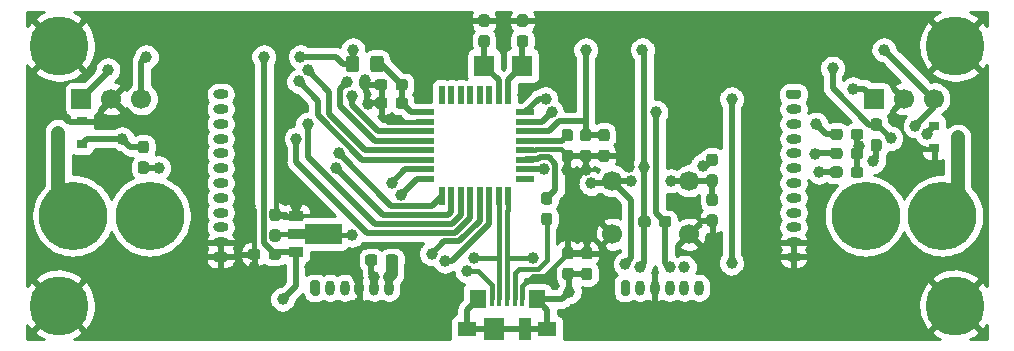
<source format=gtl>
G04 #@! TF.GenerationSoftware,KiCad,Pcbnew,5.99.0-unknown-c7daca1~86~ubuntu18.04.1*
G04 #@! TF.CreationDate,2020-03-27T23:29:59-03:00*
G04 #@! TF.ProjectId,DPL,44504c2e-6b69-4636-9164-5f7063625858,rev?*
G04 #@! TF.SameCoordinates,Original*
G04 #@! TF.FileFunction,Copper,L1,Top*
G04 #@! TF.FilePolarity,Positive*
%FSLAX46Y46*%
G04 Gerber Fmt 4.6, Leading zero omitted, Abs format (unit mm)*
G04 Created by KiCad (PCBNEW 5.99.0-unknown-c7daca1~86~ubuntu18.04.1) date 2020-03-27 23:29:59*
%MOMM*%
%LPD*%
G01*
G04 APERTURE LIST*
G04 #@! TA.AperFunction,ComponentPad*
%ADD10C,5.800000*%
G04 #@! TD*
G04 #@! TA.AperFunction,ComponentPad*
%ADD11C,5.000000*%
G04 #@! TD*
G04 #@! TA.AperFunction,ComponentPad*
%ADD12C,1.700000*%
G04 #@! TD*
G04 #@! TA.AperFunction,ComponentPad*
%ADD13R,1.700000X1.700000*%
G04 #@! TD*
G04 #@! TA.AperFunction,ComponentPad*
%ADD14O,0.800000X1.300000*%
G04 #@! TD*
G04 #@! TA.AperFunction,SMDPad,CuDef*
%ADD15R,1.000000X1.900000*%
G04 #@! TD*
G04 #@! TA.AperFunction,SMDPad,CuDef*
%ADD16R,1.800000X1.900000*%
G04 #@! TD*
G04 #@! TA.AperFunction,SMDPad,CuDef*
%ADD17R,1.650000X1.300000*%
G04 #@! TD*
G04 #@! TA.AperFunction,SMDPad,CuDef*
%ADD18R,1.425000X1.550000*%
G04 #@! TD*
G04 #@! TA.AperFunction,SMDPad,CuDef*
%ADD19R,0.450000X1.380000*%
G04 #@! TD*
G04 #@! TA.AperFunction,SMDPad,CuDef*
%ADD20R,1.750000X1.800000*%
G04 #@! TD*
G04 #@! TA.AperFunction,SMDPad,CuDef*
%ADD21R,1.300000X0.900000*%
G04 #@! TD*
G04 #@! TA.AperFunction,SMDPad,CuDef*
%ADD22R,1.600000X0.550000*%
G04 #@! TD*
G04 #@! TA.AperFunction,SMDPad,CuDef*
%ADD23R,0.550000X1.600000*%
G04 #@! TD*
G04 #@! TA.AperFunction,SMDPad,CuDef*
%ADD24R,0.900000X0.800000*%
G04 #@! TD*
G04 #@! TA.AperFunction,ComponentPad*
%ADD25O,1.300000X0.800000*%
G04 #@! TD*
G04 #@! TA.AperFunction,ViaPad*
%ADD26C,1.000000*%
G04 #@! TD*
G04 #@! TA.AperFunction,ViaPad*
%ADD27C,3.300000*%
G04 #@! TD*
G04 #@! TA.AperFunction,Conductor*
%ADD28C,0.550000*%
G04 #@! TD*
G04 #@! TA.AperFunction,Conductor*
%ADD29C,1.000000*%
G04 #@! TD*
G04 #@! TA.AperFunction,Conductor*
%ADD30C,1.200000*%
G04 #@! TD*
G04 #@! TA.AperFunction,Conductor*
%ADD31C,0.450000*%
G04 #@! TD*
G04 #@! TA.AperFunction,Conductor*
%ADD32C,0.254000*%
G04 #@! TD*
G04 APERTURE END LIST*
G04 #@! TA.AperFunction,SMDPad,CuDef*
G36*
G01*
X130975000Y-136887500D02*
X130975000Y-136412500D01*
G75*
G02*
X131212500Y-136175000I237500J0D01*
G01*
X131787500Y-136175000D01*
G75*
G02*
X132025000Y-136412500I0J-237500D01*
G01*
X132025000Y-136887500D01*
G75*
G02*
X131787500Y-137125000I-237500J0D01*
G01*
X131212500Y-137125000D01*
G75*
G02*
X130975000Y-136887500I0J237500D01*
G01*
G37*
G04 #@! TD.AperFunction*
G04 #@! TA.AperFunction,SMDPad,CuDef*
G36*
G01*
X129225000Y-136887500D02*
X129225000Y-136412500D01*
G75*
G02*
X129462500Y-136175000I237500J0D01*
G01*
X130037500Y-136175000D01*
G75*
G02*
X130275000Y-136412500I0J-237500D01*
G01*
X130275000Y-136887500D01*
G75*
G02*
X130037500Y-137125000I-237500J0D01*
G01*
X129462500Y-137125000D01*
G75*
G02*
X129225000Y-136887500I0J237500D01*
G01*
G37*
G04 #@! TD.AperFunction*
D10*
X171600000Y-132900000D03*
X178100000Y-132900000D03*
X111000000Y-132900000D03*
X104500000Y-132900000D03*
D11*
X179200000Y-118500000D03*
X179200000Y-140500000D03*
X103300000Y-140500000D03*
X103300000Y-118500000D03*
D12*
X177390000Y-123000000D03*
X174850000Y-123000000D03*
D13*
X172310000Y-123000000D03*
D12*
X110290000Y-123000000D03*
X107750000Y-123000000D03*
D13*
X105210000Y-123000000D03*
G04 #@! TA.AperFunction,SMDPad,CuDef*
G36*
G01*
X131100000Y-123112500D02*
X131100000Y-123587500D01*
G75*
G02*
X130862500Y-123825000I-237500J0D01*
G01*
X130287500Y-123825000D01*
G75*
G02*
X130050000Y-123587500I0J237500D01*
G01*
X130050000Y-123112500D01*
G75*
G02*
X130287500Y-122875000I237500J0D01*
G01*
X130862500Y-122875000D01*
G75*
G02*
X131100000Y-123112500I0J-237500D01*
G01*
G37*
G04 #@! TD.AperFunction*
G04 #@! TA.AperFunction,SMDPad,CuDef*
G36*
G01*
X132850000Y-123112500D02*
X132850000Y-123587500D01*
G75*
G02*
X132612500Y-123825000I-237500J0D01*
G01*
X132037500Y-123825000D01*
G75*
G02*
X131800000Y-123587500I0J237500D01*
G01*
X131800000Y-123112500D01*
G75*
G02*
X132037500Y-122875000I237500J0D01*
G01*
X132612500Y-122875000D01*
G75*
G02*
X132850000Y-123112500I0J-237500D01*
G01*
G37*
G04 #@! TD.AperFunction*
D14*
X157500000Y-139000000D03*
X156250000Y-139000000D03*
X155000000Y-139000000D03*
X153750000Y-139000000D03*
X152500000Y-139000000D03*
G04 #@! TA.AperFunction,ComponentPad*
G36*
G01*
X150850000Y-139450000D02*
X150850000Y-138550000D01*
G75*
G02*
X151050000Y-138350000I200000J0D01*
G01*
X151450000Y-138350000D01*
G75*
G02*
X151650000Y-138550000I0J-200000D01*
G01*
X151650000Y-139450000D01*
G75*
G02*
X151450000Y-139650000I-200000J0D01*
G01*
X151050000Y-139650000D01*
G75*
G02*
X150850000Y-139450000I0J200000D01*
G01*
G37*
G04 #@! TD.AperFunction*
X131250000Y-139000000D03*
X130000000Y-139000000D03*
X128750000Y-139000000D03*
X127500000Y-139000000D03*
X126250000Y-139000000D03*
G04 #@! TA.AperFunction,ComponentPad*
G36*
G01*
X124600000Y-139450000D02*
X124600000Y-138550000D01*
G75*
G02*
X124800000Y-138350000I200000J0D01*
G01*
X125200000Y-138350000D01*
G75*
G02*
X125400000Y-138550000I0J-200000D01*
G01*
X125400000Y-139450000D01*
G75*
G02*
X125200000Y-139650000I-200000J0D01*
G01*
X124800000Y-139650000D01*
G75*
G02*
X124600000Y-139450000I0J200000D01*
G01*
G37*
G04 #@! TD.AperFunction*
D15*
X142800000Y-142525000D03*
D16*
X140100000Y-142525000D03*
D17*
X144625000Y-142525000D03*
X137875000Y-142525000D03*
D18*
X143737500Y-139950000D03*
X138762500Y-139950000D03*
D19*
X142550000Y-139865000D03*
X141900000Y-139865000D03*
X141250000Y-139865000D03*
X140600000Y-139865000D03*
X139950000Y-139865000D03*
D20*
X139300000Y-120200000D03*
X142550000Y-120200000D03*
G04 #@! TA.AperFunction,SMDPad,CuDef*
G36*
X127300000Y-135316500D02*
G01*
X124175000Y-135316500D01*
X124175000Y-134900000D01*
X122700000Y-134900000D01*
X122700000Y-134000000D01*
X124175000Y-134000000D01*
X124175000Y-133583500D01*
X127300000Y-133583500D01*
X127300000Y-135316500D01*
G37*
G04 #@! TD.AperFunction*
D21*
X123350000Y-135950000D03*
X123350000Y-132950000D03*
D22*
X142775000Y-124150000D03*
X142775000Y-124950000D03*
X142775000Y-125750000D03*
X142775000Y-126550000D03*
X142775000Y-127350000D03*
X142775000Y-128150000D03*
X142775000Y-128950000D03*
X142775000Y-129750000D03*
D23*
X141325000Y-131200000D03*
X140525000Y-131200000D03*
X139725000Y-131200000D03*
X138925000Y-131200000D03*
X138125000Y-131200000D03*
X137325000Y-131200000D03*
X136525000Y-131200000D03*
X135725000Y-131200000D03*
D22*
X134275000Y-129750000D03*
X134275000Y-128950000D03*
X134275000Y-128150000D03*
X134275000Y-127350000D03*
X134275000Y-126550000D03*
X134275000Y-125750000D03*
X134275000Y-124950000D03*
X134275000Y-124150000D03*
D23*
X135725000Y-122700000D03*
X136525000Y-122700000D03*
X137325000Y-122700000D03*
X138125000Y-122700000D03*
X138925000Y-122700000D03*
X139725000Y-122700000D03*
X140525000Y-122700000D03*
X141325000Y-122700000D03*
D12*
X156650000Y-129950000D03*
X150150000Y-129950000D03*
X156650000Y-134450000D03*
X150150000Y-134450000D03*
G04 #@! TA.AperFunction,SMDPad,CuDef*
G36*
G01*
X170350000Y-126237500D02*
X170350000Y-125762500D01*
G75*
G02*
X170587500Y-125525000I237500J0D01*
G01*
X171162500Y-125525000D01*
G75*
G02*
X171400000Y-125762500I0J-237500D01*
G01*
X171400000Y-126237500D01*
G75*
G02*
X171162500Y-126475000I-237500J0D01*
G01*
X170587500Y-126475000D01*
G75*
G02*
X170350000Y-126237500I0J237500D01*
G01*
G37*
G04 #@! TD.AperFunction*
G04 #@! TA.AperFunction,SMDPad,CuDef*
G36*
G01*
X168600000Y-126237500D02*
X168600000Y-125762500D01*
G75*
G02*
X168837500Y-125525000I237500J0D01*
G01*
X169412500Y-125525000D01*
G75*
G02*
X169650000Y-125762500I0J-237500D01*
G01*
X169650000Y-126237500D01*
G75*
G02*
X169412500Y-126475000I-237500J0D01*
G01*
X168837500Y-126475000D01*
G75*
G02*
X168600000Y-126237500I0J237500D01*
G01*
G37*
G04 #@! TD.AperFunction*
G04 #@! TA.AperFunction,SMDPad,CuDef*
G36*
G01*
X170350000Y-127862500D02*
X170350000Y-127387500D01*
G75*
G02*
X170587500Y-127150000I237500J0D01*
G01*
X171162500Y-127150000D01*
G75*
G02*
X171400000Y-127387500I0J-237500D01*
G01*
X171400000Y-127862500D01*
G75*
G02*
X171162500Y-128100000I-237500J0D01*
G01*
X170587500Y-128100000D01*
G75*
G02*
X170350000Y-127862500I0J237500D01*
G01*
G37*
G04 #@! TD.AperFunction*
G04 #@! TA.AperFunction,SMDPad,CuDef*
G36*
G01*
X168600000Y-127862500D02*
X168600000Y-127387500D01*
G75*
G02*
X168837500Y-127150000I237500J0D01*
G01*
X169412500Y-127150000D01*
G75*
G02*
X169650000Y-127387500I0J-237500D01*
G01*
X169650000Y-127862500D01*
G75*
G02*
X169412500Y-128100000I-237500J0D01*
G01*
X168837500Y-128100000D01*
G75*
G02*
X168600000Y-127862500I0J237500D01*
G01*
G37*
G04 #@! TD.AperFunction*
G04 #@! TA.AperFunction,SMDPad,CuDef*
G36*
G01*
X170350000Y-129437500D02*
X170350000Y-128962500D01*
G75*
G02*
X170587500Y-128725000I237500J0D01*
G01*
X171162500Y-128725000D01*
G75*
G02*
X171400000Y-128962500I0J-237500D01*
G01*
X171400000Y-129437500D01*
G75*
G02*
X171162500Y-129675000I-237500J0D01*
G01*
X170587500Y-129675000D01*
G75*
G02*
X170350000Y-129437500I0J237500D01*
G01*
G37*
G04 #@! TD.AperFunction*
G04 #@! TA.AperFunction,SMDPad,CuDef*
G36*
G01*
X168600000Y-129437500D02*
X168600000Y-128962500D01*
G75*
G02*
X168837500Y-128725000I237500J0D01*
G01*
X169412500Y-128725000D01*
G75*
G02*
X169650000Y-128962500I0J-237500D01*
G01*
X169650000Y-129437500D01*
G75*
G02*
X169412500Y-129675000I-237500J0D01*
G01*
X168837500Y-129675000D01*
G75*
G02*
X168600000Y-129437500I0J237500D01*
G01*
G37*
G04 #@! TD.AperFunction*
G04 #@! TA.AperFunction,SMDPad,CuDef*
G36*
G01*
X110212500Y-128300000D02*
X110687500Y-128300000D01*
G75*
G02*
X110925000Y-128537500I0J-237500D01*
G01*
X110925000Y-129112500D01*
G75*
G02*
X110687500Y-129350000I-237500J0D01*
G01*
X110212500Y-129350000D01*
G75*
G02*
X109975000Y-129112500I0J237500D01*
G01*
X109975000Y-128537500D01*
G75*
G02*
X110212500Y-128300000I237500J0D01*
G01*
G37*
G04 #@! TD.AperFunction*
G04 #@! TA.AperFunction,SMDPad,CuDef*
G36*
G01*
X110212500Y-126550000D02*
X110687500Y-126550000D01*
G75*
G02*
X110925000Y-126787500I0J-237500D01*
G01*
X110925000Y-127362500D01*
G75*
G02*
X110687500Y-127600000I-237500J0D01*
G01*
X110212500Y-127600000D01*
G75*
G02*
X109975000Y-127362500I0J237500D01*
G01*
X109975000Y-126787500D01*
G75*
G02*
X110212500Y-126550000I237500J0D01*
G01*
G37*
G04 #@! TD.AperFunction*
G04 #@! TA.AperFunction,SMDPad,CuDef*
G36*
G01*
X172262500Y-126400000D02*
X172737500Y-126400000D01*
G75*
G02*
X172975000Y-126637500I0J-237500D01*
G01*
X172975000Y-127212500D01*
G75*
G02*
X172737500Y-127450000I-237500J0D01*
G01*
X172262500Y-127450000D01*
G75*
G02*
X172025000Y-127212500I0J237500D01*
G01*
X172025000Y-126637500D01*
G75*
G02*
X172262500Y-126400000I237500J0D01*
G01*
G37*
G04 #@! TD.AperFunction*
G04 #@! TA.AperFunction,SMDPad,CuDef*
G36*
G01*
X172262500Y-124650000D02*
X172737500Y-124650000D01*
G75*
G02*
X172975000Y-124887500I0J-237500D01*
G01*
X172975000Y-125462500D01*
G75*
G02*
X172737500Y-125700000I-237500J0D01*
G01*
X172262500Y-125700000D01*
G75*
G02*
X172025000Y-125462500I0J237500D01*
G01*
X172025000Y-124887500D01*
G75*
G02*
X172262500Y-124650000I237500J0D01*
G01*
G37*
G04 #@! TD.AperFunction*
G04 #@! TA.AperFunction,SMDPad,CuDef*
G36*
G01*
X144362500Y-132650000D02*
X144837500Y-132650000D01*
G75*
G02*
X145075000Y-132887500I0J-237500D01*
G01*
X145075000Y-133462500D01*
G75*
G02*
X144837500Y-133700000I-237500J0D01*
G01*
X144362500Y-133700000D01*
G75*
G02*
X144125000Y-133462500I0J237500D01*
G01*
X144125000Y-132887500D01*
G75*
G02*
X144362500Y-132650000I237500J0D01*
G01*
G37*
G04 #@! TD.AperFunction*
G04 #@! TA.AperFunction,SMDPad,CuDef*
G36*
G01*
X144362500Y-130900000D02*
X144837500Y-130900000D01*
G75*
G02*
X145075000Y-131137500I0J-237500D01*
G01*
X145075000Y-131712500D01*
G75*
G02*
X144837500Y-131950000I-237500J0D01*
G01*
X144362500Y-131950000D01*
G75*
G02*
X144125000Y-131712500I0J237500D01*
G01*
X144125000Y-131137500D01*
G75*
G02*
X144362500Y-130900000I237500J0D01*
G01*
G37*
G04 #@! TD.AperFunction*
G04 #@! TA.AperFunction,SMDPad,CuDef*
G36*
G01*
X148237500Y-136600000D02*
X147762500Y-136600000D01*
G75*
G02*
X147525000Y-136362500I0J237500D01*
G01*
X147525000Y-135787500D01*
G75*
G02*
X147762500Y-135550000I237500J0D01*
G01*
X148237500Y-135550000D01*
G75*
G02*
X148475000Y-135787500I0J-237500D01*
G01*
X148475000Y-136362500D01*
G75*
G02*
X148237500Y-136600000I-237500J0D01*
G01*
G37*
G04 #@! TD.AperFunction*
G04 #@! TA.AperFunction,SMDPad,CuDef*
G36*
G01*
X148237500Y-138350000D02*
X147762500Y-138350000D01*
G75*
G02*
X147525000Y-138112500I0J237500D01*
G01*
X147525000Y-137537500D01*
G75*
G02*
X147762500Y-137300000I237500J0D01*
G01*
X148237500Y-137300000D01*
G75*
G02*
X148475000Y-137537500I0J-237500D01*
G01*
X148475000Y-138112500D01*
G75*
G02*
X148237500Y-138350000I-237500J0D01*
G01*
G37*
G04 #@! TD.AperFunction*
G04 #@! TA.AperFunction,SMDPad,CuDef*
G36*
G01*
X158362500Y-129400000D02*
X158837500Y-129400000D01*
G75*
G02*
X159075000Y-129637500I0J-237500D01*
G01*
X159075000Y-130212500D01*
G75*
G02*
X158837500Y-130450000I-237500J0D01*
G01*
X158362500Y-130450000D01*
G75*
G02*
X158125000Y-130212500I0J237500D01*
G01*
X158125000Y-129637500D01*
G75*
G02*
X158362500Y-129400000I237500J0D01*
G01*
G37*
G04 #@! TD.AperFunction*
G04 #@! TA.AperFunction,SMDPad,CuDef*
G36*
G01*
X158362500Y-127650000D02*
X158837500Y-127650000D01*
G75*
G02*
X159075000Y-127887500I0J-237500D01*
G01*
X159075000Y-128462500D01*
G75*
G02*
X158837500Y-128700000I-237500J0D01*
G01*
X158362500Y-128700000D01*
G75*
G02*
X158125000Y-128462500I0J237500D01*
G01*
X158125000Y-127887500D01*
G75*
G02*
X158362500Y-127650000I237500J0D01*
G01*
G37*
G04 #@! TD.AperFunction*
G04 #@! TA.AperFunction,SMDPad,CuDef*
G36*
G01*
X154100000Y-133637500D02*
X154100000Y-133162500D01*
G75*
G02*
X154337500Y-132925000I237500J0D01*
G01*
X154912500Y-132925000D01*
G75*
G02*
X155150000Y-133162500I0J-237500D01*
G01*
X155150000Y-133637500D01*
G75*
G02*
X154912500Y-133875000I-237500J0D01*
G01*
X154337500Y-133875000D01*
G75*
G02*
X154100000Y-133637500I0J237500D01*
G01*
G37*
G04 #@! TD.AperFunction*
G04 #@! TA.AperFunction,SMDPad,CuDef*
G36*
G01*
X152350000Y-133637500D02*
X152350000Y-133162500D01*
G75*
G02*
X152587500Y-132925000I237500J0D01*
G01*
X153162500Y-132925000D01*
G75*
G02*
X153400000Y-133162500I0J-237500D01*
G01*
X153400000Y-133637500D01*
G75*
G02*
X153162500Y-133875000I-237500J0D01*
G01*
X152587500Y-133875000D01*
G75*
G02*
X152350000Y-133637500I0J237500D01*
G01*
G37*
G04 #@! TD.AperFunction*
D24*
X103250000Y-125850000D03*
X105250000Y-124900000D03*
X105250000Y-126800000D03*
X179400000Y-126250000D03*
X177400000Y-127200000D03*
X177400000Y-125300000D03*
G04 #@! TA.AperFunction,SMDPad,CuDef*
G36*
G01*
X128750000Y-119599999D02*
X128750000Y-120500001D01*
G75*
G02*
X128500001Y-120750000I-249999J0D01*
G01*
X127849999Y-120750000D01*
G75*
G02*
X127600000Y-120500001I0J249999D01*
G01*
X127600000Y-119599999D01*
G75*
G02*
X127849999Y-119350000I249999J0D01*
G01*
X128500001Y-119350000D01*
G75*
G02*
X128750000Y-119599999I0J-249999D01*
G01*
G37*
G04 #@! TD.AperFunction*
G04 #@! TA.AperFunction,SMDPad,CuDef*
G36*
G01*
X130800000Y-119599999D02*
X130800000Y-120500001D01*
G75*
G02*
X130550001Y-120750000I-249999J0D01*
G01*
X129899999Y-120750000D01*
G75*
G02*
X129650000Y-120500001I0J249999D01*
G01*
X129650000Y-119599999D01*
G75*
G02*
X129899999Y-119350000I249999J0D01*
G01*
X130550001Y-119350000D01*
G75*
G02*
X130800000Y-119599999I0J-249999D01*
G01*
G37*
G04 #@! TD.AperFunction*
D25*
X165500000Y-136375000D03*
X165500000Y-135125000D03*
X165500000Y-133875000D03*
X165500000Y-132625000D03*
X165500000Y-131375000D03*
X165500000Y-130125000D03*
X165500000Y-128875000D03*
X165500000Y-127625000D03*
X165500000Y-126375000D03*
X165500000Y-125125000D03*
X165500000Y-123875000D03*
G04 #@! TA.AperFunction,ComponentPad*
G36*
G01*
X165050000Y-122225000D02*
X165950000Y-122225000D01*
G75*
G02*
X166150000Y-122425000I0J-200000D01*
G01*
X166150000Y-122825000D01*
G75*
G02*
X165950000Y-123025000I-200000J0D01*
G01*
X165050000Y-123025000D01*
G75*
G02*
X164850000Y-122825000I0J200000D01*
G01*
X164850000Y-122425000D01*
G75*
G02*
X165050000Y-122225000I200000J0D01*
G01*
G37*
G04 #@! TD.AperFunction*
X117000000Y-122625000D03*
X117000000Y-123875000D03*
X117000000Y-125125000D03*
X117000000Y-126375000D03*
X117000000Y-127625000D03*
X117000000Y-128875000D03*
X117000000Y-130125000D03*
X117000000Y-131375000D03*
X117000000Y-132625000D03*
X117000000Y-133875000D03*
X117000000Y-135125000D03*
G04 #@! TA.AperFunction,ComponentPad*
G36*
G01*
X117450000Y-136775000D02*
X116550000Y-136775000D01*
G75*
G02*
X116350000Y-136575000I0J200000D01*
G01*
X116350000Y-136175000D01*
G75*
G02*
X116550000Y-135975000I200000J0D01*
G01*
X117450000Y-135975000D01*
G75*
G02*
X117650000Y-136175000I0J-200000D01*
G01*
X117650000Y-136575000D01*
G75*
G02*
X117450000Y-136775000I-200000J0D01*
G01*
G37*
G04 #@! TD.AperFunction*
G04 #@! TA.AperFunction,SMDPad,CuDef*
G36*
G01*
X120350000Y-135912500D02*
X120350000Y-136387500D01*
G75*
G02*
X120112500Y-136625000I-237500J0D01*
G01*
X119537500Y-136625000D01*
G75*
G02*
X119300000Y-136387500I0J237500D01*
G01*
X119300000Y-135912500D01*
G75*
G02*
X119537500Y-135675000I237500J0D01*
G01*
X120112500Y-135675000D01*
G75*
G02*
X120350000Y-135912500I0J-237500D01*
G01*
G37*
G04 #@! TD.AperFunction*
G04 #@! TA.AperFunction,SMDPad,CuDef*
G36*
G01*
X122100000Y-135912500D02*
X122100000Y-136387500D01*
G75*
G02*
X121862500Y-136625000I-237500J0D01*
G01*
X121287500Y-136625000D01*
G75*
G02*
X121050000Y-136387500I0J237500D01*
G01*
X121050000Y-135912500D01*
G75*
G02*
X121287500Y-135675000I237500J0D01*
G01*
X121862500Y-135675000D01*
G75*
G02*
X122100000Y-135912500I0J-237500D01*
G01*
G37*
G04 #@! TD.AperFunction*
G04 #@! TA.AperFunction,SMDPad,CuDef*
G36*
G01*
X121837500Y-133350000D02*
X121362500Y-133350000D01*
G75*
G02*
X121125000Y-133112500I0J237500D01*
G01*
X121125000Y-132537500D01*
G75*
G02*
X121362500Y-132300000I237500J0D01*
G01*
X121837500Y-132300000D01*
G75*
G02*
X122075000Y-132537500I0J-237500D01*
G01*
X122075000Y-133112500D01*
G75*
G02*
X121837500Y-133350000I-237500J0D01*
G01*
G37*
G04 #@! TD.AperFunction*
G04 #@! TA.AperFunction,SMDPad,CuDef*
G36*
G01*
X121837500Y-135100000D02*
X121362500Y-135100000D01*
G75*
G02*
X121125000Y-134862500I0J237500D01*
G01*
X121125000Y-134287500D01*
G75*
G02*
X121362500Y-134050000I237500J0D01*
G01*
X121837500Y-134050000D01*
G75*
G02*
X122075000Y-134287500I0J-237500D01*
G01*
X122075000Y-134862500D01*
G75*
G02*
X121837500Y-135100000I-237500J0D01*
G01*
G37*
G04 #@! TD.AperFunction*
G04 #@! TA.AperFunction,SMDPad,CuDef*
G36*
G01*
X139537500Y-116900000D02*
X139062500Y-116900000D01*
G75*
G02*
X138825000Y-116662500I0J237500D01*
G01*
X138825000Y-116087500D01*
G75*
G02*
X139062500Y-115850000I237500J0D01*
G01*
X139537500Y-115850000D01*
G75*
G02*
X139775000Y-116087500I0J-237500D01*
G01*
X139775000Y-116662500D01*
G75*
G02*
X139537500Y-116900000I-237500J0D01*
G01*
G37*
G04 #@! TD.AperFunction*
G04 #@! TA.AperFunction,SMDPad,CuDef*
G36*
G01*
X139537500Y-118650000D02*
X139062500Y-118650000D01*
G75*
G02*
X138825000Y-118412500I0J237500D01*
G01*
X138825000Y-117837500D01*
G75*
G02*
X139062500Y-117600000I237500J0D01*
G01*
X139537500Y-117600000D01*
G75*
G02*
X139775000Y-117837500I0J-237500D01*
G01*
X139775000Y-118412500D01*
G75*
G02*
X139537500Y-118650000I-237500J0D01*
G01*
G37*
G04 #@! TD.AperFunction*
G04 #@! TA.AperFunction,SMDPad,CuDef*
G36*
G01*
X142787500Y-116900000D02*
X142312500Y-116900000D01*
G75*
G02*
X142075000Y-116662500I0J237500D01*
G01*
X142075000Y-116087500D01*
G75*
G02*
X142312500Y-115850000I237500J0D01*
G01*
X142787500Y-115850000D01*
G75*
G02*
X143025000Y-116087500I0J-237500D01*
G01*
X143025000Y-116662500D01*
G75*
G02*
X142787500Y-116900000I-237500J0D01*
G01*
G37*
G04 #@! TD.AperFunction*
G04 #@! TA.AperFunction,SMDPad,CuDef*
G36*
G01*
X142787500Y-118650000D02*
X142312500Y-118650000D01*
G75*
G02*
X142075000Y-118412500I0J237500D01*
G01*
X142075000Y-117837500D01*
G75*
G02*
X142312500Y-117600000I237500J0D01*
G01*
X142787500Y-117600000D01*
G75*
G02*
X143025000Y-117837500I0J-237500D01*
G01*
X143025000Y-118412500D01*
G75*
G02*
X142787500Y-118650000I-237500J0D01*
G01*
G37*
G04 #@! TD.AperFunction*
G04 #@! TA.AperFunction,SMDPad,CuDef*
G36*
G01*
X147662500Y-127300000D02*
X148137500Y-127300000D01*
G75*
G02*
X148375000Y-127537500I0J-237500D01*
G01*
X148375000Y-128112500D01*
G75*
G02*
X148137500Y-128350000I-237500J0D01*
G01*
X147662500Y-128350000D01*
G75*
G02*
X147425000Y-128112500I0J237500D01*
G01*
X147425000Y-127537500D01*
G75*
G02*
X147662500Y-127300000I237500J0D01*
G01*
G37*
G04 #@! TD.AperFunction*
G04 #@! TA.AperFunction,SMDPad,CuDef*
G36*
G01*
X147662500Y-125550000D02*
X148137500Y-125550000D01*
G75*
G02*
X148375000Y-125787500I0J-237500D01*
G01*
X148375000Y-126362500D01*
G75*
G02*
X148137500Y-126600000I-237500J0D01*
G01*
X147662500Y-126600000D01*
G75*
G02*
X147425000Y-126362500I0J237500D01*
G01*
X147425000Y-125787500D01*
G75*
G02*
X147662500Y-125550000I237500J0D01*
G01*
G37*
G04 #@! TD.AperFunction*
G04 #@! TA.AperFunction,SMDPad,CuDef*
G36*
G01*
X149212500Y-127300000D02*
X149687500Y-127300000D01*
G75*
G02*
X149925000Y-127537500I0J-237500D01*
G01*
X149925000Y-128112500D01*
G75*
G02*
X149687500Y-128350000I-237500J0D01*
G01*
X149212500Y-128350000D01*
G75*
G02*
X148975000Y-128112500I0J237500D01*
G01*
X148975000Y-127537500D01*
G75*
G02*
X149212500Y-127300000I237500J0D01*
G01*
G37*
G04 #@! TD.AperFunction*
G04 #@! TA.AperFunction,SMDPad,CuDef*
G36*
G01*
X149212500Y-125550000D02*
X149687500Y-125550000D01*
G75*
G02*
X149925000Y-125787500I0J-237500D01*
G01*
X149925000Y-126362500D01*
G75*
G02*
X149687500Y-126600000I-237500J0D01*
G01*
X149212500Y-126600000D01*
G75*
G02*
X148975000Y-126362500I0J237500D01*
G01*
X148975000Y-125787500D01*
G75*
G02*
X149212500Y-125550000I237500J0D01*
G01*
G37*
G04 #@! TD.AperFunction*
G04 #@! TA.AperFunction,SMDPad,CuDef*
G36*
G01*
X131100000Y-121562500D02*
X131100000Y-122037500D01*
G75*
G02*
X130862500Y-122275000I-237500J0D01*
G01*
X130287500Y-122275000D01*
G75*
G02*
X130050000Y-122037500I0J237500D01*
G01*
X130050000Y-121562500D01*
G75*
G02*
X130287500Y-121325000I237500J0D01*
G01*
X130862500Y-121325000D01*
G75*
G02*
X131100000Y-121562500I0J-237500D01*
G01*
G37*
G04 #@! TD.AperFunction*
G04 #@! TA.AperFunction,SMDPad,CuDef*
G36*
G01*
X132850000Y-121562500D02*
X132850000Y-122037500D01*
G75*
G02*
X132612500Y-122275000I-237500J0D01*
G01*
X132037500Y-122275000D01*
G75*
G02*
X131800000Y-122037500I0J237500D01*
G01*
X131800000Y-121562500D01*
G75*
G02*
X132037500Y-121325000I237500J0D01*
G01*
X132612500Y-121325000D01*
G75*
G02*
X132850000Y-121562500I0J-237500D01*
G01*
G37*
G04 #@! TD.AperFunction*
G04 #@! TA.AperFunction,SMDPad,CuDef*
G36*
G01*
X158362500Y-132775000D02*
X158837500Y-132775000D01*
G75*
G02*
X159075000Y-133012500I0J-237500D01*
G01*
X159075000Y-133587500D01*
G75*
G02*
X158837500Y-133825000I-237500J0D01*
G01*
X158362500Y-133825000D01*
G75*
G02*
X158125000Y-133587500I0J237500D01*
G01*
X158125000Y-133012500D01*
G75*
G02*
X158362500Y-132775000I237500J0D01*
G01*
G37*
G04 #@! TD.AperFunction*
G04 #@! TA.AperFunction,SMDPad,CuDef*
G36*
G01*
X158362500Y-131025000D02*
X158837500Y-131025000D01*
G75*
G02*
X159075000Y-131262500I0J-237500D01*
G01*
X159075000Y-131837500D01*
G75*
G02*
X158837500Y-132075000I-237500J0D01*
G01*
X158362500Y-132075000D01*
G75*
G02*
X158125000Y-131837500I0J237500D01*
G01*
X158125000Y-131262500D01*
G75*
G02*
X158362500Y-131025000I237500J0D01*
G01*
G37*
G04 #@! TD.AperFunction*
G04 #@! TA.AperFunction,SMDPad,CuDef*
G36*
G01*
X146637500Y-136600000D02*
X146162500Y-136600000D01*
G75*
G02*
X145925000Y-136362500I0J237500D01*
G01*
X145925000Y-135787500D01*
G75*
G02*
X146162500Y-135550000I237500J0D01*
G01*
X146637500Y-135550000D01*
G75*
G02*
X146875000Y-135787500I0J-237500D01*
G01*
X146875000Y-136362500D01*
G75*
G02*
X146637500Y-136600000I-237500J0D01*
G01*
G37*
G04 #@! TD.AperFunction*
G04 #@! TA.AperFunction,SMDPad,CuDef*
G36*
G01*
X146637500Y-138350000D02*
X146162500Y-138350000D01*
G75*
G02*
X145925000Y-138112500I0J237500D01*
G01*
X145925000Y-137537500D01*
G75*
G02*
X146162500Y-137300000I237500J0D01*
G01*
X146637500Y-137300000D01*
G75*
G02*
X146875000Y-137537500I0J-237500D01*
G01*
X146875000Y-138112500D01*
G75*
G02*
X146637500Y-138350000I-237500J0D01*
G01*
G37*
G04 #@! TD.AperFunction*
G04 #@! TA.AperFunction,SMDPad,CuDef*
G36*
G01*
X146112500Y-127300000D02*
X146587500Y-127300000D01*
G75*
G02*
X146825000Y-127537500I0J-237500D01*
G01*
X146825000Y-128112500D01*
G75*
G02*
X146587500Y-128350000I-237500J0D01*
G01*
X146112500Y-128350000D01*
G75*
G02*
X145875000Y-128112500I0J237500D01*
G01*
X145875000Y-127537500D01*
G75*
G02*
X146112500Y-127300000I237500J0D01*
G01*
G37*
G04 #@! TD.AperFunction*
G04 #@! TA.AperFunction,SMDPad,CuDef*
G36*
G01*
X146112500Y-125550000D02*
X146587500Y-125550000D01*
G75*
G02*
X146825000Y-125787500I0J-237500D01*
G01*
X146825000Y-126362500D01*
G75*
G02*
X146587500Y-126600000I-237500J0D01*
G01*
X146112500Y-126600000D01*
G75*
G02*
X145875000Y-126362500I0J237500D01*
G01*
X145875000Y-125787500D01*
G75*
G02*
X146112500Y-125550000I237500J0D01*
G01*
G37*
G04 #@! TD.AperFunction*
D26*
X128650000Y-138150000D03*
X123750000Y-119450000D03*
X124350000Y-120550000D03*
X123600000Y-121525000D03*
X128750000Y-140250000D03*
X130000000Y-138100000D03*
X131250000Y-138100000D03*
X161050000Y-139250000D03*
X119000000Y-123700000D03*
X120649990Y-119450000D03*
X111750000Y-128825000D03*
X119500000Y-132100000D03*
X123350000Y-132100000D03*
X119800000Y-137250000D03*
X144500000Y-123000000D03*
X145015478Y-124150000D03*
X170550000Y-122150000D03*
X129442929Y-123449999D03*
X129200000Y-121400000D03*
X108500000Y-119300000D03*
X110700000Y-119450000D03*
X123400000Y-126375000D03*
X124375000Y-125125000D03*
X126775000Y-128875000D03*
X126975000Y-127625000D03*
X127700000Y-121550000D03*
X128100000Y-122750000D03*
X137850000Y-137600000D03*
X131475000Y-130099999D03*
X132274999Y-131100000D03*
X144350000Y-128950000D03*
X134850000Y-136100000D03*
X136000000Y-136750000D03*
X128150000Y-134550000D03*
X146500000Y-139350000D03*
X148000000Y-134850000D03*
X143450000Y-136450000D03*
X138450000Y-136450000D03*
X146350000Y-129050000D03*
X147900000Y-129050000D03*
X141000000Y-116350000D03*
X140900000Y-117500000D03*
D27*
X174850000Y-129000000D03*
X174850000Y-136800000D03*
X107750000Y-136800000D03*
X107750000Y-129000000D03*
D26*
X124550000Y-137200000D03*
X156250000Y-137250000D03*
X155000000Y-137250000D03*
X152500000Y-137250000D03*
X151250000Y-137000000D03*
X102400000Y-123350000D03*
X113000000Y-125200000D03*
X112800000Y-117700000D03*
X120550000Y-117700000D03*
X144500000Y-117500000D03*
X134900000Y-139200000D03*
X112950000Y-141850000D03*
X123650000Y-123700000D03*
X134000000Y-117600000D03*
X134150000Y-122550000D03*
X108649999Y-126374999D03*
X168700000Y-123850000D03*
X175800000Y-125300000D03*
X177400000Y-129000000D03*
X181250000Y-129000000D03*
X148345669Y-130164174D03*
X151750000Y-129950000D03*
X155150000Y-129950000D03*
X152850000Y-128750000D03*
X157800000Y-128650000D03*
X153850000Y-124150000D03*
X158600000Y-134850000D03*
X162150000Y-134850000D03*
X160250000Y-136900000D03*
X160250000Y-123000000D03*
X146400000Y-133900000D03*
X168800000Y-120400000D03*
X128200000Y-118850000D03*
X147900000Y-118850000D03*
X129200000Y-117600000D03*
X152700000Y-118850000D03*
X150200000Y-117500000D03*
X151550000Y-128750000D03*
X161850000Y-117500000D03*
X171200000Y-139900000D03*
X173150000Y-118850000D03*
X107450000Y-120550000D03*
X167350000Y-127650000D03*
X167650000Y-129200000D03*
X167400000Y-125150000D03*
X171050000Y-126950000D03*
X173738361Y-126346899D03*
X172250000Y-128300000D03*
X176800000Y-126000000D03*
X122250000Y-139950000D03*
X157750000Y-124062500D03*
X162400000Y-124062500D03*
X120300000Y-139250000D03*
X142600000Y-122700000D03*
D28*
X123750000Y-119450000D02*
X126750000Y-119450000D01*
X126750000Y-119450000D02*
X127350000Y-120050000D01*
X127350000Y-120050000D02*
X128175000Y-120050000D01*
X126200000Y-122400000D02*
X126200000Y-124306998D01*
X124350000Y-120550000D02*
X126200000Y-122400000D01*
X123600000Y-121525000D02*
X125225000Y-123150000D01*
X125225000Y-123150000D02*
X125225000Y-124392672D01*
X143737500Y-139950000D02*
X145900000Y-139950000D01*
X145900000Y-139950000D02*
X146500000Y-139350000D01*
X129750000Y-136650000D02*
X129750000Y-137850000D01*
X129750000Y-137850000D02*
X130000000Y-138100000D01*
D29*
X131500000Y-136650000D02*
X131500000Y-137850000D01*
X131500000Y-137850000D02*
X131250000Y-138100000D01*
D28*
X120649990Y-124657008D02*
X120649990Y-119450000D01*
X120675001Y-119475011D02*
X120649990Y-119450000D01*
D30*
X179400000Y-126250000D02*
X179400000Y-131600000D01*
X179400000Y-131600000D02*
X178100000Y-132900000D01*
X103250000Y-125850000D02*
X103250000Y-131650000D01*
X103250000Y-131650000D02*
X104500000Y-132900000D01*
D31*
X177400000Y-127200000D02*
X177400000Y-129000000D01*
D28*
X110450000Y-128825000D02*
X111725000Y-128825000D01*
X110450000Y-127075000D02*
X109350000Y-127075000D01*
X109350000Y-127075000D02*
X108649999Y-126374999D01*
D31*
X119825000Y-136150000D02*
X119825000Y-132425000D01*
X119825000Y-132425000D02*
X119500000Y-132100000D01*
D28*
X121575000Y-136150000D02*
X120649990Y-135224990D01*
X120649990Y-135224990D02*
X120649990Y-124657008D01*
D31*
X119825000Y-136150000D02*
X119825000Y-137225000D01*
X119825000Y-137225000D02*
X119800000Y-137250000D01*
D28*
X152875000Y-133400000D02*
X152624999Y-133149999D01*
X144500000Y-123000000D02*
X143925000Y-123000000D01*
X143925000Y-123000000D02*
X142775000Y-124150000D01*
X144215478Y-124950000D02*
X145015478Y-124150000D01*
X142775000Y-124950000D02*
X144215478Y-124950000D01*
X147900000Y-126075000D02*
X147900000Y-124900000D01*
X142775000Y-125750000D02*
X144800000Y-125750000D01*
X144800000Y-125750000D02*
X145650000Y-124900000D01*
X145650000Y-124900000D02*
X147900000Y-124900000D01*
X128175000Y-120050000D02*
X128175000Y-119725000D01*
D31*
X130575000Y-123350000D02*
X129542928Y-123350000D01*
X129542928Y-123350000D02*
X129442929Y-123449999D01*
X130575000Y-121800000D02*
X129600000Y-121800000D01*
X129600000Y-121800000D02*
X129200000Y-121400000D01*
D28*
X130225000Y-120050000D02*
X130575000Y-120050000D01*
X130575000Y-120050000D02*
X132325000Y-121800000D01*
X110290000Y-119860000D02*
X110700000Y-119450000D01*
X129368030Y-134325028D02*
X123400000Y-128356998D01*
X130575028Y-134325028D02*
X129368030Y-134325028D01*
X123400000Y-128356998D02*
X123400000Y-126375000D01*
X131185668Y-133575019D02*
X130032017Y-133575019D01*
X130032017Y-133575019D02*
X124375000Y-127918002D01*
X124375000Y-127918002D02*
X124375000Y-125125000D01*
X131496333Y-132825010D02*
X130732008Y-132825010D01*
X130732008Y-132825010D02*
X126781998Y-128875000D01*
X126781998Y-128875000D02*
X126775000Y-128875000D01*
X131425001Y-132075001D02*
X126975000Y-127625000D01*
X131806998Y-132075001D02*
X131425001Y-132075001D01*
X134275000Y-128150000D02*
X128982328Y-128150000D01*
X128982328Y-128150000D02*
X125225000Y-124392672D01*
X129243002Y-127350000D02*
X126200000Y-124306998D01*
X134275000Y-127350000D02*
X129243002Y-127350000D01*
X127124999Y-122125001D02*
X127700000Y-121550000D01*
X127124999Y-123578675D02*
X127124999Y-122125001D01*
X134275000Y-126550000D02*
X130096324Y-126550000D01*
X130096324Y-126550000D02*
X127124999Y-123578675D01*
X128100000Y-123493002D02*
X128100000Y-122750000D01*
X134275000Y-125750000D02*
X130356998Y-125750000D01*
X130356998Y-125750000D02*
X128100000Y-123493002D01*
D31*
X134275000Y-124950000D02*
X132175000Y-124950000D01*
D28*
X134275000Y-124150000D02*
X133125000Y-124150000D01*
X133125000Y-124150000D02*
X132325000Y-123350000D01*
X132325000Y-121800000D02*
X132325000Y-123350000D01*
X130875003Y-134325028D02*
X130575028Y-134325028D01*
D31*
X138825000Y-137600000D02*
X137850000Y-137600000D01*
X139950000Y-139865000D02*
X139950000Y-138725000D01*
X139950000Y-138725000D02*
X138825000Y-137600000D01*
D28*
X139725000Y-131200000D02*
X139725000Y-133592692D01*
X136567692Y-136750000D02*
X136000000Y-136750000D01*
X139725000Y-133592692D02*
X136567692Y-136750000D01*
X134850000Y-136100000D02*
X135874962Y-135075038D01*
X135874962Y-135075038D02*
X137181980Y-135075038D01*
X137181980Y-135075038D02*
X138925000Y-133332018D01*
X138925000Y-133332018D02*
X138925000Y-131200000D01*
X138125000Y-133071344D02*
X136871315Y-134325029D01*
X138125000Y-131200000D02*
X138125000Y-133071344D01*
X136871315Y-134325029D02*
X130875003Y-134325028D01*
X137325000Y-132810672D02*
X136560652Y-133575020D01*
X137325000Y-131200000D02*
X137325000Y-132810672D01*
X136560652Y-133575020D02*
X131185668Y-133575019D01*
X136525000Y-131200000D02*
X136525000Y-132550000D01*
X136525000Y-132550000D02*
X136249989Y-132825011D01*
X136249989Y-132825011D02*
X131496333Y-132825010D01*
X134849999Y-132075001D02*
X131806998Y-132075001D01*
X135725000Y-131200000D02*
X134849999Y-132075001D01*
X132624999Y-128950000D02*
X131475000Y-130099999D01*
X134275000Y-128950000D02*
X132624999Y-128950000D01*
X133624999Y-129750000D02*
X132274999Y-131100000D01*
X134275000Y-129750000D02*
X133624999Y-129750000D01*
X142775000Y-126550000D02*
X142775020Y-126549980D01*
X145875020Y-126549980D02*
X146350000Y-126075000D01*
X142775020Y-126549980D02*
X145875020Y-126549980D01*
D31*
X142775000Y-127350000D02*
X143610037Y-127350000D01*
X143610037Y-127350000D02*
X143710047Y-127249990D01*
X143710047Y-127249990D02*
X145774990Y-127249990D01*
X145774990Y-127249990D02*
X146350000Y-127825000D01*
D28*
X142824999Y-128100001D02*
X143849999Y-128100001D01*
X143849999Y-128100001D02*
X144000000Y-127950000D01*
X142775000Y-128150000D02*
X142824999Y-128100001D01*
X144000000Y-127950000D02*
X144793002Y-127950000D01*
X144793002Y-127950000D02*
X145325001Y-128481999D01*
X145325001Y-128481999D02*
X145325001Y-130699999D01*
X145325001Y-130699999D02*
X144600000Y-131425000D01*
X142775000Y-128950000D02*
X144350000Y-128950000D01*
X123350000Y-135950000D02*
X121775000Y-135950000D01*
X121775000Y-135950000D02*
X121575000Y-136150000D01*
D31*
X123350000Y-132950000D02*
X121725000Y-132950000D01*
X121725000Y-132950000D02*
X121600000Y-132825000D01*
X123437500Y-134450000D02*
X121725000Y-134450000D01*
X121725000Y-134450000D02*
X121600000Y-134575000D01*
X128150000Y-134550000D02*
X123537500Y-134550000D01*
X123537500Y-134550000D02*
X123437500Y-134450000D01*
D28*
X146500000Y-139350000D02*
X146500000Y-137925000D01*
X146500000Y-137925000D02*
X146400000Y-137825000D01*
X137875000Y-142525000D02*
X137875000Y-140837500D01*
X137875000Y-140837500D02*
X138762500Y-139950000D01*
X140100000Y-142525000D02*
X137875000Y-142525000D01*
X142800000Y-142525000D02*
X140100000Y-142525000D01*
X144625000Y-142525000D02*
X144625000Y-140837500D01*
X144625000Y-140837500D02*
X143737500Y-139950000D01*
X144625000Y-142525000D02*
X142800000Y-142525000D01*
D31*
X142550000Y-139865000D02*
X142550000Y-138884998D01*
X142550000Y-138884998D02*
X143409987Y-138025011D01*
X143409987Y-138025011D02*
X144449989Y-138025011D01*
X144449989Y-138025011D02*
X146400000Y-136075000D01*
X144600000Y-133175000D02*
X144600000Y-136669002D01*
X144600000Y-136669002D02*
X143894001Y-137375001D01*
X143894001Y-137375001D02*
X142274991Y-137375001D01*
X142274991Y-137375001D02*
X141900000Y-137749992D01*
X141900000Y-137749992D02*
X141900000Y-139865000D01*
D28*
X146400000Y-136075000D02*
X148000000Y-136075000D01*
X146400000Y-137825000D02*
X148000000Y-137825000D01*
D31*
X140600000Y-136450000D02*
X140600000Y-132475001D01*
X140600000Y-139865000D02*
X140600000Y-136450000D01*
X138450000Y-136450000D02*
X140600000Y-136450000D01*
X141250000Y-139865000D02*
X141250000Y-136450000D01*
X141250000Y-136450000D02*
X141250000Y-132475001D01*
X143450000Y-136450000D02*
X141250000Y-136450000D01*
D28*
X146350000Y-127825000D02*
X146350000Y-129050000D01*
X147900000Y-127825000D02*
X147900000Y-129050000D01*
X147900000Y-127825000D02*
X149450000Y-127825000D01*
X146350000Y-127825000D02*
X147900000Y-127825000D01*
X147900000Y-126075000D02*
X149450000Y-126075000D01*
X141325000Y-122700000D02*
X141325000Y-121425000D01*
X141325000Y-121425000D02*
X142550000Y-120200000D01*
X140525000Y-122700000D02*
X140525000Y-121425000D01*
X140525000Y-121425000D02*
X139300000Y-120200000D01*
X142550000Y-116375000D02*
X141025000Y-116375000D01*
X141025000Y-116375000D02*
X141000000Y-116350000D01*
X139300000Y-116375000D02*
X139300000Y-116400000D01*
X142550000Y-118125000D02*
X142550000Y-120200000D01*
X139300000Y-120200000D02*
X139300000Y-118125000D01*
D31*
X141250000Y-132475001D02*
X141325000Y-132400001D01*
X141325000Y-132400001D02*
X141325000Y-131200000D01*
X140600000Y-132475001D02*
X140525000Y-132400001D01*
X140525000Y-132400001D02*
X140525000Y-131200000D01*
D28*
X139250000Y-116375000D02*
X139275000Y-116375000D01*
X154625000Y-136875000D02*
X155000000Y-137250000D01*
X154625000Y-133400000D02*
X154625000Y-136875000D01*
X152875000Y-136875000D02*
X152500000Y-137250000D01*
X152875000Y-133400000D02*
X152875000Y-136875000D01*
D30*
X178100000Y-134500000D02*
X178100000Y-133750000D01*
D31*
X103950000Y-124900000D02*
X102400000Y-123350000D01*
X105250000Y-124900000D02*
X103950000Y-124900000D01*
X143875000Y-116375000D02*
X144500000Y-117000000D01*
X142550000Y-116375000D02*
X143875000Y-116375000D01*
X128850000Y-140350000D02*
X133750000Y-140350000D01*
X133750000Y-140350000D02*
X134900000Y-139200000D01*
X128750000Y-140250000D02*
X128850000Y-140350000D01*
X115200000Y-141850000D02*
X112950000Y-141850000D01*
X119800000Y-137250000D02*
X115200000Y-141850000D01*
X135225000Y-116375000D02*
X134000000Y-117600000D01*
X139300000Y-116375000D02*
X135225000Y-116375000D01*
X134000000Y-117600000D02*
X134000000Y-122400000D01*
X134000000Y-122400000D02*
X134150000Y-122550000D01*
D28*
X105675001Y-126374999D02*
X108649999Y-126374999D01*
X105250000Y-126800000D02*
X105675001Y-126374999D01*
X110290000Y-119860000D02*
X110290000Y-123000000D01*
X171460000Y-122150000D02*
X172310000Y-123000000D01*
X170550000Y-122150000D02*
X171460000Y-122150000D01*
D31*
X144500000Y-117500000D02*
X144500000Y-117000000D01*
D28*
X149935826Y-130164174D02*
X150150000Y-129950000D01*
X148345669Y-130164174D02*
X149935826Y-130164174D01*
X156575000Y-130025000D02*
X156650000Y-129950000D01*
X151749999Y-131549999D02*
X150150000Y-129950000D01*
X151749999Y-136500001D02*
X151749999Y-131549999D01*
X151250000Y-137000000D02*
X151749999Y-136500001D01*
X156275000Y-129950000D02*
X156650000Y-129950000D01*
X158575000Y-128150000D02*
X158600000Y-128175000D01*
X155150000Y-129950000D02*
X156650000Y-129950000D01*
X150150000Y-129950000D02*
X151750000Y-129950000D01*
X158600000Y-129925000D02*
X158600000Y-131550000D01*
X156675000Y-129925000D02*
X156650000Y-129950000D01*
X158600000Y-129925000D02*
X156675000Y-129925000D01*
X158125000Y-128650000D02*
X158600000Y-128175000D01*
X157800000Y-128650000D02*
X158125000Y-128650000D01*
X152875000Y-133400000D02*
X152875000Y-128775000D01*
X152875000Y-128775000D02*
X152850000Y-128750000D01*
X153850000Y-132625000D02*
X154625000Y-133400000D01*
X153850000Y-124150000D02*
X153850000Y-132625000D01*
D31*
X158600000Y-133300000D02*
X158600000Y-134850000D01*
D28*
X160250000Y-123000000D02*
X160250000Y-136900000D01*
D31*
X146400000Y-136075000D02*
X146400000Y-133900000D01*
D28*
X128175000Y-118875000D02*
X128200000Y-118850000D01*
X128175000Y-120050000D02*
X128175000Y-118875000D01*
X147900000Y-124900000D02*
X147900000Y-118850000D01*
X152850000Y-119000000D02*
X152700000Y-118850000D01*
X152850000Y-128750000D02*
X152850000Y-119000000D01*
D31*
X150625000Y-127825000D02*
X151550000Y-128750000D01*
X149450000Y-127825000D02*
X150625000Y-127825000D01*
X167675000Y-136375000D02*
X171200000Y-139900000D01*
X165500000Y-136375000D02*
X167675000Y-136375000D01*
D28*
X177300000Y-123000000D02*
X177390000Y-123000000D01*
X173150000Y-118850000D02*
X177300000Y-123000000D01*
X107450000Y-120760000D02*
X105210000Y-123000000D01*
X107450000Y-120550000D02*
X107450000Y-120760000D01*
X167375000Y-127625000D02*
X167350000Y-127650000D01*
X169125000Y-127625000D02*
X167375000Y-127625000D01*
X167650000Y-129200000D02*
X169125000Y-129200000D01*
X170875000Y-129200000D02*
X170875000Y-127625000D01*
X170875000Y-127125000D02*
X171050000Y-126950000D01*
X170875000Y-127625000D02*
X170875000Y-127125000D01*
X170875000Y-126775000D02*
X171050000Y-126950000D01*
X170875000Y-126000000D02*
X170875000Y-126775000D01*
X168800000Y-122045002D02*
X171929998Y-125175000D01*
X171929998Y-125175000D02*
X172500000Y-125175000D01*
X168800000Y-120400000D02*
X168800000Y-122045002D01*
X172566462Y-125175000D02*
X173738361Y-126346899D01*
X172500000Y-125175000D02*
X172566462Y-125175000D01*
X172500000Y-128050000D02*
X172250000Y-128300000D01*
X172500000Y-126925000D02*
X172500000Y-128050000D01*
X176800000Y-125900000D02*
X177400000Y-125300000D01*
X176800000Y-126000000D02*
X176800000Y-125900000D01*
D31*
X123350000Y-132950000D02*
X123350000Y-132100000D01*
D28*
X123350000Y-135950000D02*
X123350000Y-138850000D01*
X123350000Y-138850000D02*
X122250000Y-139950000D01*
X168250000Y-126000000D02*
X167400000Y-125150000D01*
X169125000Y-126000000D02*
X168250000Y-126000000D01*
D31*
X148000000Y-134850000D02*
X148650000Y-134850000D01*
X149450000Y-135950000D02*
X149325000Y-136075000D01*
X149450000Y-135650000D02*
X149450000Y-135950000D01*
X149325000Y-136075000D02*
X148000000Y-136075000D01*
X148650000Y-134850000D02*
X149450000Y-135650000D01*
X131200000Y-124950000D02*
X132175000Y-124950000D01*
X130575000Y-124325000D02*
X131200000Y-124950000D01*
X130575000Y-123350000D02*
X130575000Y-124325000D01*
D28*
X177390000Y-123710000D02*
X175800000Y-125300000D01*
X177390000Y-123000000D02*
X177390000Y-123710000D01*
G36*
X101951860Y-115665135D02*
G01*
X101945308Y-115668260D01*
X101634963Y-115838873D01*
X101628814Y-115842730D01*
X101340135Y-116047883D01*
X101334470Y-116052422D01*
X101234510Y-116142427D01*
X101231676Y-116250657D01*
X103247809Y-118266790D01*
X103352191Y-118266790D01*
X105372309Y-116246672D01*
X105364516Y-116132360D01*
X105053829Y-115896535D01*
X105047803Y-115892486D01*
X104742971Y-115712209D01*
X104736521Y-115708880D01*
X104568338Y-115634000D01*
X138315084Y-115634000D01*
X138223928Y-115833606D01*
X138218850Y-115850899D01*
X138186418Y-116076464D01*
X138185776Y-116085442D01*
X138185776Y-116173191D01*
X138259585Y-116247000D01*
X139098192Y-116247001D01*
X139098193Y-116247000D01*
X140340415Y-116247001D01*
X140414224Y-116173192D01*
X140414224Y-116083188D01*
X140412780Y-116069758D01*
X140340886Y-115739265D01*
X140332256Y-115718431D01*
X140277996Y-115634000D01*
X141565084Y-115634000D01*
X141473928Y-115833606D01*
X141468850Y-115850899D01*
X141436418Y-116076464D01*
X141435776Y-116085442D01*
X141435776Y-116173191D01*
X141509585Y-116247000D01*
X142348192Y-116247001D01*
X142348193Y-116247000D01*
X143590415Y-116247001D01*
X143664224Y-116173192D01*
X143664224Y-116083188D01*
X143662780Y-116069758D01*
X143590886Y-115739265D01*
X143582256Y-115718431D01*
X143527996Y-115634000D01*
X177928154Y-115634000D01*
X177851860Y-115665135D01*
X177845308Y-115668260D01*
X177534963Y-115838873D01*
X177528814Y-115842730D01*
X177240135Y-116047883D01*
X177234470Y-116052422D01*
X177134510Y-116142427D01*
X177131676Y-116250657D01*
X179147809Y-118266790D01*
X179252191Y-118266790D01*
X181272309Y-116246672D01*
X181264516Y-116132360D01*
X180953829Y-115896535D01*
X180947803Y-115892486D01*
X180642971Y-115712209D01*
X180636521Y-115708880D01*
X180468338Y-115634000D01*
X181866000Y-115634000D01*
X181866000Y-116850825D01*
X181732036Y-116644539D01*
X181727738Y-116638688D01*
X181560736Y-116436816D01*
X181449451Y-116431568D01*
X179433210Y-118447809D01*
X179433210Y-118552191D01*
X181450690Y-120569671D01*
X181557384Y-120567996D01*
X181605876Y-120516359D01*
X181610534Y-120510789D01*
X181821688Y-120226470D01*
X181825673Y-120220402D01*
X181866000Y-120150554D01*
X181866001Y-138850827D01*
X181732036Y-138644539D01*
X181727738Y-138638688D01*
X181560736Y-138436816D01*
X181449451Y-138431568D01*
X179433210Y-140447809D01*
X179433210Y-140552191D01*
X181450690Y-142569671D01*
X181557384Y-142567996D01*
X181605876Y-142516359D01*
X181610534Y-142510789D01*
X181821688Y-142226470D01*
X181825673Y-142220402D01*
X181866001Y-142150552D01*
X181866001Y-143366000D01*
X180478609Y-143366000D01*
X180780628Y-143212114D01*
X180786895Y-143208452D01*
X181081875Y-143012466D01*
X181087680Y-143008108D01*
X181263420Y-142859595D01*
X181268053Y-142749072D01*
X179252191Y-140733210D01*
X179147809Y-140733210D01*
X177130955Y-142750064D01*
X177136827Y-142862108D01*
X177365260Y-143047090D01*
X177371155Y-143051326D01*
X177670174Y-143241090D01*
X177676517Y-143244620D01*
X177927602Y-143366000D01*
X146060103Y-143366000D01*
X146090878Y-143191462D01*
X146091837Y-143180501D01*
X146091837Y-141866742D01*
X146089681Y-141850366D01*
X146014863Y-141571142D01*
X146002120Y-141546662D01*
X145871010Y-141390410D01*
X145854121Y-141376239D01*
X145679880Y-141275641D01*
X145659163Y-141268100D01*
X145536000Y-141246383D01*
X145536000Y-140897204D01*
X145540766Y-140861000D01*
X145840304Y-140861000D01*
X145891741Y-140867772D01*
X145908259Y-140867772D01*
X145963792Y-140860461D01*
X145963803Y-140860460D01*
X146129560Y-140838638D01*
X146145514Y-140834363D01*
X146351734Y-140748944D01*
X146366038Y-140740686D01*
X146543124Y-140604803D01*
X146554803Y-140593124D01*
X146565990Y-140578544D01*
X176061884Y-140578544D01*
X176062074Y-140585801D01*
X176091709Y-140938709D01*
X176092731Y-140945896D01*
X176162731Y-141293060D01*
X176164573Y-141300081D01*
X176274012Y-141636899D01*
X176276649Y-141643662D01*
X176424075Y-141965669D01*
X176427472Y-141972085D01*
X176610932Y-142275013D01*
X176615044Y-142280995D01*
X176834439Y-142563839D01*
X176947997Y-142570984D01*
X178966790Y-140552191D01*
X178966790Y-140447809D01*
X176950982Y-138432001D01*
X176841986Y-138435426D01*
X176731974Y-138560208D01*
X176727495Y-138565921D01*
X176525376Y-138856731D01*
X176521583Y-138862921D01*
X176354229Y-139175035D01*
X176351172Y-139181620D01*
X176220801Y-139510901D01*
X176218522Y-139517793D01*
X176126861Y-139859877D01*
X176125389Y-139866985D01*
X176073653Y-140217337D01*
X176073008Y-140224568D01*
X176061884Y-140578544D01*
X146565990Y-140578544D01*
X146586392Y-140551956D01*
X146663194Y-140475155D01*
X146747864Y-140466256D01*
X146762673Y-140462864D01*
X147006973Y-140374910D01*
X147020545Y-140368084D01*
X147236814Y-140224395D01*
X147248367Y-140214529D01*
X147424118Y-140023400D01*
X147432983Y-140011062D01*
X147558071Y-139783528D01*
X147563738Y-139769433D01*
X147631026Y-139518309D01*
X147633178Y-139502601D01*
X147636125Y-139221164D01*
X147634303Y-139205414D01*
X147574806Y-138963182D01*
X147751464Y-138988582D01*
X147760442Y-138989224D01*
X148241812Y-138989224D01*
X148255242Y-138987780D01*
X148585735Y-138915886D01*
X148606569Y-138907256D01*
X148803979Y-138780389D01*
X148817600Y-138768586D01*
X148969788Y-138592952D01*
X148979532Y-138577789D01*
X149076072Y-138366394D01*
X149081150Y-138349101D01*
X149113582Y-138123536D01*
X149114224Y-138114558D01*
X149114224Y-137533188D01*
X149112780Y-137519758D01*
X149040886Y-137189265D01*
X149032256Y-137168431D01*
X148905389Y-136971021D01*
X148893586Y-136957400D01*
X148880468Y-136946033D01*
X148969788Y-136842952D01*
X148979532Y-136827789D01*
X149076072Y-136616394D01*
X149081150Y-136599101D01*
X149113582Y-136373536D01*
X149114224Y-136364558D01*
X149114224Y-136276809D01*
X149040415Y-136203000D01*
X148201808Y-136202999D01*
X148201807Y-136203000D01*
X147370809Y-136202999D01*
X147370808Y-136203000D01*
X146601808Y-136202999D01*
X146601807Y-136203000D01*
X146272000Y-136202999D01*
X146272000Y-135873191D01*
X146527999Y-135873191D01*
X146601808Y-135947000D01*
X147029191Y-135947001D01*
X147029192Y-135947000D01*
X147798191Y-135947001D01*
X147872000Y-135873192D01*
X147872000Y-135873191D01*
X148127999Y-135873191D01*
X148201808Y-135947000D01*
X149040415Y-135947001D01*
X149114224Y-135873192D01*
X149114224Y-135783188D01*
X149112780Y-135769758D01*
X149040886Y-135439265D01*
X149032256Y-135418431D01*
X148979024Y-135335599D01*
X149073759Y-135345222D01*
X149916790Y-134502191D01*
X149916790Y-134397809D01*
X149074370Y-133555389D01*
X148956686Y-133566202D01*
X148858683Y-133708799D01*
X148853403Y-133718073D01*
X148752260Y-133936968D01*
X148748618Y-133947000D01*
X148685802Y-134179807D01*
X148683903Y-134190309D01*
X148661211Y-134430372D01*
X148661109Y-134441043D01*
X148679188Y-134681497D01*
X148680885Y-134692034D01*
X148739221Y-134926005D01*
X148742669Y-134936104D01*
X148839591Y-135156901D01*
X148843413Y-135163925D01*
X148717952Y-135055212D01*
X148702789Y-135045468D01*
X148491394Y-134948928D01*
X148474101Y-134943850D01*
X148214976Y-134906592D01*
X148128000Y-134981956D01*
X148127999Y-135873191D01*
X147872000Y-135873191D01*
X147872001Y-134980613D01*
X147778123Y-134904961D01*
X147414265Y-134984114D01*
X147393431Y-134992744D01*
X147196021Y-135119611D01*
X147194147Y-135121235D01*
X147117952Y-135055212D01*
X147102789Y-135045468D01*
X146891394Y-134948928D01*
X146874101Y-134943850D01*
X146614976Y-134906592D01*
X146528000Y-134981956D01*
X146527999Y-135873191D01*
X146272000Y-135873191D01*
X146272001Y-134980613D01*
X146178123Y-134904961D01*
X145814265Y-134984114D01*
X145793431Y-134992744D01*
X145596021Y-135119611D01*
X145582400Y-135131414D01*
X145461000Y-135271517D01*
X145461000Y-134068500D01*
X145569788Y-133942952D01*
X145579532Y-133927789D01*
X145676072Y-133716394D01*
X145681150Y-133699101D01*
X145713582Y-133473536D01*
X145714224Y-133464558D01*
X145714224Y-132883188D01*
X145712780Y-132869758D01*
X145640886Y-132539265D01*
X145632256Y-132518431D01*
X145505389Y-132321021D01*
X145493586Y-132307400D01*
X145480468Y-132296033D01*
X145569788Y-132192952D01*
X145579532Y-132177789D01*
X145676072Y-131966394D01*
X145681150Y-131949101D01*
X145713582Y-131723536D01*
X145714224Y-131714558D01*
X145714224Y-131599124D01*
X145926957Y-131386391D01*
X145968125Y-131354802D01*
X145979804Y-131343123D01*
X146115687Y-131166037D01*
X146123945Y-131151733D01*
X146209364Y-130945513D01*
X146213639Y-130929559D01*
X146235461Y-130763802D01*
X146235462Y-130763793D01*
X146242773Y-130708259D01*
X146242773Y-130691742D01*
X146236001Y-130640302D01*
X146236001Y-130282096D01*
X147208322Y-130282096D01*
X147209990Y-130297197D01*
X147269282Y-130549988D01*
X147274503Y-130564255D01*
X147392382Y-130795605D01*
X147400855Y-130808215D01*
X147570516Y-131004769D01*
X147581753Y-131014994D01*
X147793401Y-131165404D01*
X147806752Y-131172653D01*
X148048170Y-131268238D01*
X148062865Y-131272093D01*
X148320114Y-131307331D01*
X148335304Y-131307570D01*
X148593533Y-131280430D01*
X148608342Y-131277038D01*
X148852642Y-131189084D01*
X148866214Y-131182258D01*
X149027388Y-131075174D01*
X149177794Y-131075174D01*
X149348792Y-131204968D01*
X149357808Y-131210679D01*
X149571696Y-131322021D01*
X149581545Y-131326131D01*
X149811134Y-131399844D01*
X149821535Y-131402236D01*
X150060262Y-131436212D01*
X150070917Y-131436817D01*
X150311956Y-131430084D01*
X150322561Y-131428885D01*
X150337543Y-131425891D01*
X150839000Y-131927349D01*
X150839000Y-133131062D01*
X150829549Y-133125202D01*
X150820036Y-133120365D01*
X150596619Y-133029645D01*
X150586427Y-133026480D01*
X150350919Y-132974700D01*
X150340340Y-132973298D01*
X150099475Y-132961939D01*
X150088809Y-132962339D01*
X149849474Y-132991727D01*
X149839030Y-132993918D01*
X149608068Y-133063210D01*
X149598142Y-133067130D01*
X149382156Y-133174346D01*
X149373032Y-133179882D01*
X149264638Y-133258924D01*
X149255634Y-133374615D01*
X150331020Y-134450000D01*
X149255365Y-135525654D01*
X149263157Y-135639966D01*
X149348791Y-135704967D01*
X149357807Y-135710678D01*
X149571696Y-135822021D01*
X149581545Y-135826131D01*
X149811134Y-135899844D01*
X149821535Y-135902236D01*
X150060262Y-135936212D01*
X150070917Y-135936817D01*
X150311956Y-135930084D01*
X150322561Y-135928885D01*
X150559019Y-135881636D01*
X150569270Y-135878667D01*
X150794387Y-135792253D01*
X150803991Y-135787600D01*
X150838999Y-135766814D01*
X150838999Y-135940782D01*
X150732322Y-135980455D01*
X150718822Y-135987423D01*
X150504070Y-136133368D01*
X150492622Y-136143355D01*
X150318881Y-136336314D01*
X150310145Y-136348743D01*
X150187447Y-136577575D01*
X150181929Y-136591729D01*
X150117355Y-136843222D01*
X150115372Y-136858285D01*
X150112653Y-137117922D01*
X150114321Y-137133023D01*
X150173613Y-137385814D01*
X150178834Y-137400081D01*
X150296713Y-137631431D01*
X150305186Y-137644041D01*
X150474847Y-137840595D01*
X150486084Y-137850820D01*
X150540460Y-137889463D01*
X150507946Y-137910358D01*
X150494325Y-137922161D01*
X150349198Y-138089645D01*
X150339454Y-138104807D01*
X150247393Y-138306394D01*
X150242315Y-138323687D01*
X150211418Y-138538580D01*
X150210776Y-138547557D01*
X150210776Y-139454697D01*
X150212220Y-139468127D01*
X150280691Y-139782882D01*
X150289321Y-139803716D01*
X150410358Y-139992054D01*
X150422161Y-140005675D01*
X150589645Y-140150802D01*
X150604807Y-140160546D01*
X150806394Y-140252607D01*
X150823687Y-140257685D01*
X151038580Y-140288582D01*
X151047557Y-140289224D01*
X151454697Y-140289224D01*
X151468127Y-140287780D01*
X151782882Y-140219309D01*
X151803716Y-140210679D01*
X151941363Y-140122219D01*
X151974781Y-140146499D01*
X151986219Y-140153103D01*
X152172652Y-140236109D01*
X152185212Y-140240190D01*
X152384829Y-140282619D01*
X152397963Y-140283999D01*
X152602038Y-140283999D01*
X152615172Y-140282619D01*
X152814789Y-140240190D01*
X152827350Y-140236108D01*
X153013782Y-140153103D01*
X153025219Y-140146500D01*
X153125000Y-140074004D01*
X153224781Y-140146499D01*
X153236219Y-140153103D01*
X153422651Y-140236108D01*
X153435211Y-140240189D01*
X153528588Y-140260038D01*
X153622000Y-140184395D01*
X153622000Y-137815605D01*
X153528588Y-137739962D01*
X153526842Y-137740333D01*
X153558071Y-137683528D01*
X153563738Y-137669433D01*
X153631026Y-137418309D01*
X153633178Y-137402601D01*
X153633382Y-137383138D01*
X153665686Y-137341038D01*
X153673945Y-137326734D01*
X153750001Y-137143117D01*
X153826056Y-137326734D01*
X153834315Y-137341038D01*
X153863949Y-137379659D01*
X153864321Y-137383023D01*
X153923613Y-137635814D01*
X153928834Y-137650081D01*
X153975022Y-137740729D01*
X153971412Y-137739962D01*
X153878000Y-137815605D01*
X153878000Y-140184395D01*
X153971412Y-140260038D01*
X154064790Y-140240190D01*
X154077350Y-140236108D01*
X154263782Y-140153103D01*
X154275219Y-140146500D01*
X154375000Y-140074004D01*
X154474781Y-140146499D01*
X154486219Y-140153103D01*
X154672652Y-140236109D01*
X154685212Y-140240190D01*
X154884829Y-140282619D01*
X154897963Y-140283999D01*
X155102038Y-140283999D01*
X155115172Y-140282619D01*
X155314789Y-140240190D01*
X155327350Y-140236108D01*
X155513782Y-140153103D01*
X155525219Y-140146500D01*
X155625000Y-140074004D01*
X155724781Y-140146499D01*
X155736219Y-140153103D01*
X155922652Y-140236109D01*
X155935212Y-140240190D01*
X156134829Y-140282619D01*
X156147963Y-140283999D01*
X156352038Y-140283999D01*
X156365172Y-140282619D01*
X156564789Y-140240190D01*
X156577350Y-140236108D01*
X156763782Y-140153103D01*
X156775219Y-140146500D01*
X156875000Y-140074004D01*
X156974781Y-140146499D01*
X156986219Y-140153103D01*
X157172652Y-140236109D01*
X157185212Y-140240190D01*
X157384829Y-140282619D01*
X157397963Y-140283999D01*
X157602038Y-140283999D01*
X157615172Y-140282619D01*
X157814789Y-140240190D01*
X157827350Y-140236108D01*
X158013782Y-140153103D01*
X158025219Y-140146500D01*
X158190320Y-140026547D01*
X158200135Y-140017710D01*
X158336688Y-139866052D01*
X158344450Y-139855368D01*
X158446489Y-139678632D01*
X158451861Y-139666567D01*
X158514924Y-139472480D01*
X158517670Y-139459562D01*
X158533655Y-139307471D01*
X158534000Y-139300881D01*
X158534000Y-138699119D01*
X158533655Y-138692529D01*
X158517670Y-138540438D01*
X158514924Y-138527520D01*
X158451861Y-138333433D01*
X158446489Y-138321368D01*
X158405664Y-138250657D01*
X177131676Y-138250657D01*
X179147809Y-140266790D01*
X179252191Y-140266790D01*
X181272309Y-138246672D01*
X181264516Y-138132360D01*
X180953829Y-137896535D01*
X180947803Y-137892486D01*
X180642971Y-137712209D01*
X180636521Y-137708880D01*
X180312987Y-137564833D01*
X180306196Y-137562267D01*
X179968252Y-137456362D01*
X179961211Y-137454594D01*
X179613333Y-137388232D01*
X179606136Y-137387284D01*
X179252936Y-137361348D01*
X179245678Y-137361234D01*
X178891837Y-137376064D01*
X178884614Y-137376784D01*
X178534823Y-137432186D01*
X178527731Y-137433732D01*
X178186625Y-137528971D01*
X178179758Y-137531322D01*
X177851860Y-137665135D01*
X177845308Y-137668260D01*
X177534963Y-137838873D01*
X177528814Y-137842730D01*
X177240135Y-138047883D01*
X177234470Y-138052422D01*
X177134510Y-138142427D01*
X177131676Y-138250657D01*
X158405664Y-138250657D01*
X158344450Y-138144632D01*
X158336688Y-138133948D01*
X158200135Y-137982290D01*
X158190320Y-137973453D01*
X158025219Y-137853500D01*
X158013781Y-137846897D01*
X157827348Y-137763891D01*
X157814788Y-137759810D01*
X157615171Y-137717381D01*
X157602037Y-137716001D01*
X157397962Y-137716001D01*
X157384828Y-137717381D01*
X157276842Y-137740334D01*
X157308071Y-137683528D01*
X157313738Y-137669433D01*
X157381026Y-137418309D01*
X157383178Y-137402601D01*
X157386125Y-137121164D01*
X157384303Y-137105414D01*
X157322289Y-136852936D01*
X157316919Y-136838724D01*
X157196623Y-136608621D01*
X157188018Y-136596100D01*
X157016307Y-136401334D01*
X157004964Y-136391227D01*
X156791752Y-136243041D01*
X156778326Y-136235932D01*
X156535921Y-136142882D01*
X156521186Y-136139181D01*
X156263583Y-136106638D01*
X156248391Y-136106558D01*
X155990460Y-136136401D01*
X155975687Y-136139948D01*
X155732322Y-136230455D01*
X155718822Y-136237423D01*
X155625207Y-136301044D01*
X155541752Y-136243041D01*
X155536000Y-136239995D01*
X155536000Y-135525654D01*
X155755365Y-135525654D01*
X155763157Y-135639966D01*
X155848791Y-135704967D01*
X155857807Y-135710678D01*
X156071696Y-135822021D01*
X156081545Y-135826131D01*
X156311134Y-135899844D01*
X156321535Y-135902236D01*
X156560262Y-135936212D01*
X156570917Y-135936817D01*
X156811956Y-135930084D01*
X156822561Y-135928885D01*
X157059019Y-135881636D01*
X157069270Y-135878667D01*
X157294387Y-135792253D01*
X157303991Y-135787600D01*
X157532936Y-135651662D01*
X157548285Y-135529304D01*
X156702191Y-134683210D01*
X156597809Y-134683210D01*
X155755365Y-135525654D01*
X155536000Y-135525654D01*
X155536000Y-135341387D01*
X155573759Y-135345222D01*
X156521172Y-134397809D01*
X156883210Y-134397809D01*
X156883210Y-134502191D01*
X157730119Y-135349100D01*
X157853085Y-135333129D01*
X157993256Y-135092294D01*
X157997825Y-135082650D01*
X158082272Y-134856787D01*
X158085151Y-134846511D01*
X158130392Y-134609351D01*
X158131507Y-134598128D01*
X158133100Y-134432185D01*
X158385024Y-134468408D01*
X158472000Y-134393044D01*
X158472001Y-133501809D01*
X158398192Y-133428000D01*
X157646879Y-133427999D01*
X157582442Y-133583563D01*
X157639950Y-133641070D01*
X156883210Y-134397809D01*
X156521172Y-134397809D01*
X157546767Y-133372214D01*
X157532765Y-133251199D01*
X157329549Y-133125201D01*
X157320036Y-133120365D01*
X157096619Y-133029645D01*
X157086427Y-133026480D01*
X156850919Y-132974700D01*
X156840340Y-132973298D01*
X156599475Y-132961939D01*
X156588809Y-132962339D01*
X156349474Y-132991727D01*
X156339030Y-132993918D01*
X156108068Y-133063210D01*
X156098142Y-133067130D01*
X155882155Y-133174346D01*
X155873032Y-133179882D01*
X155789224Y-133240996D01*
X155789224Y-133158188D01*
X155787780Y-133144758D01*
X155715886Y-132814265D01*
X155707256Y-132793431D01*
X155580389Y-132596021D01*
X155568586Y-132582400D01*
X155392952Y-132430212D01*
X155377789Y-132420468D01*
X155166394Y-132323928D01*
X155149101Y-132318850D01*
X154923536Y-132286418D01*
X154914558Y-132285776D01*
X154799123Y-132285776D01*
X154761000Y-132247653D01*
X154761000Y-131017836D01*
X154852501Y-131054064D01*
X154867196Y-131057919D01*
X155124445Y-131093157D01*
X155139635Y-131093396D01*
X155397864Y-131066256D01*
X155412673Y-131062864D01*
X155596876Y-130996546D01*
X155648797Y-131052031D01*
X155656722Y-131059180D01*
X155848792Y-131204968D01*
X155857808Y-131210679D01*
X156071696Y-131322021D01*
X156081545Y-131326131D01*
X156311134Y-131399844D01*
X156321535Y-131402236D01*
X156560262Y-131436212D01*
X156570917Y-131436817D01*
X156811956Y-131430084D01*
X156822561Y-131428885D01*
X157059019Y-131381636D01*
X157069270Y-131378667D01*
X157294387Y-131292253D01*
X157303991Y-131287600D01*
X157497765Y-131172545D01*
X157486418Y-131251464D01*
X157485776Y-131260442D01*
X157485776Y-131841812D01*
X157487220Y-131855242D01*
X157559114Y-132185735D01*
X157567744Y-132206569D01*
X157694611Y-132403979D01*
X157706414Y-132417600D01*
X157719532Y-132428967D01*
X157630212Y-132532048D01*
X157620468Y-132547211D01*
X157523928Y-132758606D01*
X157518850Y-132775899D01*
X157486418Y-133001464D01*
X157485776Y-133010442D01*
X157485776Y-133098191D01*
X157559585Y-133172000D01*
X158398192Y-133172001D01*
X158398193Y-133172000D01*
X158728000Y-133172001D01*
X158727999Y-134394387D01*
X158821877Y-134470039D01*
X159185735Y-134390886D01*
X159206569Y-134382256D01*
X159339001Y-134297148D01*
X159339001Y-136213968D01*
X159318881Y-136236314D01*
X159310145Y-136248743D01*
X159187447Y-136477575D01*
X159181929Y-136491729D01*
X159117355Y-136743222D01*
X159115372Y-136758285D01*
X159112653Y-137017922D01*
X159114321Y-137033023D01*
X159173613Y-137285814D01*
X159178834Y-137300081D01*
X159296713Y-137531431D01*
X159305186Y-137544041D01*
X159474847Y-137740595D01*
X159486084Y-137750820D01*
X159697732Y-137901230D01*
X159711083Y-137908479D01*
X159952501Y-138004064D01*
X159967196Y-138007919D01*
X160224445Y-138043157D01*
X160239635Y-138043396D01*
X160497864Y-138016256D01*
X160512673Y-138012864D01*
X160756973Y-137924910D01*
X160770545Y-137918084D01*
X160986814Y-137774395D01*
X160998367Y-137764529D01*
X161174118Y-137573400D01*
X161182983Y-137561062D01*
X161308071Y-137333528D01*
X161313738Y-137319433D01*
X161381026Y-137068309D01*
X161383178Y-137052601D01*
X161386125Y-136771164D01*
X161384303Y-136755414D01*
X161345249Y-136596410D01*
X164239962Y-136596410D01*
X164259810Y-136689789D01*
X164263892Y-136702350D01*
X164346897Y-136888782D01*
X164353500Y-136900219D01*
X164473453Y-137065320D01*
X164482290Y-137075135D01*
X164633948Y-137211688D01*
X164644632Y-137219450D01*
X164821368Y-137321489D01*
X164833433Y-137326861D01*
X165027520Y-137389924D01*
X165040438Y-137392670D01*
X165192529Y-137408655D01*
X165199119Y-137409000D01*
X165298191Y-137409000D01*
X165372000Y-137335191D01*
X165627999Y-137335191D01*
X165701808Y-137409000D01*
X165800881Y-137409000D01*
X165807471Y-137408655D01*
X165959562Y-137392670D01*
X165972480Y-137389924D01*
X166166567Y-137326861D01*
X166178632Y-137321489D01*
X166355368Y-137219450D01*
X166366052Y-137211688D01*
X166517710Y-137075135D01*
X166526547Y-137065320D01*
X166646499Y-136900220D01*
X166653103Y-136888782D01*
X166736108Y-136702350D01*
X166740190Y-136689789D01*
X166760038Y-136596412D01*
X166684395Y-136503000D01*
X165701809Y-136502999D01*
X165628000Y-136576808D01*
X165627999Y-137335191D01*
X165372000Y-137335191D01*
X165372001Y-136576809D01*
X165298192Y-136503000D01*
X164315605Y-136502999D01*
X164239962Y-136596410D01*
X161345249Y-136596410D01*
X161322289Y-136502936D01*
X161316919Y-136488724D01*
X161196623Y-136258621D01*
X161188018Y-136246100D01*
X161161000Y-136215454D01*
X161161000Y-135346410D01*
X164239962Y-135346410D01*
X164259810Y-135439789D01*
X164263892Y-135452350D01*
X164346897Y-135638782D01*
X164353500Y-135650219D01*
X164425995Y-135750000D01*
X164353501Y-135849780D01*
X164346897Y-135861218D01*
X164263892Y-136047650D01*
X164259810Y-136060211D01*
X164239962Y-136153588D01*
X164315605Y-136247000D01*
X165298191Y-136247001D01*
X165372000Y-136173192D01*
X165372000Y-136073000D01*
X165372000Y-136072999D01*
X165627999Y-136072999D01*
X165627999Y-136173191D01*
X165701808Y-136247000D01*
X166684395Y-136247001D01*
X166760038Y-136153590D01*
X166740190Y-136060211D01*
X166736108Y-136047650D01*
X166653103Y-135861218D01*
X166646500Y-135849781D01*
X166574005Y-135750000D01*
X166646499Y-135650220D01*
X166653103Y-135638782D01*
X166736108Y-135452350D01*
X166740190Y-135439789D01*
X166760038Y-135346412D01*
X166684395Y-135253000D01*
X165701809Y-135252999D01*
X165628000Y-135326808D01*
X165628000Y-135975538D01*
X165627999Y-136072999D01*
X165372000Y-136072999D01*
X165372001Y-135326809D01*
X165298192Y-135253000D01*
X164315605Y-135252999D01*
X164239962Y-135346410D01*
X161161000Y-135346410D01*
X161161000Y-123687665D01*
X161174118Y-123673400D01*
X161182983Y-123661063D01*
X161308071Y-123433528D01*
X161313738Y-123419433D01*
X161381026Y-123168309D01*
X161383178Y-123152601D01*
X161386125Y-122871164D01*
X161384303Y-122855414D01*
X161322289Y-122602936D01*
X161316919Y-122588724D01*
X161230049Y-122422557D01*
X164210776Y-122422557D01*
X164210776Y-122829697D01*
X164212220Y-122843127D01*
X164280691Y-123157882D01*
X164289321Y-123178716D01*
X164377780Y-123316362D01*
X164353501Y-123349780D01*
X164346897Y-123361217D01*
X164263891Y-123547651D01*
X164259810Y-123560211D01*
X164217381Y-123759828D01*
X164216001Y-123772962D01*
X164216001Y-123977038D01*
X164217381Y-123990172D01*
X164259810Y-124189789D01*
X164263892Y-124202350D01*
X164346897Y-124388782D01*
X164353500Y-124400219D01*
X164425995Y-124500000D01*
X164353501Y-124599780D01*
X164346897Y-124611218D01*
X164263891Y-124797651D01*
X164259810Y-124810211D01*
X164217381Y-125009828D01*
X164216001Y-125022962D01*
X164216001Y-125227038D01*
X164217381Y-125240172D01*
X164259810Y-125439789D01*
X164263892Y-125452350D01*
X164346897Y-125638782D01*
X164353500Y-125650219D01*
X164425995Y-125750000D01*
X164353501Y-125849780D01*
X164346897Y-125861218D01*
X164263891Y-126047651D01*
X164259810Y-126060211D01*
X164217381Y-126259828D01*
X164216001Y-126272962D01*
X164216001Y-126477038D01*
X164217381Y-126490172D01*
X164259810Y-126689789D01*
X164263892Y-126702350D01*
X164346897Y-126888782D01*
X164353500Y-126900219D01*
X164425995Y-127000000D01*
X164353501Y-127099780D01*
X164346897Y-127111218D01*
X164263891Y-127297651D01*
X164259810Y-127310211D01*
X164217381Y-127509828D01*
X164216001Y-127522962D01*
X164216001Y-127727038D01*
X164217381Y-127740172D01*
X164259810Y-127939789D01*
X164263892Y-127952350D01*
X164346897Y-128138782D01*
X164353500Y-128150219D01*
X164425995Y-128250000D01*
X164353501Y-128349780D01*
X164346897Y-128361218D01*
X164263891Y-128547651D01*
X164259810Y-128560211D01*
X164217381Y-128759828D01*
X164216001Y-128772962D01*
X164216001Y-128977038D01*
X164217381Y-128990172D01*
X164259810Y-129189789D01*
X164263892Y-129202350D01*
X164346897Y-129388782D01*
X164353500Y-129400219D01*
X164425995Y-129500000D01*
X164353501Y-129599780D01*
X164346897Y-129611218D01*
X164263891Y-129797651D01*
X164259810Y-129810211D01*
X164217381Y-130009828D01*
X164216001Y-130022962D01*
X164216001Y-130227038D01*
X164217381Y-130240172D01*
X164259810Y-130439789D01*
X164263892Y-130452350D01*
X164346897Y-130638782D01*
X164353500Y-130650219D01*
X164425995Y-130750000D01*
X164353501Y-130849780D01*
X164346897Y-130861218D01*
X164263891Y-131047651D01*
X164259810Y-131060211D01*
X164217381Y-131259828D01*
X164216001Y-131272962D01*
X164216001Y-131477038D01*
X164217381Y-131490172D01*
X164259810Y-131689789D01*
X164263892Y-131702350D01*
X164346897Y-131888782D01*
X164353500Y-131900219D01*
X164425995Y-132000000D01*
X164353501Y-132099780D01*
X164346897Y-132111218D01*
X164263891Y-132297651D01*
X164259810Y-132310211D01*
X164217381Y-132509828D01*
X164216001Y-132522962D01*
X164216001Y-132727038D01*
X164217381Y-132740172D01*
X164259810Y-132939789D01*
X164263892Y-132952350D01*
X164346897Y-133138782D01*
X164353500Y-133150219D01*
X164425995Y-133250000D01*
X164353501Y-133349780D01*
X164346897Y-133361218D01*
X164263891Y-133547651D01*
X164259810Y-133560211D01*
X164217381Y-133759828D01*
X164216001Y-133772962D01*
X164216001Y-133977038D01*
X164217381Y-133990172D01*
X164259810Y-134189789D01*
X164263892Y-134202350D01*
X164346897Y-134388782D01*
X164353500Y-134400219D01*
X164425995Y-134500000D01*
X164353501Y-134599780D01*
X164346897Y-134611218D01*
X164263892Y-134797650D01*
X164259810Y-134810211D01*
X164239962Y-134903588D01*
X164315605Y-134997000D01*
X165298192Y-134997001D01*
X165298193Y-134997000D01*
X166684395Y-134997001D01*
X166760038Y-134903590D01*
X166740190Y-134810211D01*
X166736108Y-134797650D01*
X166653103Y-134611218D01*
X166646500Y-134599781D01*
X166574005Y-134500000D01*
X166646499Y-134400220D01*
X166653103Y-134388782D01*
X166736109Y-134202349D01*
X166740190Y-134189789D01*
X166782619Y-133990172D01*
X166783999Y-133977038D01*
X166783999Y-133772962D01*
X166782619Y-133759828D01*
X166740190Y-133560211D01*
X166736108Y-133547650D01*
X166653103Y-133361218D01*
X166646500Y-133349781D01*
X166574005Y-133250000D01*
X166646499Y-133150220D01*
X166653103Y-133138782D01*
X166736109Y-132952349D01*
X166740190Y-132939789D01*
X166782619Y-132740172D01*
X166783999Y-132727038D01*
X166783999Y-132522962D01*
X166782619Y-132509828D01*
X166740190Y-132310211D01*
X166736108Y-132297650D01*
X166653103Y-132111218D01*
X166646500Y-132099781D01*
X166574005Y-132000000D01*
X166646499Y-131900220D01*
X166653103Y-131888782D01*
X166736109Y-131702349D01*
X166740190Y-131689789D01*
X166782619Y-131490172D01*
X166783999Y-131477038D01*
X166783999Y-131272962D01*
X166782619Y-131259828D01*
X166740190Y-131060211D01*
X166736108Y-131047650D01*
X166653103Y-130861218D01*
X166646500Y-130849781D01*
X166574005Y-130750000D01*
X166646499Y-130650220D01*
X166653103Y-130638782D01*
X166736109Y-130452349D01*
X166740190Y-130439789D01*
X166782619Y-130240172D01*
X166783999Y-130227038D01*
X166783999Y-130022962D01*
X166782619Y-130009828D01*
X166761165Y-129908893D01*
X166874847Y-130040595D01*
X166886084Y-130050820D01*
X167097732Y-130201230D01*
X167111083Y-130208479D01*
X167352501Y-130304064D01*
X167367196Y-130307919D01*
X167624445Y-130343157D01*
X167639635Y-130343396D01*
X167897864Y-130316256D01*
X167912673Y-130312864D01*
X168156973Y-130224910D01*
X168170545Y-130218084D01*
X168307655Y-130126988D01*
X168357048Y-130169788D01*
X168372211Y-130179532D01*
X168583606Y-130276072D01*
X168600899Y-130281150D01*
X168826464Y-130313582D01*
X168835442Y-130314224D01*
X169184651Y-130314224D01*
X169175367Y-130322070D01*
X169170405Y-130326747D01*
X168911134Y-130599008D01*
X168906706Y-130604193D01*
X168678355Y-130902862D01*
X168674512Y-130908495D01*
X168479755Y-131230079D01*
X168476543Y-131236094D01*
X168317654Y-131576831D01*
X168315111Y-131583158D01*
X168193951Y-131939061D01*
X168192106Y-131945626D01*
X168110093Y-132312533D01*
X168108967Y-132319259D01*
X168067059Y-132692877D01*
X168066667Y-132699685D01*
X168065355Y-133075644D01*
X168065700Y-133082454D01*
X168104999Y-133456355D01*
X168106077Y-133463088D01*
X168185527Y-133830559D01*
X168187326Y-133837136D01*
X168305998Y-134193878D01*
X168308497Y-134200222D01*
X168465003Y-134542059D01*
X168468172Y-134548097D01*
X168660681Y-134871033D01*
X168664484Y-134876693D01*
X168890743Y-135176949D01*
X168895135Y-135182165D01*
X169152499Y-135456228D01*
X169157429Y-135460939D01*
X169442885Y-135705606D01*
X169448295Y-135709757D01*
X169758506Y-135922163D01*
X169764333Y-135925705D01*
X170095668Y-136103366D01*
X170101843Y-136106259D01*
X170450429Y-136247096D01*
X170456880Y-136249305D01*
X170818637Y-136351672D01*
X170825289Y-136353171D01*
X171195986Y-136415870D01*
X171202761Y-136416642D01*
X171578061Y-136438938D01*
X171584880Y-136438974D01*
X171960391Y-136420609D01*
X171967174Y-136419908D01*
X172338507Y-136361094D01*
X172345175Y-136359665D01*
X172707984Y-136261092D01*
X172714458Y-136258951D01*
X173064499Y-136121771D01*
X173070704Y-136118943D01*
X173403883Y-135944762D01*
X173409746Y-135941281D01*
X173722163Y-135732135D01*
X173727616Y-135728041D01*
X174015620Y-135486378D01*
X174020599Y-135481719D01*
X174280818Y-135210364D01*
X174285264Y-135205195D01*
X174514656Y-134907324D01*
X174518518Y-134901704D01*
X174714398Y-134580802D01*
X174717631Y-134574798D01*
X174850610Y-134292203D01*
X174965003Y-134542059D01*
X174968172Y-134548097D01*
X175160681Y-134871033D01*
X175164484Y-134876693D01*
X175390743Y-135176949D01*
X175395135Y-135182165D01*
X175652499Y-135456228D01*
X175657429Y-135460939D01*
X175942885Y-135705606D01*
X175948295Y-135709757D01*
X176258506Y-135922163D01*
X176264333Y-135925705D01*
X176595668Y-136103366D01*
X176601843Y-136106259D01*
X176950429Y-136247096D01*
X176956880Y-136249305D01*
X177318637Y-136351672D01*
X177325289Y-136353171D01*
X177695986Y-136415870D01*
X177702761Y-136416642D01*
X178078061Y-136438938D01*
X178084880Y-136438974D01*
X178460391Y-136420609D01*
X178467174Y-136419908D01*
X178838507Y-136361094D01*
X178845175Y-136359665D01*
X179207984Y-136261092D01*
X179214458Y-136258951D01*
X179564499Y-136121771D01*
X179570704Y-136118943D01*
X179903883Y-135944762D01*
X179909746Y-135941281D01*
X180222163Y-135732135D01*
X180227616Y-135728041D01*
X180515620Y-135486378D01*
X180520599Y-135481719D01*
X180780818Y-135210364D01*
X180785264Y-135205195D01*
X181014656Y-134907324D01*
X181018518Y-134901704D01*
X181214398Y-134580802D01*
X181217631Y-134574798D01*
X181377707Y-134234618D01*
X181380272Y-134228300D01*
X181502673Y-133872822D01*
X181504541Y-133866264D01*
X181587835Y-133499645D01*
X181588984Y-133492924D01*
X181632208Y-133119345D01*
X181632626Y-133112318D01*
X181634023Y-132712349D01*
X181633654Y-132705320D01*
X181593038Y-132331447D01*
X181591936Y-132324718D01*
X181511205Y-131957528D01*
X181509382Y-131950956D01*
X181389465Y-131594632D01*
X181386944Y-131588296D01*
X181229247Y-131247007D01*
X181226056Y-131240981D01*
X181032421Y-130918719D01*
X181028598Y-130913072D01*
X180801292Y-130613608D01*
X180796882Y-130608407D01*
X180636000Y-130438280D01*
X180636000Y-126183869D01*
X180635607Y-126176841D01*
X180613694Y-125981479D01*
X180610572Y-125967741D01*
X180524043Y-125719260D01*
X180517955Y-125706554D01*
X180378525Y-125483420D01*
X180369773Y-125472378D01*
X180311673Y-125413871D01*
X180271010Y-125365411D01*
X180254122Y-125351239D01*
X180243236Y-125344955D01*
X180184373Y-125285679D01*
X180173393Y-125276851D01*
X179951236Y-125135866D01*
X179938573Y-125129690D01*
X179690702Y-125041428D01*
X179676986Y-125038210D01*
X179415721Y-125007056D01*
X179401632Y-125006958D01*
X179139959Y-125034462D01*
X179126199Y-125037487D01*
X178877121Y-125122279D01*
X178864373Y-125128278D01*
X178640270Y-125266148D01*
X178629168Y-125274822D01*
X178509602Y-125391909D01*
X178491837Y-125406816D01*
X178491837Y-124891742D01*
X178489681Y-124875366D01*
X178414863Y-124596142D01*
X178402120Y-124571662D01*
X178271010Y-124415410D01*
X178254121Y-124401239D01*
X178093243Y-124308356D01*
X178251330Y-124214491D01*
X178260012Y-124208286D01*
X178443645Y-124052004D01*
X178451158Y-124044424D01*
X178605833Y-123859435D01*
X178611962Y-123850698D01*
X178733256Y-123642294D01*
X178737825Y-123632650D01*
X178822272Y-123406787D01*
X178825151Y-123396511D01*
X178870392Y-123159351D01*
X178871507Y-123148128D01*
X178874077Y-122880341D01*
X178873178Y-122869099D01*
X178832499Y-122631114D01*
X178829817Y-122620784D01*
X178749723Y-122393343D01*
X178745339Y-122383612D01*
X178628067Y-122172916D01*
X178622107Y-122164064D01*
X178471013Y-121976140D01*
X178463647Y-121968417D01*
X178283049Y-121808638D01*
X178274486Y-121802267D01*
X178069549Y-121675202D01*
X178060036Y-121670365D01*
X177836619Y-121579645D01*
X177826427Y-121576480D01*
X177590919Y-121524700D01*
X177580340Y-121523298D01*
X177339475Y-121511939D01*
X177328809Y-121512339D01*
X177125634Y-121537286D01*
X176338412Y-120750064D01*
X177130955Y-120750064D01*
X177136827Y-120862108D01*
X177365260Y-121047090D01*
X177371155Y-121051326D01*
X177670174Y-121241090D01*
X177676517Y-121244620D01*
X177995367Y-121398759D01*
X178002073Y-121401537D01*
X178336524Y-121518005D01*
X178343506Y-121519994D01*
X178689128Y-121597249D01*
X178696292Y-121598422D01*
X179048503Y-121635441D01*
X179055754Y-121635783D01*
X179409886Y-121632075D01*
X179417128Y-121631581D01*
X179768486Y-121587194D01*
X179775623Y-121585871D01*
X180119552Y-121501394D01*
X180126490Y-121499260D01*
X180458430Y-121375812D01*
X180465077Y-121372895D01*
X180780628Y-121212114D01*
X180786895Y-121208452D01*
X181081875Y-121012466D01*
X181087680Y-121008108D01*
X181263420Y-120859595D01*
X181268053Y-120749072D01*
X179252191Y-118733210D01*
X179147809Y-118733210D01*
X177130955Y-120750064D01*
X176338412Y-120750064D01*
X174281224Y-118692877D01*
X174253142Y-118578544D01*
X176061884Y-118578544D01*
X176062074Y-118585801D01*
X176091709Y-118938709D01*
X176092731Y-118945896D01*
X176162731Y-119293060D01*
X176164573Y-119300081D01*
X176274012Y-119636899D01*
X176276649Y-119643662D01*
X176424075Y-119965669D01*
X176427472Y-119972085D01*
X176610932Y-120275013D01*
X176615044Y-120280995D01*
X176834439Y-120563839D01*
X176947997Y-120570984D01*
X178966790Y-118552191D01*
X178966790Y-118447809D01*
X176950982Y-116432001D01*
X176841986Y-116435426D01*
X176731974Y-116560208D01*
X176727495Y-116565921D01*
X176525376Y-116856731D01*
X176521583Y-116862921D01*
X176354229Y-117175035D01*
X176351172Y-117181620D01*
X176220801Y-117510901D01*
X176218522Y-117517793D01*
X176126861Y-117859877D01*
X176125389Y-117866985D01*
X176073653Y-118217337D01*
X176073008Y-118224568D01*
X176061884Y-118578544D01*
X174253142Y-118578544D01*
X174222289Y-118452936D01*
X174216919Y-118438724D01*
X174096623Y-118208621D01*
X174088018Y-118196100D01*
X173916307Y-118001334D01*
X173904964Y-117991227D01*
X173691752Y-117843041D01*
X173678326Y-117835932D01*
X173435921Y-117742882D01*
X173421186Y-117739181D01*
X173163583Y-117706638D01*
X173148391Y-117706558D01*
X172890460Y-117736401D01*
X172875687Y-117739948D01*
X172632322Y-117830455D01*
X172618822Y-117837423D01*
X172404070Y-117983368D01*
X172392622Y-117993355D01*
X172218881Y-118186314D01*
X172210145Y-118198743D01*
X172087447Y-118427575D01*
X172081929Y-118441729D01*
X172017355Y-118693222D01*
X172015372Y-118708285D01*
X172012653Y-118967922D01*
X172014321Y-118983023D01*
X172073613Y-119235814D01*
X172078834Y-119250081D01*
X172196713Y-119481431D01*
X172205186Y-119494041D01*
X172374847Y-119690595D01*
X172386084Y-119700820D01*
X172597732Y-119851230D01*
X172611083Y-119858479D01*
X172852501Y-119954064D01*
X172867196Y-119957919D01*
X172985821Y-119974168D01*
X174552952Y-121541300D01*
X174549474Y-121541727D01*
X174539030Y-121543918D01*
X174308068Y-121613210D01*
X174298142Y-121617130D01*
X174082156Y-121724346D01*
X174073032Y-121729882D01*
X173964638Y-121808924D01*
X173955634Y-121924615D01*
X175031020Y-123000000D01*
X173955365Y-124075654D01*
X173963157Y-124189966D01*
X174048791Y-124254967D01*
X174057807Y-124260678D01*
X174271696Y-124372021D01*
X174281545Y-124376131D01*
X174511134Y-124449844D01*
X174521535Y-124452236D01*
X174760262Y-124486212D01*
X174770917Y-124486817D01*
X175009489Y-124480153D01*
X174868881Y-124636314D01*
X174860145Y-124648743D01*
X174737447Y-124877575D01*
X174731929Y-124891729D01*
X174667355Y-125143222D01*
X174665372Y-125158285D01*
X174662653Y-125417922D01*
X174664321Y-125433023D01*
X174723613Y-125685814D01*
X174728834Y-125700081D01*
X174846713Y-125931431D01*
X174855186Y-125944041D01*
X175024847Y-126140595D01*
X175036084Y-126150820D01*
X175247732Y-126301230D01*
X175261083Y-126308479D01*
X175502501Y-126404064D01*
X175517196Y-126407919D01*
X175749007Y-126439672D01*
X175846713Y-126631431D01*
X175855186Y-126644041D01*
X176024847Y-126840595D01*
X176036084Y-126850820D01*
X176247732Y-127001230D01*
X176261084Y-127008480D01*
X176356053Y-127046081D01*
X176381972Y-127072000D01*
X176421517Y-127072000D01*
X176502501Y-127104064D01*
X176517196Y-127107919D01*
X176774445Y-127143157D01*
X176789635Y-127143396D01*
X177047864Y-127116256D01*
X177062673Y-127112864D01*
X177176177Y-127072000D01*
X177528000Y-127072000D01*
X177528000Y-128168028D01*
X177601809Y-128241837D01*
X177858258Y-128241837D01*
X177874634Y-128239681D01*
X178153859Y-128164863D01*
X178164001Y-128159584D01*
X178164001Y-129364048D01*
X178109586Y-129361006D01*
X178102767Y-129360994D01*
X177727321Y-129380671D01*
X177720541Y-129381396D01*
X177349415Y-129441505D01*
X177342753Y-129442958D01*
X176980291Y-129542796D01*
X176973824Y-129544960D01*
X176624264Y-129683360D01*
X176618069Y-129686210D01*
X176285500Y-129861553D01*
X176279649Y-129865055D01*
X175967963Y-130075290D01*
X175962524Y-130079403D01*
X175675367Y-130322070D01*
X175670405Y-130326747D01*
X175411134Y-130599008D01*
X175406706Y-130604193D01*
X175178355Y-130902862D01*
X175174512Y-130908495D01*
X174979755Y-131230079D01*
X174976543Y-131236094D01*
X174849797Y-131507901D01*
X174729247Y-131247007D01*
X174726056Y-131240981D01*
X174532421Y-130918719D01*
X174528598Y-130913072D01*
X174301292Y-130613608D01*
X174296882Y-130608407D01*
X174038564Y-130335244D01*
X174033617Y-130330550D01*
X173747308Y-130086881D01*
X173741883Y-130082749D01*
X173430934Y-129871427D01*
X173425095Y-129867905D01*
X173093140Y-129691402D01*
X173086955Y-129688531D01*
X172737881Y-129548912D01*
X172731422Y-129546725D01*
X172369309Y-129445622D01*
X172362652Y-129444146D01*
X172312110Y-129435779D01*
X172497864Y-129416256D01*
X172512673Y-129412864D01*
X172756973Y-129324910D01*
X172770545Y-129318084D01*
X172986814Y-129174395D01*
X172998367Y-129164529D01*
X173174118Y-128973400D01*
X173182983Y-128961062D01*
X173308071Y-128733528D01*
X173313738Y-128719433D01*
X173381026Y-128468309D01*
X173383178Y-128452601D01*
X173384842Y-128293728D01*
X173388638Y-128279560D01*
X173410460Y-128113803D01*
X173410461Y-128113794D01*
X173417772Y-128058260D01*
X173417772Y-128041743D01*
X173411000Y-127990303D01*
X173411000Y-127760796D01*
X173469788Y-127692952D01*
X173479532Y-127677789D01*
X173573952Y-127471036D01*
X173712806Y-127490056D01*
X173727996Y-127490295D01*
X173986225Y-127463155D01*
X174001034Y-127459763D01*
X174162006Y-127401809D01*
X176308163Y-127401809D01*
X176308163Y-127608258D01*
X176310319Y-127624634D01*
X176385137Y-127903859D01*
X176397880Y-127928339D01*
X176528990Y-128084590D01*
X176545879Y-128098761D01*
X176720120Y-128199359D01*
X176740837Y-128206900D01*
X176933538Y-128240878D01*
X176944499Y-128241837D01*
X177198191Y-128241837D01*
X177272000Y-128168028D01*
X177272000Y-127401809D01*
X177198191Y-127328000D01*
X176381972Y-127328000D01*
X176308163Y-127401809D01*
X174162006Y-127401809D01*
X174245334Y-127371809D01*
X174258906Y-127364983D01*
X174475175Y-127221294D01*
X174486728Y-127211428D01*
X174662479Y-127020299D01*
X174671344Y-127007961D01*
X174796432Y-126780427D01*
X174802099Y-126766332D01*
X174869387Y-126515208D01*
X174871539Y-126499500D01*
X174874486Y-126218063D01*
X174872664Y-126202313D01*
X174810650Y-125949835D01*
X174805280Y-125935623D01*
X174684984Y-125705520D01*
X174676379Y-125692999D01*
X174504668Y-125498233D01*
X174493325Y-125488126D01*
X174280113Y-125339940D01*
X174266687Y-125332831D01*
X174024282Y-125239781D01*
X174009547Y-125236080D01*
X173902347Y-125222538D01*
X173614224Y-124934415D01*
X173614224Y-124883188D01*
X173612780Y-124869758D01*
X173540886Y-124539265D01*
X173532256Y-124518431D01*
X173465236Y-124414146D01*
X173488339Y-124402120D01*
X173644590Y-124271010D01*
X173658761Y-124254121D01*
X173759359Y-124079880D01*
X173766900Y-124059163D01*
X173800527Y-123868454D01*
X174616790Y-123052191D01*
X174616790Y-122947809D01*
X173800490Y-122131509D01*
X173799681Y-122125366D01*
X173724863Y-121846142D01*
X173712120Y-121821662D01*
X173581010Y-121665410D01*
X173564121Y-121651239D01*
X173389880Y-121550641D01*
X173369163Y-121543100D01*
X173176462Y-121509122D01*
X173165501Y-121508163D01*
X172115791Y-121508163D01*
X172114803Y-121506876D01*
X172103124Y-121495197D01*
X171926038Y-121359314D01*
X171911734Y-121351056D01*
X171705514Y-121265637D01*
X171689560Y-121261362D01*
X171523803Y-121239540D01*
X171523792Y-121239539D01*
X171468259Y-121232228D01*
X171451742Y-121232228D01*
X171400302Y-121239000D01*
X171229819Y-121239000D01*
X171091752Y-121143041D01*
X171078326Y-121135932D01*
X170835921Y-121042882D01*
X170821186Y-121039181D01*
X170563583Y-121006638D01*
X170548391Y-121006558D01*
X170290460Y-121036401D01*
X170275687Y-121039948D01*
X170032322Y-121130455D01*
X170018822Y-121137423D01*
X169804070Y-121283368D01*
X169792622Y-121293355D01*
X169711000Y-121384005D01*
X169711000Y-121087665D01*
X169724118Y-121073400D01*
X169732983Y-121061063D01*
X169858071Y-120833528D01*
X169863738Y-120819433D01*
X169931026Y-120568309D01*
X169933178Y-120552601D01*
X169936125Y-120271164D01*
X169934303Y-120255414D01*
X169872289Y-120002936D01*
X169866919Y-119988724D01*
X169746623Y-119758621D01*
X169738018Y-119746100D01*
X169566307Y-119551334D01*
X169554964Y-119541227D01*
X169341752Y-119393041D01*
X169328326Y-119385932D01*
X169085921Y-119292882D01*
X169071186Y-119289181D01*
X168813583Y-119256638D01*
X168798391Y-119256558D01*
X168540460Y-119286401D01*
X168525687Y-119289948D01*
X168282322Y-119380455D01*
X168268822Y-119387423D01*
X168054070Y-119533368D01*
X168042622Y-119543355D01*
X167868881Y-119736314D01*
X167860145Y-119748743D01*
X167737447Y-119977575D01*
X167731929Y-119991729D01*
X167667355Y-120243222D01*
X167665372Y-120258285D01*
X167662653Y-120517922D01*
X167664321Y-120533023D01*
X167723613Y-120785814D01*
X167728834Y-120800081D01*
X167846713Y-121031431D01*
X167855186Y-121044041D01*
X167889000Y-121083215D01*
X167889001Y-121985298D01*
X167882228Y-122036744D01*
X167882228Y-122053260D01*
X167911363Y-122274562D01*
X167915638Y-122290516D01*
X168001057Y-122496736D01*
X168009315Y-122511040D01*
X168094912Y-122622591D01*
X168145198Y-122688126D01*
X168156877Y-122699805D01*
X168198045Y-122731394D01*
X170392443Y-124925792D01*
X170239265Y-124959114D01*
X170218431Y-124967744D01*
X170021021Y-125094611D01*
X170007400Y-125106414D01*
X169996033Y-125119532D01*
X169892952Y-125030212D01*
X169877789Y-125020468D01*
X169666394Y-124923928D01*
X169649101Y-124918850D01*
X169423536Y-124886418D01*
X169414558Y-124885776D01*
X168833188Y-124885776D01*
X168819758Y-124887220D01*
X168521223Y-124952162D01*
X168472289Y-124752936D01*
X168466919Y-124738724D01*
X168346623Y-124508621D01*
X168338018Y-124496100D01*
X168166307Y-124301334D01*
X168154964Y-124291227D01*
X167941752Y-124143041D01*
X167928326Y-124135932D01*
X167685921Y-124042882D01*
X167671186Y-124039181D01*
X167413583Y-124006638D01*
X167398391Y-124006558D01*
X167140460Y-124036401D01*
X167125687Y-124039948D01*
X166882322Y-124130455D01*
X166868822Y-124137423D01*
X166719980Y-124238576D01*
X166736109Y-124202349D01*
X166740190Y-124189789D01*
X166782619Y-123990172D01*
X166783999Y-123977038D01*
X166783999Y-123772962D01*
X166782619Y-123759828D01*
X166740190Y-123560211D01*
X166736108Y-123547650D01*
X166653103Y-123361218D01*
X166646500Y-123349781D01*
X166623001Y-123317438D01*
X166650802Y-123285355D01*
X166660546Y-123270193D01*
X166752607Y-123068606D01*
X166757685Y-123051313D01*
X166788582Y-122836420D01*
X166789224Y-122827443D01*
X166789224Y-122420303D01*
X166787780Y-122406873D01*
X166719309Y-122092118D01*
X166710679Y-122071284D01*
X166589642Y-121882946D01*
X166577839Y-121869325D01*
X166410355Y-121724198D01*
X166395193Y-121714454D01*
X166193606Y-121622393D01*
X166176313Y-121617315D01*
X165961420Y-121586418D01*
X165952443Y-121585776D01*
X165045303Y-121585776D01*
X165031873Y-121587220D01*
X164717118Y-121655691D01*
X164696284Y-121664321D01*
X164507946Y-121785358D01*
X164494325Y-121797161D01*
X164349198Y-121964645D01*
X164339454Y-121979807D01*
X164247393Y-122181394D01*
X164242315Y-122198687D01*
X164211418Y-122413580D01*
X164210776Y-122422557D01*
X161230049Y-122422557D01*
X161196623Y-122358621D01*
X161188018Y-122346100D01*
X161016307Y-122151334D01*
X161004964Y-122141227D01*
X160791752Y-121993041D01*
X160778326Y-121985932D01*
X160535921Y-121892882D01*
X160521186Y-121889181D01*
X160263583Y-121856638D01*
X160248391Y-121856558D01*
X159990460Y-121886401D01*
X159975687Y-121889948D01*
X159732322Y-121980455D01*
X159718822Y-121987423D01*
X159504070Y-122133368D01*
X159492622Y-122143355D01*
X159318881Y-122336314D01*
X159310145Y-122348743D01*
X159187447Y-122577575D01*
X159181929Y-122591729D01*
X159117355Y-122843222D01*
X159115372Y-122858285D01*
X159112653Y-123117922D01*
X159114321Y-123133023D01*
X159173613Y-123385814D01*
X159178834Y-123400081D01*
X159296713Y-123631431D01*
X159305186Y-123644041D01*
X159339000Y-123683215D01*
X159339000Y-127173450D01*
X159317952Y-127155212D01*
X159302789Y-127145468D01*
X159091394Y-127048928D01*
X159074101Y-127043850D01*
X158848536Y-127011418D01*
X158839558Y-127010776D01*
X158358188Y-127010776D01*
X158344758Y-127012220D01*
X158014265Y-127084114D01*
X157993431Y-127092744D01*
X157796021Y-127219611D01*
X157782400Y-127231414D01*
X157630212Y-127407048D01*
X157620468Y-127422211D01*
X157569873Y-127532998D01*
X157540461Y-127536401D01*
X157525688Y-127539948D01*
X157282322Y-127630455D01*
X157268822Y-127637423D01*
X157054070Y-127783368D01*
X157042622Y-127793355D01*
X156868881Y-127986314D01*
X156860145Y-127998743D01*
X156737447Y-128227575D01*
X156731929Y-128241729D01*
X156674480Y-128465476D01*
X156599474Y-128461939D01*
X156588809Y-128462339D01*
X156349474Y-128491727D01*
X156339030Y-128493918D01*
X156108068Y-128563210D01*
X156098142Y-128567130D01*
X155882155Y-128674346D01*
X155873032Y-128679882D01*
X155678199Y-128821957D01*
X155670139Y-128828952D01*
X155596609Y-128904564D01*
X155435921Y-128842882D01*
X155421186Y-128839181D01*
X155163583Y-128806638D01*
X155148391Y-128806558D01*
X154890460Y-128836401D01*
X154875687Y-128839948D01*
X154761000Y-128882600D01*
X154761000Y-124837665D01*
X154774118Y-124823400D01*
X154782983Y-124811063D01*
X154908071Y-124583528D01*
X154913738Y-124569433D01*
X154981026Y-124318309D01*
X154983178Y-124302601D01*
X154986125Y-124021164D01*
X154984303Y-124005414D01*
X154922289Y-123752936D01*
X154916919Y-123738724D01*
X154796623Y-123508621D01*
X154788018Y-123496100D01*
X154616307Y-123301334D01*
X154604964Y-123291227D01*
X154391752Y-123143041D01*
X154378326Y-123135932D01*
X154135921Y-123042882D01*
X154121186Y-123039181D01*
X153863583Y-123006638D01*
X153848391Y-123006558D01*
X153761000Y-123016669D01*
X153761000Y-119276243D01*
X153763737Y-119269433D01*
X153831026Y-119018309D01*
X153833178Y-119002601D01*
X153836125Y-118721164D01*
X153834303Y-118705414D01*
X153772289Y-118452936D01*
X153766919Y-118438724D01*
X153646623Y-118208621D01*
X153638018Y-118196100D01*
X153466307Y-118001334D01*
X153454964Y-117991227D01*
X153241752Y-117843041D01*
X153228326Y-117835932D01*
X152985921Y-117742882D01*
X152971186Y-117739181D01*
X152713583Y-117706638D01*
X152698391Y-117706558D01*
X152440460Y-117736401D01*
X152425687Y-117739948D01*
X152182322Y-117830455D01*
X152168822Y-117837423D01*
X151954070Y-117983368D01*
X151942622Y-117993355D01*
X151768881Y-118186314D01*
X151760145Y-118198743D01*
X151637447Y-118427575D01*
X151631929Y-118441729D01*
X151567355Y-118693222D01*
X151565372Y-118708285D01*
X151562653Y-118967922D01*
X151564321Y-118983023D01*
X151623613Y-119235814D01*
X151628834Y-119250081D01*
X151746713Y-119481431D01*
X151755186Y-119494041D01*
X151924847Y-119690595D01*
X151936084Y-119700820D01*
X151939001Y-119702893D01*
X151939000Y-128063970D01*
X151918881Y-128086314D01*
X151910145Y-128098743D01*
X151787447Y-128327575D01*
X151781929Y-128341729D01*
X151717355Y-128593222D01*
X151715372Y-128608285D01*
X151713253Y-128810624D01*
X151490460Y-128836401D01*
X151475687Y-128839948D01*
X151233985Y-128929837D01*
X151231013Y-128926140D01*
X151223647Y-128918417D01*
X151043049Y-128758638D01*
X151034486Y-128752267D01*
X150829549Y-128625202D01*
X150820036Y-128620365D01*
X150596619Y-128529645D01*
X150586427Y-128526480D01*
X150465142Y-128499814D01*
X150526072Y-128366394D01*
X150531150Y-128349101D01*
X150563582Y-128123536D01*
X150564224Y-128114558D01*
X150564224Y-128026809D01*
X150490415Y-127953000D01*
X149651808Y-127952999D01*
X149651807Y-127953000D01*
X148870809Y-127952999D01*
X148870808Y-127953000D01*
X148101809Y-127952999D01*
X148028000Y-128026808D01*
X148027999Y-128919387D01*
X148121877Y-128995039D01*
X148485735Y-128915886D01*
X148506569Y-128907256D01*
X148677423Y-128797455D01*
X148732048Y-128844788D01*
X148747211Y-128854532D01*
X148958606Y-128951072D01*
X148975899Y-128956150D01*
X149037790Y-128965049D01*
X149002029Y-129001822D01*
X148995263Y-129010074D01*
X148891965Y-129160373D01*
X148887421Y-129157215D01*
X148873995Y-129150106D01*
X148631590Y-129057056D01*
X148616855Y-129053355D01*
X148359252Y-129020812D01*
X148344060Y-129020732D01*
X148086129Y-129050575D01*
X148071356Y-129054122D01*
X147827991Y-129144629D01*
X147814491Y-129151597D01*
X147599739Y-129297542D01*
X147588291Y-129307529D01*
X147414550Y-129500488D01*
X147405814Y-129512917D01*
X147283116Y-129741749D01*
X147277598Y-129755903D01*
X147213024Y-130007396D01*
X147211041Y-130022459D01*
X147208322Y-130282096D01*
X146236001Y-130282096D01*
X146236001Y-128919387D01*
X146477999Y-128919387D01*
X146571877Y-128995039D01*
X146935735Y-128915886D01*
X146956569Y-128907256D01*
X147127423Y-128797455D01*
X147182048Y-128844788D01*
X147197211Y-128854532D01*
X147408606Y-128951072D01*
X147425899Y-128956150D01*
X147685024Y-128993408D01*
X147772000Y-128918044D01*
X147772001Y-128026809D01*
X147698192Y-127953000D01*
X147320809Y-127952999D01*
X147320808Y-127953000D01*
X146551809Y-127952999D01*
X146478000Y-128026808D01*
X146477999Y-128919387D01*
X146236001Y-128919387D01*
X146236001Y-128541695D01*
X146242773Y-128490256D01*
X146242773Y-128473739D01*
X146235461Y-128418197D01*
X146222001Y-128315953D01*
X146222001Y-128026808D01*
X146222000Y-128026807D01*
X146222001Y-127697000D01*
X146929191Y-127697001D01*
X146929192Y-127697000D01*
X147698192Y-127697001D01*
X147698193Y-127697000D01*
X148479191Y-127697001D01*
X148479192Y-127697000D01*
X149248192Y-127697001D01*
X149248193Y-127697000D01*
X150490415Y-127697001D01*
X150564224Y-127623192D01*
X150564224Y-127533188D01*
X150562780Y-127519758D01*
X150490886Y-127189265D01*
X150482256Y-127168431D01*
X150355389Y-126971021D01*
X150343586Y-126957400D01*
X150330468Y-126946033D01*
X150419788Y-126842952D01*
X150429532Y-126827789D01*
X150526072Y-126616394D01*
X150531150Y-126599101D01*
X150563582Y-126373536D01*
X150564224Y-126364558D01*
X150564224Y-125783188D01*
X150562780Y-125769758D01*
X150490886Y-125439265D01*
X150482256Y-125418431D01*
X150355389Y-125221021D01*
X150343586Y-125207400D01*
X150167952Y-125055212D01*
X150152789Y-125045468D01*
X149941394Y-124948928D01*
X149924101Y-124943850D01*
X149698536Y-124911418D01*
X149689558Y-124910776D01*
X149208188Y-124910776D01*
X149194758Y-124912220D01*
X148864265Y-124984114D01*
X148843431Y-124992744D01*
X148811000Y-125013586D01*
X148811000Y-124959704D01*
X148817773Y-124908259D01*
X148817773Y-124891742D01*
X148811000Y-124840296D01*
X148811000Y-119537665D01*
X148824118Y-119523400D01*
X148832983Y-119511063D01*
X148958071Y-119283528D01*
X148963738Y-119269433D01*
X149031026Y-119018309D01*
X149033178Y-119002601D01*
X149036125Y-118721164D01*
X149034303Y-118705414D01*
X148972289Y-118452936D01*
X148966919Y-118438724D01*
X148846623Y-118208621D01*
X148838018Y-118196100D01*
X148666307Y-118001334D01*
X148654964Y-117991227D01*
X148441752Y-117843041D01*
X148428326Y-117835932D01*
X148185921Y-117742882D01*
X148171186Y-117739181D01*
X147913583Y-117706638D01*
X147898391Y-117706558D01*
X147640460Y-117736401D01*
X147625687Y-117739948D01*
X147382322Y-117830455D01*
X147368822Y-117837423D01*
X147154070Y-117983368D01*
X147142622Y-117993355D01*
X146968881Y-118186314D01*
X146960145Y-118198743D01*
X146837447Y-118427575D01*
X146831929Y-118441729D01*
X146767355Y-118693222D01*
X146765372Y-118708285D01*
X146762653Y-118967922D01*
X146764321Y-118983023D01*
X146823613Y-119235814D01*
X146828834Y-119250081D01*
X146946713Y-119481431D01*
X146955186Y-119494041D01*
X146989001Y-119533216D01*
X146989000Y-123989000D01*
X146145749Y-123989000D01*
X146087767Y-123752936D01*
X146082397Y-123738724D01*
X145962101Y-123508621D01*
X145953496Y-123496100D01*
X145781785Y-123301334D01*
X145770442Y-123291227D01*
X145625148Y-123190245D01*
X145631026Y-123168309D01*
X145633178Y-123152601D01*
X145636125Y-122871164D01*
X145634303Y-122855414D01*
X145572289Y-122602936D01*
X145566919Y-122588724D01*
X145446623Y-122358621D01*
X145438018Y-122346100D01*
X145266307Y-122151334D01*
X145254964Y-122141227D01*
X145041752Y-121993041D01*
X145028326Y-121985932D01*
X144785921Y-121892882D01*
X144771186Y-121889181D01*
X144513583Y-121856638D01*
X144498391Y-121856558D01*
X144240460Y-121886401D01*
X144225687Y-121889948D01*
X143982322Y-121980455D01*
X143968822Y-121987423D01*
X143808319Y-122096501D01*
X143695439Y-122111362D01*
X143679484Y-122115637D01*
X143608023Y-122145237D01*
X143473266Y-122201056D01*
X143458962Y-122209314D01*
X143281876Y-122345197D01*
X143270197Y-122356876D01*
X143238605Y-122398048D01*
X142403490Y-123233163D01*
X142241837Y-123233163D01*
X142241837Y-121891742D01*
X142239681Y-121875366D01*
X142236000Y-121861628D01*
X142236000Y-121802347D01*
X142296510Y-121741837D01*
X143433258Y-121741837D01*
X143449634Y-121739681D01*
X143728859Y-121664863D01*
X143753339Y-121652120D01*
X143909590Y-121521010D01*
X143923761Y-121504121D01*
X144024359Y-121329880D01*
X144031900Y-121309163D01*
X144065878Y-121116462D01*
X144066837Y-121105501D01*
X144066837Y-119291742D01*
X144064681Y-119275366D01*
X143989863Y-118996142D01*
X143977120Y-118971662D01*
X143846010Y-118815410D01*
X143829121Y-118801239D01*
X143654880Y-118700641D01*
X143634163Y-118693100D01*
X143615388Y-118689790D01*
X143626072Y-118666394D01*
X143631150Y-118649101D01*
X143663582Y-118423536D01*
X143664224Y-118414558D01*
X143664224Y-117833188D01*
X143662780Y-117819758D01*
X143590886Y-117489265D01*
X143582256Y-117468431D01*
X143455389Y-117271021D01*
X143443586Y-117257400D01*
X143430468Y-117246033D01*
X143519788Y-117142952D01*
X143529532Y-117127789D01*
X143626072Y-116916394D01*
X143631150Y-116899101D01*
X143663582Y-116673536D01*
X143664224Y-116664558D01*
X143664224Y-116576809D01*
X143590415Y-116503000D01*
X142751808Y-116502999D01*
X142751807Y-116503000D01*
X141509585Y-116502999D01*
X141435776Y-116576808D01*
X141435776Y-116666812D01*
X141437220Y-116680242D01*
X141509114Y-117010735D01*
X141517744Y-117031569D01*
X141644611Y-117228979D01*
X141656414Y-117242600D01*
X141669532Y-117253967D01*
X141580212Y-117357048D01*
X141570468Y-117372211D01*
X141473928Y-117583606D01*
X141468850Y-117600899D01*
X141436418Y-117826464D01*
X141435776Y-117835442D01*
X141435776Y-118416812D01*
X141437220Y-118430242D01*
X141496253Y-118701613D01*
X141371142Y-118735137D01*
X141346662Y-118747880D01*
X141190410Y-118878990D01*
X141176239Y-118895879D01*
X141075641Y-119070120D01*
X141068100Y-119090837D01*
X141034122Y-119283538D01*
X141033163Y-119294499D01*
X141033163Y-120428490D01*
X140925000Y-120536653D01*
X140816837Y-120428490D01*
X140816837Y-119291742D01*
X140814681Y-119275366D01*
X140739863Y-118996142D01*
X140727120Y-118971662D01*
X140596010Y-118815410D01*
X140579121Y-118801239D01*
X140404880Y-118700641D01*
X140384163Y-118693100D01*
X140365388Y-118689790D01*
X140376072Y-118666394D01*
X140381150Y-118649101D01*
X140413582Y-118423536D01*
X140414224Y-118414558D01*
X140414224Y-117833188D01*
X140412780Y-117819758D01*
X140340886Y-117489265D01*
X140332256Y-117468431D01*
X140205389Y-117271021D01*
X140193586Y-117257400D01*
X140180468Y-117246033D01*
X140269788Y-117142952D01*
X140279532Y-117127789D01*
X140376072Y-116916394D01*
X140381150Y-116899101D01*
X140413582Y-116673536D01*
X140414224Y-116664558D01*
X140414224Y-116576809D01*
X140340415Y-116503000D01*
X139501808Y-116502999D01*
X139501807Y-116503000D01*
X138259585Y-116502999D01*
X138185776Y-116576808D01*
X138185776Y-116666812D01*
X138187220Y-116680242D01*
X138259114Y-117010735D01*
X138267744Y-117031569D01*
X138394611Y-117228979D01*
X138406414Y-117242600D01*
X138419532Y-117253967D01*
X138330212Y-117357048D01*
X138320468Y-117372211D01*
X138223928Y-117583606D01*
X138218850Y-117600899D01*
X138186418Y-117826464D01*
X138185776Y-117835442D01*
X138185776Y-118416812D01*
X138187220Y-118430242D01*
X138246253Y-118701613D01*
X138121142Y-118735137D01*
X138096662Y-118747880D01*
X137940410Y-118878990D01*
X137926239Y-118895879D01*
X137825641Y-119070120D01*
X137818100Y-119090837D01*
X137784122Y-119283538D01*
X137783163Y-119294499D01*
X137783163Y-121108258D01*
X137785319Y-121124634D01*
X137821923Y-121261242D01*
X137745148Y-121281813D01*
X137616462Y-121259122D01*
X137605501Y-121258163D01*
X137041742Y-121258163D01*
X137025366Y-121260319D01*
X136945148Y-121281813D01*
X136816462Y-121259122D01*
X136805501Y-121258163D01*
X136241742Y-121258163D01*
X136225366Y-121260319D01*
X136145148Y-121281813D01*
X136016462Y-121259122D01*
X136005501Y-121258163D01*
X135441742Y-121258163D01*
X135425366Y-121260319D01*
X135146142Y-121335137D01*
X135121662Y-121347880D01*
X134965410Y-121478990D01*
X134951239Y-121495879D01*
X134850641Y-121670120D01*
X134843100Y-121690837D01*
X134809122Y-121883538D01*
X134808163Y-121894499D01*
X134808163Y-123233163D01*
X133496510Y-123233163D01*
X133489224Y-123225877D01*
X133489224Y-123108188D01*
X133487780Y-123094758D01*
X133415886Y-122764265D01*
X133407256Y-122743431D01*
X133297455Y-122572577D01*
X133344788Y-122517952D01*
X133354532Y-122502789D01*
X133451072Y-122291394D01*
X133456150Y-122274101D01*
X133488582Y-122048536D01*
X133489224Y-122039558D01*
X133489224Y-121558188D01*
X133487780Y-121544758D01*
X133415886Y-121214265D01*
X133407256Y-121193431D01*
X133280389Y-120996021D01*
X133268586Y-120982400D01*
X133092952Y-120830212D01*
X133077789Y-120820468D01*
X132866394Y-120723928D01*
X132849101Y-120718850D01*
X132623536Y-120686418D01*
X132614558Y-120685776D01*
X132499123Y-120685776D01*
X131439224Y-119625877D01*
X131439224Y-119595816D01*
X131437780Y-119582386D01*
X131364745Y-119246647D01*
X131356115Y-119225812D01*
X131227304Y-119025380D01*
X131215501Y-119011759D01*
X131037151Y-118857217D01*
X131021989Y-118847473D01*
X130807324Y-118749439D01*
X130790031Y-118744361D01*
X130560907Y-118711418D01*
X130551930Y-118710776D01*
X129895816Y-118710776D01*
X129882386Y-118712220D01*
X129546647Y-118785255D01*
X129525812Y-118793885D01*
X129334073Y-118917109D01*
X129336125Y-118721164D01*
X129334303Y-118705414D01*
X129272289Y-118452936D01*
X129266919Y-118438724D01*
X129146623Y-118208621D01*
X129138018Y-118196100D01*
X128966307Y-118001334D01*
X128954964Y-117991227D01*
X128741752Y-117843041D01*
X128728326Y-117835932D01*
X128485921Y-117742882D01*
X128471186Y-117739181D01*
X128213583Y-117706638D01*
X128198391Y-117706558D01*
X127940460Y-117736401D01*
X127925687Y-117739948D01*
X127682322Y-117830455D01*
X127668822Y-117837423D01*
X127454070Y-117983368D01*
X127442622Y-117993355D01*
X127268881Y-118186314D01*
X127260145Y-118198743D01*
X127137447Y-118427575D01*
X127131929Y-118441729D01*
X127090059Y-118604798D01*
X126995514Y-118565637D01*
X126979560Y-118561362D01*
X126813803Y-118539540D01*
X126813792Y-118539539D01*
X126758259Y-118532228D01*
X126741742Y-118532228D01*
X126690302Y-118539000D01*
X124429819Y-118539000D01*
X124291752Y-118443041D01*
X124278326Y-118435932D01*
X124035921Y-118342882D01*
X124021186Y-118339181D01*
X123763583Y-118306638D01*
X123748391Y-118306558D01*
X123490460Y-118336401D01*
X123475687Y-118339948D01*
X123232322Y-118430455D01*
X123218822Y-118437423D01*
X123004070Y-118583368D01*
X122992622Y-118593355D01*
X122818881Y-118786314D01*
X122810145Y-118798743D01*
X122687447Y-119027575D01*
X122681929Y-119041729D01*
X122617355Y-119293222D01*
X122615372Y-119308285D01*
X122612653Y-119567922D01*
X122614321Y-119583023D01*
X122673613Y-119835814D01*
X122678834Y-119850081D01*
X122796713Y-120081431D01*
X122805186Y-120094041D01*
X122974847Y-120290595D01*
X122986084Y-120300820D01*
X123197732Y-120451230D01*
X123210088Y-120457939D01*
X123082322Y-120505455D01*
X123068822Y-120512423D01*
X122854070Y-120658368D01*
X122842622Y-120668355D01*
X122668881Y-120861314D01*
X122660145Y-120873743D01*
X122537447Y-121102575D01*
X122531929Y-121116729D01*
X122467355Y-121368222D01*
X122465372Y-121383285D01*
X122462653Y-121642922D01*
X122464321Y-121658023D01*
X122523613Y-121910814D01*
X122528834Y-121925081D01*
X122646713Y-122156431D01*
X122655186Y-122169041D01*
X122824847Y-122365595D01*
X122836084Y-122375820D01*
X123047732Y-122526230D01*
X123061083Y-122533479D01*
X123302501Y-122629064D01*
X123317196Y-122632919D01*
X123435820Y-122649168D01*
X124314000Y-123527349D01*
X124314001Y-123988430D01*
X124115460Y-124011401D01*
X124100687Y-124014948D01*
X123857322Y-124105455D01*
X123843822Y-124112423D01*
X123629070Y-124258368D01*
X123617622Y-124268355D01*
X123443881Y-124461314D01*
X123435145Y-124473743D01*
X123312447Y-124702575D01*
X123306929Y-124716729D01*
X123242355Y-124968222D01*
X123240372Y-124983285D01*
X123237653Y-125242922D01*
X123238441Y-125250065D01*
X123140460Y-125261401D01*
X123125687Y-125264948D01*
X122882322Y-125355455D01*
X122868822Y-125362423D01*
X122654070Y-125508368D01*
X122642622Y-125518355D01*
X122468881Y-125711314D01*
X122460145Y-125723743D01*
X122337447Y-125952575D01*
X122331929Y-125966729D01*
X122267355Y-126218222D01*
X122265372Y-126233285D01*
X122262653Y-126492922D01*
X122264321Y-126508023D01*
X122323613Y-126760814D01*
X122328834Y-126775081D01*
X122446713Y-127006431D01*
X122455186Y-127019041D01*
X122489001Y-127058215D01*
X122489000Y-128297301D01*
X122482228Y-128348740D01*
X122482228Y-128365257D01*
X122489539Y-128420791D01*
X122489540Y-128420800D01*
X122511362Y-128586557D01*
X122515637Y-128602511D01*
X122601055Y-128808731D01*
X122609314Y-128823035D01*
X122745197Y-129000122D01*
X122756876Y-129011801D01*
X122798048Y-129043393D01*
X126698931Y-132944276D01*
X124168246Y-132944276D01*
X124154816Y-132945720D01*
X123923998Y-132995931D01*
X123903164Y-133004561D01*
X123788891Y-133078000D01*
X122278000Y-133078000D01*
X122278000Y-133026809D01*
X122204191Y-132953000D01*
X121801808Y-132952999D01*
X121801807Y-132953000D01*
X121560990Y-132952999D01*
X121560990Y-132623191D01*
X121727999Y-132623191D01*
X121801808Y-132697000D01*
X122497000Y-132697001D01*
X122497000Y-132748191D01*
X122570809Y-132822000D01*
X123148191Y-132822000D01*
X123222000Y-132748191D01*
X123222000Y-131931972D01*
X123478000Y-131931972D01*
X123478000Y-132748191D01*
X123551809Y-132822000D01*
X124568028Y-132822000D01*
X124641837Y-132748191D01*
X124641837Y-132491742D01*
X124639681Y-132475366D01*
X124564863Y-132196142D01*
X124552120Y-132171662D01*
X124421010Y-132015410D01*
X124404121Y-132001239D01*
X124229880Y-131900641D01*
X124209163Y-131893100D01*
X124016462Y-131859122D01*
X124005501Y-131858163D01*
X123551809Y-131858163D01*
X123478000Y-131931972D01*
X123222000Y-131931972D01*
X123148191Y-131858163D01*
X122691742Y-131858163D01*
X122675366Y-131860319D01*
X122450946Y-131920452D01*
X122317952Y-131805212D01*
X122302789Y-131795468D01*
X122091394Y-131698928D01*
X122074101Y-131693850D01*
X121814976Y-131656592D01*
X121728000Y-131731956D01*
X121727999Y-132623191D01*
X121560990Y-132623191D01*
X121560990Y-120137665D01*
X121574108Y-120123400D01*
X121582973Y-120111063D01*
X121708061Y-119883528D01*
X121713728Y-119869433D01*
X121781016Y-119618309D01*
X121783168Y-119602601D01*
X121786115Y-119321164D01*
X121784293Y-119305414D01*
X121722279Y-119052936D01*
X121716909Y-119038724D01*
X121596613Y-118808621D01*
X121588008Y-118796100D01*
X121416297Y-118601334D01*
X121404954Y-118591227D01*
X121191742Y-118443041D01*
X121178316Y-118435932D01*
X120935911Y-118342882D01*
X120921176Y-118339181D01*
X120663573Y-118306638D01*
X120648381Y-118306558D01*
X120390450Y-118336401D01*
X120375677Y-118339948D01*
X120132312Y-118430455D01*
X120118812Y-118437423D01*
X119904060Y-118583368D01*
X119892612Y-118593355D01*
X119718871Y-118786314D01*
X119710135Y-118798743D01*
X119587437Y-119027575D01*
X119581919Y-119041729D01*
X119517345Y-119293222D01*
X119515362Y-119308285D01*
X119512643Y-119567922D01*
X119514311Y-119583023D01*
X119573603Y-119835814D01*
X119578824Y-119850081D01*
X119696703Y-120081431D01*
X119705176Y-120094041D01*
X119738991Y-120133216D01*
X119738990Y-124712371D01*
X119738991Y-124712387D01*
X119738990Y-135165293D01*
X119732218Y-135216732D01*
X119732218Y-135233249D01*
X119739529Y-135288783D01*
X119739530Y-135288792D01*
X119761352Y-135454549D01*
X119765627Y-135470503D01*
X119851045Y-135676723D01*
X119859304Y-135691027D01*
X119952999Y-135813134D01*
X119952999Y-135948192D01*
X119953000Y-135948193D01*
X119952999Y-137190415D01*
X120026808Y-137264224D01*
X120116812Y-137264224D01*
X120130242Y-137262780D01*
X120460735Y-137190886D01*
X120481569Y-137182256D01*
X120678979Y-137055389D01*
X120692600Y-137043586D01*
X120703967Y-137030468D01*
X120807048Y-137119788D01*
X120822211Y-137129532D01*
X121033606Y-137226072D01*
X121050899Y-137231150D01*
X121276464Y-137263582D01*
X121285442Y-137264224D01*
X121866812Y-137264224D01*
X121880242Y-137262780D01*
X122210735Y-137190886D01*
X122231569Y-137182256D01*
X122428979Y-137055389D01*
X122439000Y-137046705D01*
X122439001Y-138472652D01*
X122086346Y-138825307D01*
X121990460Y-138836401D01*
X121975687Y-138839948D01*
X121732322Y-138930455D01*
X121718822Y-138937423D01*
X121504070Y-139083368D01*
X121492622Y-139093355D01*
X121318881Y-139286314D01*
X121310145Y-139298743D01*
X121187447Y-139527575D01*
X121181929Y-139541729D01*
X121117355Y-139793222D01*
X121115372Y-139808285D01*
X121112653Y-140067922D01*
X121114321Y-140083023D01*
X121173613Y-140335814D01*
X121178834Y-140350081D01*
X121296713Y-140581431D01*
X121305186Y-140594041D01*
X121474847Y-140790595D01*
X121486084Y-140800820D01*
X121697732Y-140951230D01*
X121711083Y-140958479D01*
X121952501Y-141054064D01*
X121967196Y-141057919D01*
X122224445Y-141093157D01*
X122239635Y-141093396D01*
X122497864Y-141066256D01*
X122512673Y-141062864D01*
X122756973Y-140974910D01*
X122770545Y-140968084D01*
X122986814Y-140824395D01*
X122998367Y-140814529D01*
X123174118Y-140623400D01*
X123182983Y-140611062D01*
X123308071Y-140383528D01*
X123313738Y-140369433D01*
X123381026Y-140118309D01*
X123382770Y-140105577D01*
X123951952Y-139536395D01*
X123973478Y-139519878D01*
X124030691Y-139782882D01*
X124039321Y-139803716D01*
X124160358Y-139992054D01*
X124172161Y-140005675D01*
X124339645Y-140150802D01*
X124354807Y-140160546D01*
X124556394Y-140252607D01*
X124573687Y-140257685D01*
X124788580Y-140288582D01*
X124797557Y-140289224D01*
X125204697Y-140289224D01*
X125218127Y-140287780D01*
X125532882Y-140219309D01*
X125553716Y-140210679D01*
X125691363Y-140122219D01*
X125724781Y-140146499D01*
X125736219Y-140153103D01*
X125922652Y-140236109D01*
X125935212Y-140240190D01*
X126134829Y-140282619D01*
X126147963Y-140283999D01*
X126352038Y-140283999D01*
X126365172Y-140282619D01*
X126564789Y-140240190D01*
X126577350Y-140236108D01*
X126763782Y-140153103D01*
X126775219Y-140146500D01*
X126875000Y-140074004D01*
X126974781Y-140146499D01*
X126986219Y-140153103D01*
X127172652Y-140236109D01*
X127185212Y-140240190D01*
X127384829Y-140282619D01*
X127397963Y-140283999D01*
X127602038Y-140283999D01*
X127615172Y-140282619D01*
X127814789Y-140240190D01*
X127827350Y-140236108D01*
X128013782Y-140153103D01*
X128025219Y-140146500D01*
X128125000Y-140074004D01*
X128224781Y-140146499D01*
X128236219Y-140153103D01*
X128422651Y-140236108D01*
X128435211Y-140240189D01*
X128528588Y-140260038D01*
X128622000Y-140184395D01*
X128622000Y-137815605D01*
X128528588Y-137739962D01*
X128435210Y-137759810D01*
X128422650Y-137763892D01*
X128236218Y-137846897D01*
X128224781Y-137853500D01*
X128125000Y-137925995D01*
X128025219Y-137853500D01*
X128013781Y-137846897D01*
X127827348Y-137763891D01*
X127814788Y-137759810D01*
X127615171Y-137717381D01*
X127602037Y-137716001D01*
X127397962Y-137716001D01*
X127384828Y-137717381D01*
X127185211Y-137759810D01*
X127172650Y-137763892D01*
X126986218Y-137846897D01*
X126974781Y-137853500D01*
X126875000Y-137925995D01*
X126775219Y-137853500D01*
X126763781Y-137846897D01*
X126577348Y-137763891D01*
X126564788Y-137759810D01*
X126365171Y-137717381D01*
X126352037Y-137716001D01*
X126147962Y-137716001D01*
X126134828Y-137717381D01*
X125935211Y-137759810D01*
X125922650Y-137763892D01*
X125736218Y-137846897D01*
X125724781Y-137853500D01*
X125692438Y-137876999D01*
X125660355Y-137849198D01*
X125645193Y-137839454D01*
X125443606Y-137747393D01*
X125426313Y-137742315D01*
X125211420Y-137711418D01*
X125202443Y-137710776D01*
X124795303Y-137710776D01*
X124781873Y-137712220D01*
X124467118Y-137780691D01*
X124446284Y-137789321D01*
X124261000Y-137908395D01*
X124261000Y-136976347D01*
X124303859Y-136964863D01*
X124328339Y-136952120D01*
X124484590Y-136821010D01*
X124498761Y-136804121D01*
X124599359Y-136629880D01*
X124606900Y-136609163D01*
X124640878Y-136416462D01*
X124641404Y-136410442D01*
X128585776Y-136410442D01*
X128585776Y-136891812D01*
X128587220Y-136905242D01*
X128659114Y-137235735D01*
X128667744Y-137256569D01*
X128794611Y-137453979D01*
X128806414Y-137467600D01*
X128839001Y-137495837D01*
X128839001Y-137790296D01*
X128832228Y-137841741D01*
X128832228Y-137858258D01*
X128861363Y-138079560D01*
X128863999Y-138089399D01*
X128862653Y-138217922D01*
X128864321Y-138233023D01*
X128878000Y-138291345D01*
X128878000Y-140184395D01*
X128971412Y-140260038D01*
X129064790Y-140240190D01*
X129077350Y-140236108D01*
X129263782Y-140153103D01*
X129275219Y-140146500D01*
X129375000Y-140074004D01*
X129474781Y-140146499D01*
X129486219Y-140153103D01*
X129672652Y-140236109D01*
X129685212Y-140240190D01*
X129884829Y-140282619D01*
X129897963Y-140283999D01*
X130102038Y-140283999D01*
X130115172Y-140282619D01*
X130314789Y-140240190D01*
X130327350Y-140236108D01*
X130513782Y-140153103D01*
X130525219Y-140146500D01*
X130625000Y-140074004D01*
X130724781Y-140146499D01*
X130736219Y-140153103D01*
X130922652Y-140236109D01*
X130935212Y-140240190D01*
X131134829Y-140282619D01*
X131147963Y-140283999D01*
X131352038Y-140283999D01*
X131365172Y-140282619D01*
X131564789Y-140240190D01*
X131577350Y-140236108D01*
X131763782Y-140153103D01*
X131775219Y-140146500D01*
X131940320Y-140026547D01*
X131950135Y-140017710D01*
X132086688Y-139866052D01*
X132094450Y-139855368D01*
X132196489Y-139678632D01*
X132201861Y-139666567D01*
X132264924Y-139472480D01*
X132267670Y-139459562D01*
X132283655Y-139307471D01*
X132284000Y-139300881D01*
X132284000Y-138699119D01*
X132283655Y-138692529D01*
X132281866Y-138675505D01*
X132344642Y-138620742D01*
X132354808Y-138609451D01*
X132412360Y-138527563D01*
X132474103Y-138448819D01*
X132481973Y-138435824D01*
X132491203Y-138415382D01*
X132504109Y-138397018D01*
X132511288Y-138383629D01*
X132547652Y-138290360D01*
X132588823Y-138199177D01*
X132593366Y-138184681D01*
X132597454Y-138162624D01*
X132605667Y-138141560D01*
X132609488Y-138126514D01*
X132620920Y-138036012D01*
X132640684Y-137929378D01*
X132641638Y-137914215D01*
X132636000Y-137816436D01*
X132636000Y-137090366D01*
X132663582Y-136898536D01*
X132664224Y-136889558D01*
X132664224Y-136408188D01*
X132662780Y-136394758D01*
X132590886Y-136064265D01*
X132582256Y-136043431D01*
X132455389Y-135846021D01*
X132443586Y-135832400D01*
X132267952Y-135680212D01*
X132252789Y-135670468D01*
X132041394Y-135573928D01*
X132024101Y-135568850D01*
X131798536Y-135536418D01*
X131789558Y-135535776D01*
X131727384Y-135535776D01*
X131650843Y-135516551D01*
X131635771Y-135514647D01*
X131376125Y-135513287D01*
X131361033Y-135515033D01*
X131274631Y-135535776D01*
X131208188Y-135535776D01*
X131194758Y-135537220D01*
X130864265Y-135609114D01*
X130843431Y-135617744D01*
X130646021Y-135744611D01*
X130632400Y-135756414D01*
X130621033Y-135769532D01*
X130517952Y-135680212D01*
X130502789Y-135670468D01*
X130291394Y-135573928D01*
X130274101Y-135568850D01*
X130048536Y-135536418D01*
X130039558Y-135535776D01*
X129458188Y-135535776D01*
X129444758Y-135537220D01*
X129114265Y-135609114D01*
X129093431Y-135617744D01*
X128896021Y-135744611D01*
X128882400Y-135756414D01*
X128730212Y-135932048D01*
X128720468Y-135947211D01*
X128623928Y-136158606D01*
X128618850Y-136175899D01*
X128586418Y-136401464D01*
X128585776Y-136410442D01*
X124641404Y-136410442D01*
X124641837Y-136405501D01*
X124641837Y-135955724D01*
X127306754Y-135955724D01*
X127320184Y-135954280D01*
X127551002Y-135904069D01*
X127571836Y-135895439D01*
X127711792Y-135805495D01*
X127725413Y-135793692D01*
X127832878Y-135669672D01*
X127842622Y-135654510D01*
X127844307Y-135650820D01*
X127852501Y-135654064D01*
X127867196Y-135657919D01*
X128124445Y-135693157D01*
X128139635Y-135693396D01*
X128397864Y-135666256D01*
X128412673Y-135662864D01*
X128656973Y-135574910D01*
X128670545Y-135568084D01*
X128886814Y-135424395D01*
X128898367Y-135414529D01*
X129074118Y-135223400D01*
X129082983Y-135211063D01*
X129091064Y-135196363D01*
X129122516Y-135209391D01*
X129138470Y-135213666D01*
X129304227Y-135235488D01*
X129304236Y-135235489D01*
X129359772Y-135242800D01*
X129376288Y-135242800D01*
X129427728Y-135236028D01*
X130930921Y-135236028D01*
X130930935Y-135236027D01*
X134101021Y-135236028D01*
X134092622Y-135243355D01*
X133918881Y-135436314D01*
X133910145Y-135448743D01*
X133787447Y-135677575D01*
X133781929Y-135691729D01*
X133717355Y-135943222D01*
X133715372Y-135958285D01*
X133712653Y-136217922D01*
X133714321Y-136233023D01*
X133773613Y-136485814D01*
X133778834Y-136500081D01*
X133896713Y-136731431D01*
X133905186Y-136744041D01*
X134074847Y-136940595D01*
X134086084Y-136950820D01*
X134297732Y-137101230D01*
X134311083Y-137108479D01*
X134552501Y-137204064D01*
X134567196Y-137207919D01*
X134824445Y-137243157D01*
X134839635Y-137243396D01*
X134969430Y-137229754D01*
X135046713Y-137381431D01*
X135055186Y-137394041D01*
X135224847Y-137590595D01*
X135236084Y-137600820D01*
X135447732Y-137751230D01*
X135461083Y-137758479D01*
X135702501Y-137854064D01*
X135717196Y-137857919D01*
X135974445Y-137893157D01*
X135989635Y-137893396D01*
X136247864Y-137866256D01*
X136262673Y-137862864D01*
X136506973Y-137774910D01*
X136520545Y-137768084D01*
X136695144Y-137652081D01*
X136713368Y-137649682D01*
X136712653Y-137717922D01*
X136714320Y-137733023D01*
X136773613Y-137985814D01*
X136778834Y-138000081D01*
X136896713Y-138231431D01*
X136905186Y-138244041D01*
X137074847Y-138440595D01*
X137086084Y-138450820D01*
X137297732Y-138601230D01*
X137311083Y-138608479D01*
X137552501Y-138704064D01*
X137567196Y-138707919D01*
X137612861Y-138714174D01*
X137565410Y-138753990D01*
X137551239Y-138770879D01*
X137450641Y-138945120D01*
X137443100Y-138965837D01*
X137409122Y-139158538D01*
X137408163Y-139169499D01*
X137408163Y-140015990D01*
X137273048Y-140151105D01*
X137231877Y-140182697D01*
X137220198Y-140194376D01*
X137186094Y-140238821D01*
X137186092Y-140238823D01*
X137084315Y-140371462D01*
X137076057Y-140385766D01*
X136990638Y-140591986D01*
X136986363Y-140607940D01*
X136957228Y-140829241D01*
X136957228Y-140845758D01*
X136964001Y-140897205D01*
X136964001Y-141251762D01*
X136746142Y-141310137D01*
X136721662Y-141322880D01*
X136565410Y-141453990D01*
X136551239Y-141470879D01*
X136450641Y-141645120D01*
X136443100Y-141665837D01*
X136409122Y-141858538D01*
X136408163Y-141869499D01*
X136408163Y-143183258D01*
X136410319Y-143199634D01*
X136454897Y-143366000D01*
X104578609Y-143366000D01*
X104880628Y-143212114D01*
X104886895Y-143208452D01*
X105181875Y-143012466D01*
X105187680Y-143008108D01*
X105363420Y-142859595D01*
X105368053Y-142749072D01*
X103352191Y-140733210D01*
X103247809Y-140733210D01*
X101230955Y-142750064D01*
X101236827Y-142862108D01*
X101465260Y-143047090D01*
X101471155Y-143051326D01*
X101770174Y-143241090D01*
X101776517Y-143244620D01*
X102027602Y-143366000D01*
X100634000Y-143366000D01*
X100634000Y-142147983D01*
X100710932Y-142275013D01*
X100715044Y-142280995D01*
X100934439Y-142563839D01*
X101047997Y-142570984D01*
X103066790Y-140552191D01*
X103066790Y-140447809D01*
X103533210Y-140447809D01*
X103533210Y-140552191D01*
X105550690Y-142569671D01*
X105657384Y-142567996D01*
X105705876Y-142516359D01*
X105710534Y-142510789D01*
X105921688Y-142226470D01*
X105925673Y-142220402D01*
X106102749Y-141913699D01*
X106106011Y-141907214D01*
X106246661Y-141582190D01*
X106249155Y-141575373D01*
X106351516Y-141236337D01*
X106353211Y-141229279D01*
X106416101Y-140879749D01*
X106417067Y-140870560D01*
X106434184Y-140325894D01*
X106433797Y-140316661D01*
X106392978Y-139963873D01*
X106391730Y-139956722D01*
X106310859Y-139611928D01*
X106308797Y-139604968D01*
X106188832Y-139271754D01*
X106185985Y-139265077D01*
X106028517Y-138947860D01*
X106024920Y-138941554D01*
X105832036Y-138644539D01*
X105827738Y-138638688D01*
X105660736Y-138436816D01*
X105549451Y-138431568D01*
X103533210Y-140447809D01*
X103066790Y-140447809D01*
X101050982Y-138432001D01*
X100941986Y-138435426D01*
X100831974Y-138560208D01*
X100827495Y-138565921D01*
X100634000Y-138844323D01*
X100634000Y-138250657D01*
X101231676Y-138250657D01*
X103247809Y-140266790D01*
X103352191Y-140266790D01*
X105372309Y-138246672D01*
X105364516Y-138132360D01*
X105053829Y-137896535D01*
X105047803Y-137892486D01*
X104742971Y-137712209D01*
X104736521Y-137708880D01*
X104412987Y-137564833D01*
X104406196Y-137562267D01*
X104068252Y-137456362D01*
X104061211Y-137454594D01*
X103713333Y-137388232D01*
X103706136Y-137387284D01*
X103352936Y-137361348D01*
X103345678Y-137361234D01*
X102991837Y-137376064D01*
X102984614Y-137376784D01*
X102634823Y-137432186D01*
X102627731Y-137433732D01*
X102286625Y-137528971D01*
X102279758Y-137531322D01*
X101951860Y-137665135D01*
X101945308Y-137668260D01*
X101634963Y-137838873D01*
X101628814Y-137842730D01*
X101340135Y-138047883D01*
X101334470Y-138052422D01*
X101234510Y-138142427D01*
X101231676Y-138250657D01*
X100634000Y-138250657D01*
X100634000Y-136596877D01*
X115713035Y-136596877D01*
X115780691Y-136907882D01*
X115789321Y-136928716D01*
X115910358Y-137117054D01*
X115922161Y-137130675D01*
X116089645Y-137275802D01*
X116104807Y-137285546D01*
X116306394Y-137377607D01*
X116323687Y-137382685D01*
X116538580Y-137413582D01*
X116547557Y-137414224D01*
X116798191Y-137414224D01*
X116872000Y-137340415D01*
X117127999Y-137340415D01*
X117201808Y-137414224D01*
X117454697Y-137414224D01*
X117468127Y-137412780D01*
X117782882Y-137344309D01*
X117803716Y-137335679D01*
X117992054Y-137214642D01*
X118005675Y-137202839D01*
X118150802Y-137035355D01*
X118160546Y-137020193D01*
X118252607Y-136818606D01*
X118257685Y-136801313D01*
X118288071Y-136589975D01*
X118212706Y-136503000D01*
X117201809Y-136502999D01*
X117128000Y-136576808D01*
X117127999Y-137340415D01*
X116872000Y-137340415D01*
X116872001Y-136576809D01*
X116798192Y-136503000D01*
X115788687Y-136502999D01*
X115713035Y-136596877D01*
X100634000Y-136596877D01*
X100634000Y-133075644D01*
X100965355Y-133075644D01*
X100965700Y-133082454D01*
X101004999Y-133456355D01*
X101006077Y-133463088D01*
X101085527Y-133830559D01*
X101087326Y-133837136D01*
X101205998Y-134193878D01*
X101208497Y-134200222D01*
X101365003Y-134542059D01*
X101368172Y-134548097D01*
X101560681Y-134871033D01*
X101564484Y-134876693D01*
X101790743Y-135176949D01*
X101795135Y-135182165D01*
X102052499Y-135456228D01*
X102057429Y-135460939D01*
X102342885Y-135705606D01*
X102348295Y-135709757D01*
X102658506Y-135922163D01*
X102664333Y-135925705D01*
X102995668Y-136103366D01*
X103001843Y-136106259D01*
X103350429Y-136247096D01*
X103356880Y-136249305D01*
X103718637Y-136351672D01*
X103725289Y-136353171D01*
X104095986Y-136415870D01*
X104102761Y-136416642D01*
X104478061Y-136438938D01*
X104484880Y-136438974D01*
X104860391Y-136420609D01*
X104867174Y-136419908D01*
X105238507Y-136361094D01*
X105245175Y-136359665D01*
X105607984Y-136261092D01*
X105614458Y-136258951D01*
X105964499Y-136121771D01*
X105970704Y-136118943D01*
X106303883Y-135944762D01*
X106309746Y-135941281D01*
X106622163Y-135732135D01*
X106627616Y-135728041D01*
X106915620Y-135486378D01*
X106920599Y-135481719D01*
X107180818Y-135210364D01*
X107185264Y-135205195D01*
X107414656Y-134907324D01*
X107418518Y-134901704D01*
X107614398Y-134580802D01*
X107617631Y-134574798D01*
X107750610Y-134292203D01*
X107865003Y-134542059D01*
X107868172Y-134548097D01*
X108060681Y-134871033D01*
X108064484Y-134876693D01*
X108290743Y-135176949D01*
X108295135Y-135182165D01*
X108552499Y-135456228D01*
X108557429Y-135460939D01*
X108842885Y-135705606D01*
X108848295Y-135709757D01*
X109158506Y-135922163D01*
X109164333Y-135925705D01*
X109495668Y-136103366D01*
X109501843Y-136106259D01*
X109850429Y-136247096D01*
X109856880Y-136249305D01*
X110218637Y-136351672D01*
X110225289Y-136353171D01*
X110595986Y-136415870D01*
X110602761Y-136416642D01*
X110978061Y-136438938D01*
X110984880Y-136438974D01*
X111360391Y-136420609D01*
X111367174Y-136419908D01*
X111670426Y-136371877D01*
X118654961Y-136371877D01*
X118734114Y-136735735D01*
X118742744Y-136756569D01*
X118869611Y-136953979D01*
X118881414Y-136967600D01*
X119057048Y-137119788D01*
X119072211Y-137129532D01*
X119283606Y-137226072D01*
X119300899Y-137231150D01*
X119526464Y-137263582D01*
X119535442Y-137264224D01*
X119623191Y-137264224D01*
X119697000Y-137190415D01*
X119697001Y-136351809D01*
X119623192Y-136278000D01*
X118730613Y-136277999D01*
X118654961Y-136371877D01*
X111670426Y-136371877D01*
X111738507Y-136361094D01*
X111745175Y-136359665D01*
X112107984Y-136261092D01*
X112114458Y-136258951D01*
X112366886Y-136160025D01*
X115711929Y-136160025D01*
X115787294Y-136247000D01*
X116798191Y-136247001D01*
X116872000Y-136173192D01*
X116872000Y-136073000D01*
X116872000Y-136072999D01*
X117127999Y-136072999D01*
X117127999Y-136173191D01*
X117201808Y-136247000D01*
X118211313Y-136247001D01*
X118286965Y-136153123D01*
X118239520Y-135935024D01*
X118656592Y-135935024D01*
X118731956Y-136022000D01*
X119623191Y-136022001D01*
X119697000Y-135948192D01*
X119697001Y-135109585D01*
X119623192Y-135035776D01*
X119533188Y-135035776D01*
X119519758Y-135037220D01*
X119189265Y-135109114D01*
X119168431Y-135117744D01*
X118971021Y-135244611D01*
X118957400Y-135256414D01*
X118805212Y-135432048D01*
X118795468Y-135447211D01*
X118698928Y-135658606D01*
X118693850Y-135675899D01*
X118656592Y-135935024D01*
X118239520Y-135935024D01*
X118219309Y-135842118D01*
X118210679Y-135821284D01*
X118122220Y-135683638D01*
X118146499Y-135650220D01*
X118153103Y-135638783D01*
X118236108Y-135452350D01*
X118240190Y-135439789D01*
X118260038Y-135346412D01*
X118184395Y-135253000D01*
X117201809Y-135252999D01*
X117128000Y-135326808D01*
X117128000Y-135975538D01*
X117127999Y-136072999D01*
X116872000Y-136072999D01*
X116872001Y-135326809D01*
X116798192Y-135253000D01*
X115815605Y-135252999D01*
X115739962Y-135346410D01*
X115759810Y-135439789D01*
X115763892Y-135452350D01*
X115846897Y-135638782D01*
X115853500Y-135650219D01*
X115876999Y-135682562D01*
X115849198Y-135714645D01*
X115839454Y-135729807D01*
X115747393Y-135931394D01*
X115742315Y-135948687D01*
X115711929Y-136160025D01*
X112366886Y-136160025D01*
X112464499Y-136121771D01*
X112470704Y-136118943D01*
X112803883Y-135944762D01*
X112809746Y-135941281D01*
X113122163Y-135732135D01*
X113127616Y-135728041D01*
X113415620Y-135486378D01*
X113420599Y-135481719D01*
X113680818Y-135210364D01*
X113685264Y-135205195D01*
X113914656Y-134907324D01*
X113918518Y-134901704D01*
X114114398Y-134580802D01*
X114117631Y-134574798D01*
X114277707Y-134234618D01*
X114280272Y-134228300D01*
X114402673Y-133872822D01*
X114404541Y-133866264D01*
X114487835Y-133499645D01*
X114488984Y-133492924D01*
X114532208Y-133119345D01*
X114532626Y-133112318D01*
X114534023Y-132712349D01*
X114533654Y-132705320D01*
X114493038Y-132331447D01*
X114491936Y-132324718D01*
X114411205Y-131957528D01*
X114409382Y-131950956D01*
X114289465Y-131594632D01*
X114286944Y-131588296D01*
X114129247Y-131247007D01*
X114126056Y-131240981D01*
X113932421Y-130918719D01*
X113928598Y-130913072D01*
X113701292Y-130613608D01*
X113696882Y-130608407D01*
X113438564Y-130335244D01*
X113433617Y-130330550D01*
X113147308Y-130086881D01*
X113141883Y-130082749D01*
X112830934Y-129871427D01*
X112825095Y-129867905D01*
X112495010Y-129692396D01*
X112498367Y-129689529D01*
X112674118Y-129498400D01*
X112682983Y-129486062D01*
X112808071Y-129258528D01*
X112813738Y-129244433D01*
X112881026Y-128993309D01*
X112883178Y-128977601D01*
X112886125Y-128696164D01*
X112884303Y-128680414D01*
X112822289Y-128427936D01*
X112816919Y-128413724D01*
X112696623Y-128183621D01*
X112688018Y-128171100D01*
X112516307Y-127976334D01*
X112504964Y-127966227D01*
X112291752Y-127818041D01*
X112278326Y-127810932D01*
X112035921Y-127717882D01*
X112021186Y-127714181D01*
X111763583Y-127681638D01*
X111748391Y-127681558D01*
X111490460Y-127711401D01*
X111481727Y-127713498D01*
X111526072Y-127616394D01*
X111531150Y-127599101D01*
X111563582Y-127373536D01*
X111564224Y-127364558D01*
X111564224Y-126783188D01*
X111562780Y-126769758D01*
X111490886Y-126439265D01*
X111482256Y-126418431D01*
X111355389Y-126221021D01*
X111343586Y-126207400D01*
X111167952Y-126055212D01*
X111152789Y-126045468D01*
X110941394Y-125948928D01*
X110924101Y-125943850D01*
X110698536Y-125911418D01*
X110689558Y-125910776D01*
X110208188Y-125910776D01*
X110194758Y-125912220D01*
X109864265Y-125984114D01*
X109843431Y-125992744D01*
X109741945Y-126057965D01*
X109722288Y-125977935D01*
X109716918Y-125963723D01*
X109596622Y-125733620D01*
X109588017Y-125721099D01*
X109416306Y-125526333D01*
X109404963Y-125516226D01*
X109191751Y-125368040D01*
X109178325Y-125360931D01*
X108935920Y-125267881D01*
X108921185Y-125264180D01*
X108663582Y-125231637D01*
X108648390Y-125231557D01*
X108390459Y-125261400D01*
X108375686Y-125264947D01*
X108132321Y-125355454D01*
X108118821Y-125362422D01*
X107969356Y-125463999D01*
X106314864Y-125463999D01*
X106340878Y-125316462D01*
X106341837Y-125305501D01*
X106341837Y-125101809D01*
X106268028Y-125028000D01*
X105451808Y-125027999D01*
X105451807Y-125028000D01*
X104231972Y-125027999D01*
X104203739Y-125056232D01*
X104161673Y-125013871D01*
X104121010Y-124965411D01*
X104104122Y-124951239D01*
X104093236Y-124944955D01*
X104034373Y-124885679D01*
X104023393Y-124876851D01*
X103801236Y-124735866D01*
X103788573Y-124729690D01*
X103540702Y-124641428D01*
X103526986Y-124638210D01*
X103265721Y-124607056D01*
X103251632Y-124606958D01*
X102989959Y-124634462D01*
X102976199Y-124637487D01*
X102727121Y-124722279D01*
X102714373Y-124728278D01*
X102490270Y-124866148D01*
X102479168Y-124874822D01*
X102359602Y-124991909D01*
X102315411Y-125028990D01*
X102301239Y-125045878D01*
X102297009Y-125053204D01*
X102291178Y-125058915D01*
X102282274Y-125069833D01*
X102139742Y-125290999D01*
X102133477Y-125303619D01*
X102043411Y-125551075D01*
X102040044Y-125565209D01*
X102014444Y-125779898D01*
X102014000Y-125787364D01*
X102014001Y-130385976D01*
X101811134Y-130599008D01*
X101806706Y-130604193D01*
X101578355Y-130902862D01*
X101574512Y-130908495D01*
X101379755Y-131230079D01*
X101376543Y-131236094D01*
X101217654Y-131576831D01*
X101215111Y-131583158D01*
X101093951Y-131939061D01*
X101092106Y-131945626D01*
X101010093Y-132312533D01*
X101008967Y-132319259D01*
X100967059Y-132692877D01*
X100966667Y-132699685D01*
X100965355Y-133075644D01*
X100634000Y-133075644D01*
X100634000Y-122144499D01*
X103718163Y-122144499D01*
X103718163Y-123858258D01*
X103720319Y-123874634D01*
X103795137Y-124153859D01*
X103807880Y-124178339D01*
X103938990Y-124334590D01*
X103955879Y-124348761D01*
X104130120Y-124449359D01*
X104150837Y-124456899D01*
X104163428Y-124459119D01*
X104159122Y-124483538D01*
X104158163Y-124494499D01*
X104158163Y-124698191D01*
X104231972Y-124772000D01*
X105048192Y-124772001D01*
X105048193Y-124772000D01*
X106268028Y-124772001D01*
X106341837Y-124698192D01*
X106341837Y-124491741D01*
X106339681Y-124475366D01*
X106326175Y-124424960D01*
X106363859Y-124414863D01*
X106388339Y-124402120D01*
X106544590Y-124271010D01*
X106558761Y-124254121D01*
X106659359Y-124079880D01*
X106660897Y-124075654D01*
X106855365Y-124075654D01*
X106863157Y-124189966D01*
X106948791Y-124254967D01*
X106957807Y-124260678D01*
X107171696Y-124372021D01*
X107181545Y-124376131D01*
X107411134Y-124449844D01*
X107421535Y-124452236D01*
X107660262Y-124486212D01*
X107670917Y-124486817D01*
X107911956Y-124480084D01*
X107922561Y-124478885D01*
X108159019Y-124431636D01*
X108169270Y-124428667D01*
X108394387Y-124342253D01*
X108403991Y-124337600D01*
X108632936Y-124201662D01*
X108648285Y-124079304D01*
X107802191Y-123233210D01*
X107697809Y-123233210D01*
X106855365Y-124075654D01*
X106660897Y-124075654D01*
X106666900Y-124059163D01*
X106700527Y-123868454D01*
X107621172Y-122947809D01*
X107983210Y-122947809D01*
X107983210Y-123052191D01*
X108830119Y-123899100D01*
X108953085Y-123883129D01*
X109019486Y-123769043D01*
X109117430Y-123917584D01*
X109124038Y-123925965D01*
X109288798Y-124102032D01*
X109296722Y-124109180D01*
X109488792Y-124254968D01*
X109497808Y-124260679D01*
X109711696Y-124372021D01*
X109721545Y-124376131D01*
X109951134Y-124449844D01*
X109961535Y-124452236D01*
X110200262Y-124486212D01*
X110210917Y-124486817D01*
X110451956Y-124480084D01*
X110462561Y-124478885D01*
X110699019Y-124431636D01*
X110709270Y-124428667D01*
X110934387Y-124342253D01*
X110943991Y-124337600D01*
X111151330Y-124214491D01*
X111160012Y-124208286D01*
X111343645Y-124052004D01*
X111351158Y-124044424D01*
X111505833Y-123859435D01*
X111511962Y-123850698D01*
X111633256Y-123642294D01*
X111637825Y-123632650D01*
X111722272Y-123406787D01*
X111725151Y-123396511D01*
X111770392Y-123159351D01*
X111771507Y-123148128D01*
X111774077Y-122880341D01*
X111773178Y-122869099D01*
X111732499Y-122631114D01*
X111729817Y-122620784D01*
X111695369Y-122522962D01*
X115716001Y-122522962D01*
X115716001Y-122727038D01*
X115717381Y-122740172D01*
X115759810Y-122939789D01*
X115763892Y-122952350D01*
X115846897Y-123138782D01*
X115853500Y-123150219D01*
X115925995Y-123250000D01*
X115853501Y-123349780D01*
X115846897Y-123361218D01*
X115763891Y-123547651D01*
X115759810Y-123560211D01*
X115717381Y-123759828D01*
X115716001Y-123772962D01*
X115716001Y-123977038D01*
X115717381Y-123990172D01*
X115759810Y-124189789D01*
X115763892Y-124202350D01*
X115846897Y-124388782D01*
X115853500Y-124400219D01*
X115925995Y-124500000D01*
X115853501Y-124599780D01*
X115846897Y-124611218D01*
X115763891Y-124797651D01*
X115759810Y-124810211D01*
X115717381Y-125009828D01*
X115716001Y-125022962D01*
X115716001Y-125227038D01*
X115717381Y-125240172D01*
X115759810Y-125439789D01*
X115763892Y-125452350D01*
X115846897Y-125638782D01*
X115853500Y-125650219D01*
X115925995Y-125750000D01*
X115853501Y-125849780D01*
X115846897Y-125861218D01*
X115763891Y-126047651D01*
X115759810Y-126060211D01*
X115717381Y-126259828D01*
X115716001Y-126272962D01*
X115716001Y-126477038D01*
X115717381Y-126490172D01*
X115759810Y-126689789D01*
X115763892Y-126702350D01*
X115846897Y-126888782D01*
X115853500Y-126900219D01*
X115925995Y-127000000D01*
X115853501Y-127099780D01*
X115846897Y-127111218D01*
X115763891Y-127297651D01*
X115759810Y-127310211D01*
X115717381Y-127509828D01*
X115716001Y-127522962D01*
X115716001Y-127727038D01*
X115717381Y-127740172D01*
X115759810Y-127939789D01*
X115763892Y-127952350D01*
X115846897Y-128138782D01*
X115853500Y-128150219D01*
X115925995Y-128250000D01*
X115853501Y-128349780D01*
X115846897Y-128361218D01*
X115763891Y-128547651D01*
X115759810Y-128560211D01*
X115717381Y-128759828D01*
X115716001Y-128772962D01*
X115716001Y-128977038D01*
X115717381Y-128990172D01*
X115759810Y-129189789D01*
X115763892Y-129202350D01*
X115846897Y-129388782D01*
X115853500Y-129400219D01*
X115925995Y-129500000D01*
X115853501Y-129599780D01*
X115846897Y-129611218D01*
X115763891Y-129797651D01*
X115759810Y-129810211D01*
X115717381Y-130009828D01*
X115716001Y-130022962D01*
X115716001Y-130227038D01*
X115717381Y-130240172D01*
X115759810Y-130439789D01*
X115763892Y-130452350D01*
X115846897Y-130638782D01*
X115853500Y-130650219D01*
X115925995Y-130750000D01*
X115853501Y-130849780D01*
X115846897Y-130861218D01*
X115763891Y-131047651D01*
X115759810Y-131060211D01*
X115717381Y-131259828D01*
X115716001Y-131272962D01*
X115716001Y-131477038D01*
X115717381Y-131490172D01*
X115759810Y-131689789D01*
X115763892Y-131702350D01*
X115846897Y-131888782D01*
X115853500Y-131900219D01*
X115925995Y-132000000D01*
X115853501Y-132099780D01*
X115846897Y-132111218D01*
X115763891Y-132297651D01*
X115759810Y-132310211D01*
X115717381Y-132509828D01*
X115716001Y-132522962D01*
X115716001Y-132727038D01*
X115717381Y-132740172D01*
X115759810Y-132939789D01*
X115763892Y-132952350D01*
X115846897Y-133138782D01*
X115853500Y-133150219D01*
X115925995Y-133250000D01*
X115853501Y-133349780D01*
X115846897Y-133361218D01*
X115763891Y-133547651D01*
X115759810Y-133560211D01*
X115717381Y-133759828D01*
X115716001Y-133772962D01*
X115716001Y-133977038D01*
X115717381Y-133990172D01*
X115759810Y-134189789D01*
X115763892Y-134202350D01*
X115846897Y-134388782D01*
X115853500Y-134400219D01*
X115925995Y-134500000D01*
X115853501Y-134599780D01*
X115846897Y-134611218D01*
X115763892Y-134797650D01*
X115759810Y-134810211D01*
X115739962Y-134903588D01*
X115815605Y-134997000D01*
X116798192Y-134997001D01*
X116798193Y-134997000D01*
X118184395Y-134997001D01*
X118260038Y-134903590D01*
X118240190Y-134810211D01*
X118236108Y-134797650D01*
X118153103Y-134611218D01*
X118146500Y-134599781D01*
X118074005Y-134500000D01*
X118146499Y-134400220D01*
X118153103Y-134388782D01*
X118236109Y-134202349D01*
X118240190Y-134189789D01*
X118282619Y-133990172D01*
X118283999Y-133977038D01*
X118283999Y-133772962D01*
X118282619Y-133759828D01*
X118240190Y-133560211D01*
X118236108Y-133547650D01*
X118153103Y-133361218D01*
X118146500Y-133349781D01*
X118074005Y-133250000D01*
X118146499Y-133150220D01*
X118153103Y-133138782D01*
X118236109Y-132952349D01*
X118240190Y-132939789D01*
X118282619Y-132740172D01*
X118283999Y-132727038D01*
X118283999Y-132522962D01*
X118282619Y-132509828D01*
X118240190Y-132310211D01*
X118236108Y-132297650D01*
X118153103Y-132111218D01*
X118146500Y-132099781D01*
X118074005Y-132000000D01*
X118146499Y-131900220D01*
X118153103Y-131888782D01*
X118236109Y-131702349D01*
X118240190Y-131689789D01*
X118282619Y-131490172D01*
X118283999Y-131477038D01*
X118283999Y-131272962D01*
X118282619Y-131259828D01*
X118240190Y-131060211D01*
X118236108Y-131047650D01*
X118153103Y-130861218D01*
X118146500Y-130849781D01*
X118074005Y-130750000D01*
X118146499Y-130650220D01*
X118153103Y-130638782D01*
X118236109Y-130452349D01*
X118240190Y-130439789D01*
X118282619Y-130240172D01*
X118283999Y-130227038D01*
X118283999Y-130022962D01*
X118282619Y-130009828D01*
X118240190Y-129810211D01*
X118236108Y-129797650D01*
X118153103Y-129611218D01*
X118146500Y-129599781D01*
X118074005Y-129500000D01*
X118146499Y-129400220D01*
X118153103Y-129388782D01*
X118236109Y-129202349D01*
X118240190Y-129189789D01*
X118282619Y-128990172D01*
X118283999Y-128977038D01*
X118283999Y-128772962D01*
X118282619Y-128759828D01*
X118240190Y-128560211D01*
X118236108Y-128547650D01*
X118153103Y-128361218D01*
X118146500Y-128349781D01*
X118074005Y-128250000D01*
X118146499Y-128150220D01*
X118153103Y-128138782D01*
X118236109Y-127952349D01*
X118240190Y-127939789D01*
X118282619Y-127740172D01*
X118283999Y-127727038D01*
X118283999Y-127522962D01*
X118282619Y-127509828D01*
X118240190Y-127310211D01*
X118236108Y-127297650D01*
X118153103Y-127111218D01*
X118146500Y-127099781D01*
X118074005Y-127000000D01*
X118146499Y-126900220D01*
X118153103Y-126888782D01*
X118236109Y-126702349D01*
X118240190Y-126689789D01*
X118282619Y-126490172D01*
X118283999Y-126477038D01*
X118283999Y-126272962D01*
X118282619Y-126259828D01*
X118240190Y-126060211D01*
X118236108Y-126047650D01*
X118153103Y-125861218D01*
X118146500Y-125849781D01*
X118074005Y-125750000D01*
X118146499Y-125650220D01*
X118153103Y-125638782D01*
X118236109Y-125452349D01*
X118240190Y-125439789D01*
X118282619Y-125240172D01*
X118283999Y-125227038D01*
X118283999Y-125022962D01*
X118282619Y-125009828D01*
X118240190Y-124810211D01*
X118236108Y-124797650D01*
X118153103Y-124611218D01*
X118146500Y-124599781D01*
X118074005Y-124500000D01*
X118146499Y-124400220D01*
X118153103Y-124388782D01*
X118236109Y-124202349D01*
X118240190Y-124189789D01*
X118282619Y-123990172D01*
X118283999Y-123977038D01*
X118283999Y-123772962D01*
X118282619Y-123759828D01*
X118240190Y-123560211D01*
X118236108Y-123547650D01*
X118153103Y-123361218D01*
X118146500Y-123349781D01*
X118074005Y-123250000D01*
X118146499Y-123150220D01*
X118153103Y-123138782D01*
X118236109Y-122952349D01*
X118240190Y-122939789D01*
X118282619Y-122740172D01*
X118283999Y-122727038D01*
X118283999Y-122522962D01*
X118282619Y-122509828D01*
X118240190Y-122310211D01*
X118236108Y-122297650D01*
X118153103Y-122111218D01*
X118146500Y-122099781D01*
X118026547Y-121934680D01*
X118017710Y-121924865D01*
X117866052Y-121788312D01*
X117855368Y-121780550D01*
X117678632Y-121678511D01*
X117666567Y-121673139D01*
X117472480Y-121610076D01*
X117459562Y-121607330D01*
X117307471Y-121591345D01*
X117300881Y-121591000D01*
X116699119Y-121591000D01*
X116692529Y-121591345D01*
X116540438Y-121607330D01*
X116527520Y-121610076D01*
X116333433Y-121673139D01*
X116321368Y-121678511D01*
X116144632Y-121780550D01*
X116133948Y-121788312D01*
X115982290Y-121924865D01*
X115973453Y-121934680D01*
X115853501Y-122099780D01*
X115846897Y-122111218D01*
X115763891Y-122297651D01*
X115759810Y-122310211D01*
X115717381Y-122509828D01*
X115716001Y-122522962D01*
X111695369Y-122522962D01*
X111649723Y-122393343D01*
X111645339Y-122383612D01*
X111528067Y-122172916D01*
X111522107Y-122164064D01*
X111371013Y-121976140D01*
X111363647Y-121968417D01*
X111201000Y-121824520D01*
X111201000Y-120477060D01*
X111206973Y-120474910D01*
X111220545Y-120468084D01*
X111436814Y-120324395D01*
X111448367Y-120314529D01*
X111624118Y-120123400D01*
X111632983Y-120111062D01*
X111758071Y-119883528D01*
X111763738Y-119869433D01*
X111831026Y-119618309D01*
X111833178Y-119602601D01*
X111836125Y-119321164D01*
X111834303Y-119305414D01*
X111772289Y-119052936D01*
X111766919Y-119038724D01*
X111646623Y-118808621D01*
X111638018Y-118796100D01*
X111466307Y-118601334D01*
X111454964Y-118591227D01*
X111241752Y-118443041D01*
X111228326Y-118435932D01*
X110985921Y-118342882D01*
X110971186Y-118339181D01*
X110713583Y-118306638D01*
X110698391Y-118306558D01*
X110440460Y-118336401D01*
X110425687Y-118339948D01*
X110182322Y-118430455D01*
X110168822Y-118437423D01*
X109954070Y-118583368D01*
X109942622Y-118593355D01*
X109768881Y-118786314D01*
X109760145Y-118798743D01*
X109637447Y-119027575D01*
X109631929Y-119041729D01*
X109567355Y-119293223D01*
X109565437Y-119307790D01*
X109499314Y-119393963D01*
X109491056Y-119408267D01*
X109405637Y-119614487D01*
X109401362Y-119630441D01*
X109379540Y-119796198D01*
X109379539Y-119796207D01*
X109372228Y-119851741D01*
X109372228Y-119868258D01*
X109379000Y-119919698D01*
X109379001Y-121827619D01*
X109318199Y-121871957D01*
X109310138Y-121878952D01*
X109142029Y-122051822D01*
X109135263Y-122060074D01*
X109019229Y-122228903D01*
X108988068Y-122172917D01*
X108982109Y-122164066D01*
X108938981Y-122110422D01*
X108826682Y-122104337D01*
X107983210Y-122947809D01*
X107621172Y-122947809D01*
X108646767Y-121922214D01*
X108632765Y-121801199D01*
X108429549Y-121675201D01*
X108420036Y-121670365D01*
X108196619Y-121579645D01*
X108186427Y-121576480D01*
X108014727Y-121538729D01*
X108186814Y-121424395D01*
X108198367Y-121414529D01*
X108374118Y-121223400D01*
X108382983Y-121211062D01*
X108508071Y-120983528D01*
X108513738Y-120969433D01*
X108581026Y-120718309D01*
X108583178Y-120702601D01*
X108586125Y-120421164D01*
X108584303Y-120405414D01*
X108522289Y-120152936D01*
X108516919Y-120138724D01*
X108396623Y-119908621D01*
X108388018Y-119896100D01*
X108216307Y-119701334D01*
X108204964Y-119691227D01*
X107991752Y-119543041D01*
X107978326Y-119535932D01*
X107735921Y-119442882D01*
X107721186Y-119439181D01*
X107463583Y-119406638D01*
X107448391Y-119406558D01*
X107190460Y-119436401D01*
X107175687Y-119439948D01*
X106932322Y-119530455D01*
X106918822Y-119537423D01*
X106704070Y-119683368D01*
X106692622Y-119693355D01*
X106518881Y-119886314D01*
X106510145Y-119898743D01*
X106387447Y-120127575D01*
X106381929Y-120141729D01*
X106317355Y-120393222D01*
X106315372Y-120408285D01*
X106313277Y-120608376D01*
X105413490Y-121508163D01*
X104351742Y-121508163D01*
X104335366Y-121510319D01*
X104056142Y-121585137D01*
X104031662Y-121597880D01*
X103875410Y-121728990D01*
X103861239Y-121745879D01*
X103760641Y-121920120D01*
X103753100Y-121940837D01*
X103719122Y-122133538D01*
X103718163Y-122144499D01*
X100634000Y-122144499D01*
X100634000Y-120750064D01*
X101230955Y-120750064D01*
X101236827Y-120862108D01*
X101465260Y-121047090D01*
X101471155Y-121051326D01*
X101770174Y-121241090D01*
X101776517Y-121244620D01*
X102095367Y-121398759D01*
X102102073Y-121401537D01*
X102436524Y-121518005D01*
X102443506Y-121519994D01*
X102789128Y-121597249D01*
X102796292Y-121598422D01*
X103148503Y-121635441D01*
X103155754Y-121635783D01*
X103509886Y-121632075D01*
X103517128Y-121631581D01*
X103868486Y-121587194D01*
X103875623Y-121585871D01*
X104219552Y-121501394D01*
X104226490Y-121499260D01*
X104558430Y-121375812D01*
X104565077Y-121372895D01*
X104880628Y-121212114D01*
X104886895Y-121208452D01*
X105181875Y-121012466D01*
X105187680Y-121008108D01*
X105363420Y-120859595D01*
X105368053Y-120749072D01*
X103352191Y-118733210D01*
X103247809Y-118733210D01*
X101230955Y-120750064D01*
X100634000Y-120750064D01*
X100634000Y-120147983D01*
X100710932Y-120275013D01*
X100715044Y-120280995D01*
X100934439Y-120563839D01*
X101047997Y-120570984D01*
X103066790Y-118552191D01*
X103066790Y-118447809D01*
X103533210Y-118447809D01*
X103533210Y-118552191D01*
X105550690Y-120569671D01*
X105657384Y-120567996D01*
X105705876Y-120516359D01*
X105710534Y-120510789D01*
X105921688Y-120226470D01*
X105925673Y-120220402D01*
X106102749Y-119913699D01*
X106106011Y-119907214D01*
X106246661Y-119582190D01*
X106249155Y-119575373D01*
X106351516Y-119236337D01*
X106353211Y-119229279D01*
X106416101Y-118879749D01*
X106417067Y-118870560D01*
X106434184Y-118325894D01*
X106433797Y-118316661D01*
X106392978Y-117963873D01*
X106391730Y-117956722D01*
X106310859Y-117611928D01*
X106308797Y-117604968D01*
X106188832Y-117271754D01*
X106185985Y-117265077D01*
X106028517Y-116947860D01*
X106024920Y-116941554D01*
X105832036Y-116644539D01*
X105827738Y-116638688D01*
X105660736Y-116436816D01*
X105549451Y-116431568D01*
X103533210Y-118447809D01*
X103066790Y-118447809D01*
X101050982Y-116432001D01*
X100941986Y-116435426D01*
X100831974Y-116560208D01*
X100827495Y-116565921D01*
X100634000Y-116844323D01*
X100634000Y-115634000D01*
X102028154Y-115634000D01*
X101951860Y-115665135D01*
G37*
D32*
X101951860Y-115665135D02*
X101945308Y-115668260D01*
X101634963Y-115838873D01*
X101628814Y-115842730D01*
X101340135Y-116047883D01*
X101334470Y-116052422D01*
X101234510Y-116142427D01*
X101231676Y-116250657D01*
X103247809Y-118266790D01*
X103352191Y-118266790D01*
X105372309Y-116246672D01*
X105364516Y-116132360D01*
X105053829Y-115896535D01*
X105047803Y-115892486D01*
X104742971Y-115712209D01*
X104736521Y-115708880D01*
X104568338Y-115634000D01*
X138315084Y-115634000D01*
X138223928Y-115833606D01*
X138218850Y-115850899D01*
X138186418Y-116076464D01*
X138185776Y-116085442D01*
X138185776Y-116173191D01*
X138259585Y-116247000D01*
X139098192Y-116247001D01*
X139098193Y-116247000D01*
X140340415Y-116247001D01*
X140414224Y-116173192D01*
X140414224Y-116083188D01*
X140412780Y-116069758D01*
X140340886Y-115739265D01*
X140332256Y-115718431D01*
X140277996Y-115634000D01*
X141565084Y-115634000D01*
X141473928Y-115833606D01*
X141468850Y-115850899D01*
X141436418Y-116076464D01*
X141435776Y-116085442D01*
X141435776Y-116173191D01*
X141509585Y-116247000D01*
X142348192Y-116247001D01*
X142348193Y-116247000D01*
X143590415Y-116247001D01*
X143664224Y-116173192D01*
X143664224Y-116083188D01*
X143662780Y-116069758D01*
X143590886Y-115739265D01*
X143582256Y-115718431D01*
X143527996Y-115634000D01*
X177928154Y-115634000D01*
X177851860Y-115665135D01*
X177845308Y-115668260D01*
X177534963Y-115838873D01*
X177528814Y-115842730D01*
X177240135Y-116047883D01*
X177234470Y-116052422D01*
X177134510Y-116142427D01*
X177131676Y-116250657D01*
X179147809Y-118266790D01*
X179252191Y-118266790D01*
X181272309Y-116246672D01*
X181264516Y-116132360D01*
X180953829Y-115896535D01*
X180947803Y-115892486D01*
X180642971Y-115712209D01*
X180636521Y-115708880D01*
X180468338Y-115634000D01*
X181866000Y-115634000D01*
X181866000Y-116850825D01*
X181732036Y-116644539D01*
X181727738Y-116638688D01*
X181560736Y-116436816D01*
X181449451Y-116431568D01*
X179433210Y-118447809D01*
X179433210Y-118552191D01*
X181450690Y-120569671D01*
X181557384Y-120567996D01*
X181605876Y-120516359D01*
X181610534Y-120510789D01*
X181821688Y-120226470D01*
X181825673Y-120220402D01*
X181866000Y-120150554D01*
X181866001Y-138850827D01*
X181732036Y-138644539D01*
X181727738Y-138638688D01*
X181560736Y-138436816D01*
X181449451Y-138431568D01*
X179433210Y-140447809D01*
X179433210Y-140552191D01*
X181450690Y-142569671D01*
X181557384Y-142567996D01*
X181605876Y-142516359D01*
X181610534Y-142510789D01*
X181821688Y-142226470D01*
X181825673Y-142220402D01*
X181866001Y-142150552D01*
X181866001Y-143366000D01*
X180478609Y-143366000D01*
X180780628Y-143212114D01*
X180786895Y-143208452D01*
X181081875Y-143012466D01*
X181087680Y-143008108D01*
X181263420Y-142859595D01*
X181268053Y-142749072D01*
X179252191Y-140733210D01*
X179147809Y-140733210D01*
X177130955Y-142750064D01*
X177136827Y-142862108D01*
X177365260Y-143047090D01*
X177371155Y-143051326D01*
X177670174Y-143241090D01*
X177676517Y-143244620D01*
X177927602Y-143366000D01*
X146060103Y-143366000D01*
X146090878Y-143191462D01*
X146091837Y-143180501D01*
X146091837Y-141866742D01*
X146089681Y-141850366D01*
X146014863Y-141571142D01*
X146002120Y-141546662D01*
X145871010Y-141390410D01*
X145854121Y-141376239D01*
X145679880Y-141275641D01*
X145659163Y-141268100D01*
X145536000Y-141246383D01*
X145536000Y-140897204D01*
X145540766Y-140861000D01*
X145840304Y-140861000D01*
X145891741Y-140867772D01*
X145908259Y-140867772D01*
X145963792Y-140860461D01*
X145963803Y-140860460D01*
X146129560Y-140838638D01*
X146145514Y-140834363D01*
X146351734Y-140748944D01*
X146366038Y-140740686D01*
X146543124Y-140604803D01*
X146554803Y-140593124D01*
X146565990Y-140578544D01*
X176061884Y-140578544D01*
X176062074Y-140585801D01*
X176091709Y-140938709D01*
X176092731Y-140945896D01*
X176162731Y-141293060D01*
X176164573Y-141300081D01*
X176274012Y-141636899D01*
X176276649Y-141643662D01*
X176424075Y-141965669D01*
X176427472Y-141972085D01*
X176610932Y-142275013D01*
X176615044Y-142280995D01*
X176834439Y-142563839D01*
X176947997Y-142570984D01*
X178966790Y-140552191D01*
X178966790Y-140447809D01*
X176950982Y-138432001D01*
X176841986Y-138435426D01*
X176731974Y-138560208D01*
X176727495Y-138565921D01*
X176525376Y-138856731D01*
X176521583Y-138862921D01*
X176354229Y-139175035D01*
X176351172Y-139181620D01*
X176220801Y-139510901D01*
X176218522Y-139517793D01*
X176126861Y-139859877D01*
X176125389Y-139866985D01*
X176073653Y-140217337D01*
X176073008Y-140224568D01*
X176061884Y-140578544D01*
X146565990Y-140578544D01*
X146586392Y-140551956D01*
X146663194Y-140475155D01*
X146747864Y-140466256D01*
X146762673Y-140462864D01*
X147006973Y-140374910D01*
X147020545Y-140368084D01*
X147236814Y-140224395D01*
X147248367Y-140214529D01*
X147424118Y-140023400D01*
X147432983Y-140011062D01*
X147558071Y-139783528D01*
X147563738Y-139769433D01*
X147631026Y-139518309D01*
X147633178Y-139502601D01*
X147636125Y-139221164D01*
X147634303Y-139205414D01*
X147574806Y-138963182D01*
X147751464Y-138988582D01*
X147760442Y-138989224D01*
X148241812Y-138989224D01*
X148255242Y-138987780D01*
X148585735Y-138915886D01*
X148606569Y-138907256D01*
X148803979Y-138780389D01*
X148817600Y-138768586D01*
X148969788Y-138592952D01*
X148979532Y-138577789D01*
X149076072Y-138366394D01*
X149081150Y-138349101D01*
X149113582Y-138123536D01*
X149114224Y-138114558D01*
X149114224Y-137533188D01*
X149112780Y-137519758D01*
X149040886Y-137189265D01*
X149032256Y-137168431D01*
X148905389Y-136971021D01*
X148893586Y-136957400D01*
X148880468Y-136946033D01*
X148969788Y-136842952D01*
X148979532Y-136827789D01*
X149076072Y-136616394D01*
X149081150Y-136599101D01*
X149113582Y-136373536D01*
X149114224Y-136364558D01*
X149114224Y-136276809D01*
X149040415Y-136203000D01*
X148201808Y-136202999D01*
X148201807Y-136203000D01*
X147370809Y-136202999D01*
X147370808Y-136203000D01*
X146601808Y-136202999D01*
X146601807Y-136203000D01*
X146272000Y-136202999D01*
X146272000Y-135873191D01*
X146527999Y-135873191D01*
X146601808Y-135947000D01*
X147029191Y-135947001D01*
X147029192Y-135947000D01*
X147798191Y-135947001D01*
X147872000Y-135873192D01*
X147872000Y-135873191D01*
X148127999Y-135873191D01*
X148201808Y-135947000D01*
X149040415Y-135947001D01*
X149114224Y-135873192D01*
X149114224Y-135783188D01*
X149112780Y-135769758D01*
X149040886Y-135439265D01*
X149032256Y-135418431D01*
X148979024Y-135335599D01*
X149073759Y-135345222D01*
X149916790Y-134502191D01*
X149916790Y-134397809D01*
X149074370Y-133555389D01*
X148956686Y-133566202D01*
X148858683Y-133708799D01*
X148853403Y-133718073D01*
X148752260Y-133936968D01*
X148748618Y-133947000D01*
X148685802Y-134179807D01*
X148683903Y-134190309D01*
X148661211Y-134430372D01*
X148661109Y-134441043D01*
X148679188Y-134681497D01*
X148680885Y-134692034D01*
X148739221Y-134926005D01*
X148742669Y-134936104D01*
X148839591Y-135156901D01*
X148843413Y-135163925D01*
X148717952Y-135055212D01*
X148702789Y-135045468D01*
X148491394Y-134948928D01*
X148474101Y-134943850D01*
X148214976Y-134906592D01*
X148128000Y-134981956D01*
X148127999Y-135873191D01*
X147872000Y-135873191D01*
X147872001Y-134980613D01*
X147778123Y-134904961D01*
X147414265Y-134984114D01*
X147393431Y-134992744D01*
X147196021Y-135119611D01*
X147194147Y-135121235D01*
X147117952Y-135055212D01*
X147102789Y-135045468D01*
X146891394Y-134948928D01*
X146874101Y-134943850D01*
X146614976Y-134906592D01*
X146528000Y-134981956D01*
X146527999Y-135873191D01*
X146272000Y-135873191D01*
X146272001Y-134980613D01*
X146178123Y-134904961D01*
X145814265Y-134984114D01*
X145793431Y-134992744D01*
X145596021Y-135119611D01*
X145582400Y-135131414D01*
X145461000Y-135271517D01*
X145461000Y-134068500D01*
X145569788Y-133942952D01*
X145579532Y-133927789D01*
X145676072Y-133716394D01*
X145681150Y-133699101D01*
X145713582Y-133473536D01*
X145714224Y-133464558D01*
X145714224Y-132883188D01*
X145712780Y-132869758D01*
X145640886Y-132539265D01*
X145632256Y-132518431D01*
X145505389Y-132321021D01*
X145493586Y-132307400D01*
X145480468Y-132296033D01*
X145569788Y-132192952D01*
X145579532Y-132177789D01*
X145676072Y-131966394D01*
X145681150Y-131949101D01*
X145713582Y-131723536D01*
X145714224Y-131714558D01*
X145714224Y-131599124D01*
X145926957Y-131386391D01*
X145968125Y-131354802D01*
X145979804Y-131343123D01*
X146115687Y-131166037D01*
X146123945Y-131151733D01*
X146209364Y-130945513D01*
X146213639Y-130929559D01*
X146235461Y-130763802D01*
X146235462Y-130763793D01*
X146242773Y-130708259D01*
X146242773Y-130691742D01*
X146236001Y-130640302D01*
X146236001Y-130282096D01*
X147208322Y-130282096D01*
X147209990Y-130297197D01*
X147269282Y-130549988D01*
X147274503Y-130564255D01*
X147392382Y-130795605D01*
X147400855Y-130808215D01*
X147570516Y-131004769D01*
X147581753Y-131014994D01*
X147793401Y-131165404D01*
X147806752Y-131172653D01*
X148048170Y-131268238D01*
X148062865Y-131272093D01*
X148320114Y-131307331D01*
X148335304Y-131307570D01*
X148593533Y-131280430D01*
X148608342Y-131277038D01*
X148852642Y-131189084D01*
X148866214Y-131182258D01*
X149027388Y-131075174D01*
X149177794Y-131075174D01*
X149348792Y-131204968D01*
X149357808Y-131210679D01*
X149571696Y-131322021D01*
X149581545Y-131326131D01*
X149811134Y-131399844D01*
X149821535Y-131402236D01*
X150060262Y-131436212D01*
X150070917Y-131436817D01*
X150311956Y-131430084D01*
X150322561Y-131428885D01*
X150337543Y-131425891D01*
X150839000Y-131927349D01*
X150839000Y-133131062D01*
X150829549Y-133125202D01*
X150820036Y-133120365D01*
X150596619Y-133029645D01*
X150586427Y-133026480D01*
X150350919Y-132974700D01*
X150340340Y-132973298D01*
X150099475Y-132961939D01*
X150088809Y-132962339D01*
X149849474Y-132991727D01*
X149839030Y-132993918D01*
X149608068Y-133063210D01*
X149598142Y-133067130D01*
X149382156Y-133174346D01*
X149373032Y-133179882D01*
X149264638Y-133258924D01*
X149255634Y-133374615D01*
X150331020Y-134450000D01*
X149255365Y-135525654D01*
X149263157Y-135639966D01*
X149348791Y-135704967D01*
X149357807Y-135710678D01*
X149571696Y-135822021D01*
X149581545Y-135826131D01*
X149811134Y-135899844D01*
X149821535Y-135902236D01*
X150060262Y-135936212D01*
X150070917Y-135936817D01*
X150311956Y-135930084D01*
X150322561Y-135928885D01*
X150559019Y-135881636D01*
X150569270Y-135878667D01*
X150794387Y-135792253D01*
X150803991Y-135787600D01*
X150838999Y-135766814D01*
X150838999Y-135940782D01*
X150732322Y-135980455D01*
X150718822Y-135987423D01*
X150504070Y-136133368D01*
X150492622Y-136143355D01*
X150318881Y-136336314D01*
X150310145Y-136348743D01*
X150187447Y-136577575D01*
X150181929Y-136591729D01*
X150117355Y-136843222D01*
X150115372Y-136858285D01*
X150112653Y-137117922D01*
X150114321Y-137133023D01*
X150173613Y-137385814D01*
X150178834Y-137400081D01*
X150296713Y-137631431D01*
X150305186Y-137644041D01*
X150474847Y-137840595D01*
X150486084Y-137850820D01*
X150540460Y-137889463D01*
X150507946Y-137910358D01*
X150494325Y-137922161D01*
X150349198Y-138089645D01*
X150339454Y-138104807D01*
X150247393Y-138306394D01*
X150242315Y-138323687D01*
X150211418Y-138538580D01*
X150210776Y-138547557D01*
X150210776Y-139454697D01*
X150212220Y-139468127D01*
X150280691Y-139782882D01*
X150289321Y-139803716D01*
X150410358Y-139992054D01*
X150422161Y-140005675D01*
X150589645Y-140150802D01*
X150604807Y-140160546D01*
X150806394Y-140252607D01*
X150823687Y-140257685D01*
X151038580Y-140288582D01*
X151047557Y-140289224D01*
X151454697Y-140289224D01*
X151468127Y-140287780D01*
X151782882Y-140219309D01*
X151803716Y-140210679D01*
X151941363Y-140122219D01*
X151974781Y-140146499D01*
X151986219Y-140153103D01*
X152172652Y-140236109D01*
X152185212Y-140240190D01*
X152384829Y-140282619D01*
X152397963Y-140283999D01*
X152602038Y-140283999D01*
X152615172Y-140282619D01*
X152814789Y-140240190D01*
X152827350Y-140236108D01*
X153013782Y-140153103D01*
X153025219Y-140146500D01*
X153125000Y-140074004D01*
X153224781Y-140146499D01*
X153236219Y-140153103D01*
X153422651Y-140236108D01*
X153435211Y-140240189D01*
X153528588Y-140260038D01*
X153622000Y-140184395D01*
X153622000Y-137815605D01*
X153528588Y-137739962D01*
X153526842Y-137740333D01*
X153558071Y-137683528D01*
X153563738Y-137669433D01*
X153631026Y-137418309D01*
X153633178Y-137402601D01*
X153633382Y-137383138D01*
X153665686Y-137341038D01*
X153673945Y-137326734D01*
X153750001Y-137143117D01*
X153826056Y-137326734D01*
X153834315Y-137341038D01*
X153863949Y-137379659D01*
X153864321Y-137383023D01*
X153923613Y-137635814D01*
X153928834Y-137650081D01*
X153975022Y-137740729D01*
X153971412Y-137739962D01*
X153878000Y-137815605D01*
X153878000Y-140184395D01*
X153971412Y-140260038D01*
X154064790Y-140240190D01*
X154077350Y-140236108D01*
X154263782Y-140153103D01*
X154275219Y-140146500D01*
X154375000Y-140074004D01*
X154474781Y-140146499D01*
X154486219Y-140153103D01*
X154672652Y-140236109D01*
X154685212Y-140240190D01*
X154884829Y-140282619D01*
X154897963Y-140283999D01*
X155102038Y-140283999D01*
X155115172Y-140282619D01*
X155314789Y-140240190D01*
X155327350Y-140236108D01*
X155513782Y-140153103D01*
X155525219Y-140146500D01*
X155625000Y-140074004D01*
X155724781Y-140146499D01*
X155736219Y-140153103D01*
X155922652Y-140236109D01*
X155935212Y-140240190D01*
X156134829Y-140282619D01*
X156147963Y-140283999D01*
X156352038Y-140283999D01*
X156365172Y-140282619D01*
X156564789Y-140240190D01*
X156577350Y-140236108D01*
X156763782Y-140153103D01*
X156775219Y-140146500D01*
X156875000Y-140074004D01*
X156974781Y-140146499D01*
X156986219Y-140153103D01*
X157172652Y-140236109D01*
X157185212Y-140240190D01*
X157384829Y-140282619D01*
X157397963Y-140283999D01*
X157602038Y-140283999D01*
X157615172Y-140282619D01*
X157814789Y-140240190D01*
X157827350Y-140236108D01*
X158013782Y-140153103D01*
X158025219Y-140146500D01*
X158190320Y-140026547D01*
X158200135Y-140017710D01*
X158336688Y-139866052D01*
X158344450Y-139855368D01*
X158446489Y-139678632D01*
X158451861Y-139666567D01*
X158514924Y-139472480D01*
X158517670Y-139459562D01*
X158533655Y-139307471D01*
X158534000Y-139300881D01*
X158534000Y-138699119D01*
X158533655Y-138692529D01*
X158517670Y-138540438D01*
X158514924Y-138527520D01*
X158451861Y-138333433D01*
X158446489Y-138321368D01*
X158405664Y-138250657D01*
X177131676Y-138250657D01*
X179147809Y-140266790D01*
X179252191Y-140266790D01*
X181272309Y-138246672D01*
X181264516Y-138132360D01*
X180953829Y-137896535D01*
X180947803Y-137892486D01*
X180642971Y-137712209D01*
X180636521Y-137708880D01*
X180312987Y-137564833D01*
X180306196Y-137562267D01*
X179968252Y-137456362D01*
X179961211Y-137454594D01*
X179613333Y-137388232D01*
X179606136Y-137387284D01*
X179252936Y-137361348D01*
X179245678Y-137361234D01*
X178891837Y-137376064D01*
X178884614Y-137376784D01*
X178534823Y-137432186D01*
X178527731Y-137433732D01*
X178186625Y-137528971D01*
X178179758Y-137531322D01*
X177851860Y-137665135D01*
X177845308Y-137668260D01*
X177534963Y-137838873D01*
X177528814Y-137842730D01*
X177240135Y-138047883D01*
X177234470Y-138052422D01*
X177134510Y-138142427D01*
X177131676Y-138250657D01*
X158405664Y-138250657D01*
X158344450Y-138144632D01*
X158336688Y-138133948D01*
X158200135Y-137982290D01*
X158190320Y-137973453D01*
X158025219Y-137853500D01*
X158013781Y-137846897D01*
X157827348Y-137763891D01*
X157814788Y-137759810D01*
X157615171Y-137717381D01*
X157602037Y-137716001D01*
X157397962Y-137716001D01*
X157384828Y-137717381D01*
X157276842Y-137740334D01*
X157308071Y-137683528D01*
X157313738Y-137669433D01*
X157381026Y-137418309D01*
X157383178Y-137402601D01*
X157386125Y-137121164D01*
X157384303Y-137105414D01*
X157322289Y-136852936D01*
X157316919Y-136838724D01*
X157196623Y-136608621D01*
X157188018Y-136596100D01*
X157016307Y-136401334D01*
X157004964Y-136391227D01*
X156791752Y-136243041D01*
X156778326Y-136235932D01*
X156535921Y-136142882D01*
X156521186Y-136139181D01*
X156263583Y-136106638D01*
X156248391Y-136106558D01*
X155990460Y-136136401D01*
X155975687Y-136139948D01*
X155732322Y-136230455D01*
X155718822Y-136237423D01*
X155625207Y-136301044D01*
X155541752Y-136243041D01*
X155536000Y-136239995D01*
X155536000Y-135525654D01*
X155755365Y-135525654D01*
X155763157Y-135639966D01*
X155848791Y-135704967D01*
X155857807Y-135710678D01*
X156071696Y-135822021D01*
X156081545Y-135826131D01*
X156311134Y-135899844D01*
X156321535Y-135902236D01*
X156560262Y-135936212D01*
X156570917Y-135936817D01*
X156811956Y-135930084D01*
X156822561Y-135928885D01*
X157059019Y-135881636D01*
X157069270Y-135878667D01*
X157294387Y-135792253D01*
X157303991Y-135787600D01*
X157532936Y-135651662D01*
X157548285Y-135529304D01*
X156702191Y-134683210D01*
X156597809Y-134683210D01*
X155755365Y-135525654D01*
X155536000Y-135525654D01*
X155536000Y-135341387D01*
X155573759Y-135345222D01*
X156521172Y-134397809D01*
X156883210Y-134397809D01*
X156883210Y-134502191D01*
X157730119Y-135349100D01*
X157853085Y-135333129D01*
X157993256Y-135092294D01*
X157997825Y-135082650D01*
X158082272Y-134856787D01*
X158085151Y-134846511D01*
X158130392Y-134609351D01*
X158131507Y-134598128D01*
X158133100Y-134432185D01*
X158385024Y-134468408D01*
X158472000Y-134393044D01*
X158472001Y-133501809D01*
X158398192Y-133428000D01*
X157646879Y-133427999D01*
X157582442Y-133583563D01*
X157639950Y-133641070D01*
X156883210Y-134397809D01*
X156521172Y-134397809D01*
X157546767Y-133372214D01*
X157532765Y-133251199D01*
X157329549Y-133125201D01*
X157320036Y-133120365D01*
X157096619Y-133029645D01*
X157086427Y-133026480D01*
X156850919Y-132974700D01*
X156840340Y-132973298D01*
X156599475Y-132961939D01*
X156588809Y-132962339D01*
X156349474Y-132991727D01*
X156339030Y-132993918D01*
X156108068Y-133063210D01*
X156098142Y-133067130D01*
X155882155Y-133174346D01*
X155873032Y-133179882D01*
X155789224Y-133240996D01*
X155789224Y-133158188D01*
X155787780Y-133144758D01*
X155715886Y-132814265D01*
X155707256Y-132793431D01*
X155580389Y-132596021D01*
X155568586Y-132582400D01*
X155392952Y-132430212D01*
X155377789Y-132420468D01*
X155166394Y-132323928D01*
X155149101Y-132318850D01*
X154923536Y-132286418D01*
X154914558Y-132285776D01*
X154799123Y-132285776D01*
X154761000Y-132247653D01*
X154761000Y-131017836D01*
X154852501Y-131054064D01*
X154867196Y-131057919D01*
X155124445Y-131093157D01*
X155139635Y-131093396D01*
X155397864Y-131066256D01*
X155412673Y-131062864D01*
X155596876Y-130996546D01*
X155648797Y-131052031D01*
X155656722Y-131059180D01*
X155848792Y-131204968D01*
X155857808Y-131210679D01*
X156071696Y-131322021D01*
X156081545Y-131326131D01*
X156311134Y-131399844D01*
X156321535Y-131402236D01*
X156560262Y-131436212D01*
X156570917Y-131436817D01*
X156811956Y-131430084D01*
X156822561Y-131428885D01*
X157059019Y-131381636D01*
X157069270Y-131378667D01*
X157294387Y-131292253D01*
X157303991Y-131287600D01*
X157497765Y-131172545D01*
X157486418Y-131251464D01*
X157485776Y-131260442D01*
X157485776Y-131841812D01*
X157487220Y-131855242D01*
X157559114Y-132185735D01*
X157567744Y-132206569D01*
X157694611Y-132403979D01*
X157706414Y-132417600D01*
X157719532Y-132428967D01*
X157630212Y-132532048D01*
X157620468Y-132547211D01*
X157523928Y-132758606D01*
X157518850Y-132775899D01*
X157486418Y-133001464D01*
X157485776Y-133010442D01*
X157485776Y-133098191D01*
X157559585Y-133172000D01*
X158398192Y-133172001D01*
X158398193Y-133172000D01*
X158728000Y-133172001D01*
X158727999Y-134394387D01*
X158821877Y-134470039D01*
X159185735Y-134390886D01*
X159206569Y-134382256D01*
X159339001Y-134297148D01*
X159339001Y-136213968D01*
X159318881Y-136236314D01*
X159310145Y-136248743D01*
X159187447Y-136477575D01*
X159181929Y-136491729D01*
X159117355Y-136743222D01*
X159115372Y-136758285D01*
X159112653Y-137017922D01*
X159114321Y-137033023D01*
X159173613Y-137285814D01*
X159178834Y-137300081D01*
X159296713Y-137531431D01*
X159305186Y-137544041D01*
X159474847Y-137740595D01*
X159486084Y-137750820D01*
X159697732Y-137901230D01*
X159711083Y-137908479D01*
X159952501Y-138004064D01*
X159967196Y-138007919D01*
X160224445Y-138043157D01*
X160239635Y-138043396D01*
X160497864Y-138016256D01*
X160512673Y-138012864D01*
X160756973Y-137924910D01*
X160770545Y-137918084D01*
X160986814Y-137774395D01*
X160998367Y-137764529D01*
X161174118Y-137573400D01*
X161182983Y-137561062D01*
X161308071Y-137333528D01*
X161313738Y-137319433D01*
X161381026Y-137068309D01*
X161383178Y-137052601D01*
X161386125Y-136771164D01*
X161384303Y-136755414D01*
X161345249Y-136596410D01*
X164239962Y-136596410D01*
X164259810Y-136689789D01*
X164263892Y-136702350D01*
X164346897Y-136888782D01*
X164353500Y-136900219D01*
X164473453Y-137065320D01*
X164482290Y-137075135D01*
X164633948Y-137211688D01*
X164644632Y-137219450D01*
X164821368Y-137321489D01*
X164833433Y-137326861D01*
X165027520Y-137389924D01*
X165040438Y-137392670D01*
X165192529Y-137408655D01*
X165199119Y-137409000D01*
X165298191Y-137409000D01*
X165372000Y-137335191D01*
X165627999Y-137335191D01*
X165701808Y-137409000D01*
X165800881Y-137409000D01*
X165807471Y-137408655D01*
X165959562Y-137392670D01*
X165972480Y-137389924D01*
X166166567Y-137326861D01*
X166178632Y-137321489D01*
X166355368Y-137219450D01*
X166366052Y-137211688D01*
X166517710Y-137075135D01*
X166526547Y-137065320D01*
X166646499Y-136900220D01*
X166653103Y-136888782D01*
X166736108Y-136702350D01*
X166740190Y-136689789D01*
X166760038Y-136596412D01*
X166684395Y-136503000D01*
X165701809Y-136502999D01*
X165628000Y-136576808D01*
X165627999Y-137335191D01*
X165372000Y-137335191D01*
X165372001Y-136576809D01*
X165298192Y-136503000D01*
X164315605Y-136502999D01*
X164239962Y-136596410D01*
X161345249Y-136596410D01*
X161322289Y-136502936D01*
X161316919Y-136488724D01*
X161196623Y-136258621D01*
X161188018Y-136246100D01*
X161161000Y-136215454D01*
X161161000Y-135346410D01*
X164239962Y-135346410D01*
X164259810Y-135439789D01*
X164263892Y-135452350D01*
X164346897Y-135638782D01*
X164353500Y-135650219D01*
X164425995Y-135750000D01*
X164353501Y-135849780D01*
X164346897Y-135861218D01*
X164263892Y-136047650D01*
X164259810Y-136060211D01*
X164239962Y-136153588D01*
X164315605Y-136247000D01*
X165298191Y-136247001D01*
X165372000Y-136173192D01*
X165372000Y-136073000D01*
X165372000Y-136072999D01*
X165627999Y-136072999D01*
X165627999Y-136173191D01*
X165701808Y-136247000D01*
X166684395Y-136247001D01*
X166760038Y-136153590D01*
X166740190Y-136060211D01*
X166736108Y-136047650D01*
X166653103Y-135861218D01*
X166646500Y-135849781D01*
X166574005Y-135750000D01*
X166646499Y-135650220D01*
X166653103Y-135638782D01*
X166736108Y-135452350D01*
X166740190Y-135439789D01*
X166760038Y-135346412D01*
X166684395Y-135253000D01*
X165701809Y-135252999D01*
X165628000Y-135326808D01*
X165628000Y-135975538D01*
X165627999Y-136072999D01*
X165372000Y-136072999D01*
X165372001Y-135326809D01*
X165298192Y-135253000D01*
X164315605Y-135252999D01*
X164239962Y-135346410D01*
X161161000Y-135346410D01*
X161161000Y-123687665D01*
X161174118Y-123673400D01*
X161182983Y-123661063D01*
X161308071Y-123433528D01*
X161313738Y-123419433D01*
X161381026Y-123168309D01*
X161383178Y-123152601D01*
X161386125Y-122871164D01*
X161384303Y-122855414D01*
X161322289Y-122602936D01*
X161316919Y-122588724D01*
X161230049Y-122422557D01*
X164210776Y-122422557D01*
X164210776Y-122829697D01*
X164212220Y-122843127D01*
X164280691Y-123157882D01*
X164289321Y-123178716D01*
X164377780Y-123316362D01*
X164353501Y-123349780D01*
X164346897Y-123361217D01*
X164263891Y-123547651D01*
X164259810Y-123560211D01*
X164217381Y-123759828D01*
X164216001Y-123772962D01*
X164216001Y-123977038D01*
X164217381Y-123990172D01*
X164259810Y-124189789D01*
X164263892Y-124202350D01*
X164346897Y-124388782D01*
X164353500Y-124400219D01*
X164425995Y-124500000D01*
X164353501Y-124599780D01*
X164346897Y-124611218D01*
X164263891Y-124797651D01*
X164259810Y-124810211D01*
X164217381Y-125009828D01*
X164216001Y-125022962D01*
X164216001Y-125227038D01*
X164217381Y-125240172D01*
X164259810Y-125439789D01*
X164263892Y-125452350D01*
X164346897Y-125638782D01*
X164353500Y-125650219D01*
X164425995Y-125750000D01*
X164353501Y-125849780D01*
X164346897Y-125861218D01*
X164263891Y-126047651D01*
X164259810Y-126060211D01*
X164217381Y-126259828D01*
X164216001Y-126272962D01*
X164216001Y-126477038D01*
X164217381Y-126490172D01*
X164259810Y-126689789D01*
X164263892Y-126702350D01*
X164346897Y-126888782D01*
X164353500Y-126900219D01*
X164425995Y-127000000D01*
X164353501Y-127099780D01*
X164346897Y-127111218D01*
X164263891Y-127297651D01*
X164259810Y-127310211D01*
X164217381Y-127509828D01*
X164216001Y-127522962D01*
X164216001Y-127727038D01*
X164217381Y-127740172D01*
X164259810Y-127939789D01*
X164263892Y-127952350D01*
X164346897Y-128138782D01*
X164353500Y-128150219D01*
X164425995Y-128250000D01*
X164353501Y-128349780D01*
X164346897Y-128361218D01*
X164263891Y-128547651D01*
X164259810Y-128560211D01*
X164217381Y-128759828D01*
X164216001Y-128772962D01*
X164216001Y-128977038D01*
X164217381Y-128990172D01*
X164259810Y-129189789D01*
X164263892Y-129202350D01*
X164346897Y-129388782D01*
X164353500Y-129400219D01*
X164425995Y-129500000D01*
X164353501Y-129599780D01*
X164346897Y-129611218D01*
X164263891Y-129797651D01*
X164259810Y-129810211D01*
X164217381Y-130009828D01*
X164216001Y-130022962D01*
X164216001Y-130227038D01*
X164217381Y-130240172D01*
X164259810Y-130439789D01*
X164263892Y-130452350D01*
X164346897Y-130638782D01*
X164353500Y-130650219D01*
X164425995Y-130750000D01*
X164353501Y-130849780D01*
X164346897Y-130861218D01*
X164263891Y-131047651D01*
X164259810Y-131060211D01*
X164217381Y-131259828D01*
X164216001Y-131272962D01*
X164216001Y-131477038D01*
X164217381Y-131490172D01*
X164259810Y-131689789D01*
X164263892Y-131702350D01*
X164346897Y-131888782D01*
X164353500Y-131900219D01*
X164425995Y-132000000D01*
X164353501Y-132099780D01*
X164346897Y-132111218D01*
X164263891Y-132297651D01*
X164259810Y-132310211D01*
X164217381Y-132509828D01*
X164216001Y-132522962D01*
X164216001Y-132727038D01*
X164217381Y-132740172D01*
X164259810Y-132939789D01*
X164263892Y-132952350D01*
X164346897Y-133138782D01*
X164353500Y-133150219D01*
X164425995Y-133250000D01*
X164353501Y-133349780D01*
X164346897Y-133361218D01*
X164263891Y-133547651D01*
X164259810Y-133560211D01*
X164217381Y-133759828D01*
X164216001Y-133772962D01*
X164216001Y-133977038D01*
X164217381Y-133990172D01*
X164259810Y-134189789D01*
X164263892Y-134202350D01*
X164346897Y-134388782D01*
X164353500Y-134400219D01*
X164425995Y-134500000D01*
X164353501Y-134599780D01*
X164346897Y-134611218D01*
X164263892Y-134797650D01*
X164259810Y-134810211D01*
X164239962Y-134903588D01*
X164315605Y-134997000D01*
X165298192Y-134997001D01*
X165298193Y-134997000D01*
X166684395Y-134997001D01*
X166760038Y-134903590D01*
X166740190Y-134810211D01*
X166736108Y-134797650D01*
X166653103Y-134611218D01*
X166646500Y-134599781D01*
X166574005Y-134500000D01*
X166646499Y-134400220D01*
X166653103Y-134388782D01*
X166736109Y-134202349D01*
X166740190Y-134189789D01*
X166782619Y-133990172D01*
X166783999Y-133977038D01*
X166783999Y-133772962D01*
X166782619Y-133759828D01*
X166740190Y-133560211D01*
X166736108Y-133547650D01*
X166653103Y-133361218D01*
X166646500Y-133349781D01*
X166574005Y-133250000D01*
X166646499Y-133150220D01*
X166653103Y-133138782D01*
X166736109Y-132952349D01*
X166740190Y-132939789D01*
X166782619Y-132740172D01*
X166783999Y-132727038D01*
X166783999Y-132522962D01*
X166782619Y-132509828D01*
X166740190Y-132310211D01*
X166736108Y-132297650D01*
X166653103Y-132111218D01*
X166646500Y-132099781D01*
X166574005Y-132000000D01*
X166646499Y-131900220D01*
X166653103Y-131888782D01*
X166736109Y-131702349D01*
X166740190Y-131689789D01*
X166782619Y-131490172D01*
X166783999Y-131477038D01*
X166783999Y-131272962D01*
X166782619Y-131259828D01*
X166740190Y-131060211D01*
X166736108Y-131047650D01*
X166653103Y-130861218D01*
X166646500Y-130849781D01*
X166574005Y-130750000D01*
X166646499Y-130650220D01*
X166653103Y-130638782D01*
X166736109Y-130452349D01*
X166740190Y-130439789D01*
X166782619Y-130240172D01*
X166783999Y-130227038D01*
X166783999Y-130022962D01*
X166782619Y-130009828D01*
X166761165Y-129908893D01*
X166874847Y-130040595D01*
X166886084Y-130050820D01*
X167097732Y-130201230D01*
X167111083Y-130208479D01*
X167352501Y-130304064D01*
X167367196Y-130307919D01*
X167624445Y-130343157D01*
X167639635Y-130343396D01*
X167897864Y-130316256D01*
X167912673Y-130312864D01*
X168156973Y-130224910D01*
X168170545Y-130218084D01*
X168307655Y-130126988D01*
X168357048Y-130169788D01*
X168372211Y-130179532D01*
X168583606Y-130276072D01*
X168600899Y-130281150D01*
X168826464Y-130313582D01*
X168835442Y-130314224D01*
X169184651Y-130314224D01*
X169175367Y-130322070D01*
X169170405Y-130326747D01*
X168911134Y-130599008D01*
X168906706Y-130604193D01*
X168678355Y-130902862D01*
X168674512Y-130908495D01*
X168479755Y-131230079D01*
X168476543Y-131236094D01*
X168317654Y-131576831D01*
X168315111Y-131583158D01*
X168193951Y-131939061D01*
X168192106Y-131945626D01*
X168110093Y-132312533D01*
X168108967Y-132319259D01*
X168067059Y-132692877D01*
X168066667Y-132699685D01*
X168065355Y-133075644D01*
X168065700Y-133082454D01*
X168104999Y-133456355D01*
X168106077Y-133463088D01*
X168185527Y-133830559D01*
X168187326Y-133837136D01*
X168305998Y-134193878D01*
X168308497Y-134200222D01*
X168465003Y-134542059D01*
X168468172Y-134548097D01*
X168660681Y-134871033D01*
X168664484Y-134876693D01*
X168890743Y-135176949D01*
X168895135Y-135182165D01*
X169152499Y-135456228D01*
X169157429Y-135460939D01*
X169442885Y-135705606D01*
X169448295Y-135709757D01*
X169758506Y-135922163D01*
X169764333Y-135925705D01*
X170095668Y-136103366D01*
X170101843Y-136106259D01*
X170450429Y-136247096D01*
X170456880Y-136249305D01*
X170818637Y-136351672D01*
X170825289Y-136353171D01*
X171195986Y-136415870D01*
X171202761Y-136416642D01*
X171578061Y-136438938D01*
X171584880Y-136438974D01*
X171960391Y-136420609D01*
X171967174Y-136419908D01*
X172338507Y-136361094D01*
X172345175Y-136359665D01*
X172707984Y-136261092D01*
X172714458Y-136258951D01*
X173064499Y-136121771D01*
X173070704Y-136118943D01*
X173403883Y-135944762D01*
X173409746Y-135941281D01*
X173722163Y-135732135D01*
X173727616Y-135728041D01*
X174015620Y-135486378D01*
X174020599Y-135481719D01*
X174280818Y-135210364D01*
X174285264Y-135205195D01*
X174514656Y-134907324D01*
X174518518Y-134901704D01*
X174714398Y-134580802D01*
X174717631Y-134574798D01*
X174850610Y-134292203D01*
X174965003Y-134542059D01*
X174968172Y-134548097D01*
X175160681Y-134871033D01*
X175164484Y-134876693D01*
X175390743Y-135176949D01*
X175395135Y-135182165D01*
X175652499Y-135456228D01*
X175657429Y-135460939D01*
X175942885Y-135705606D01*
X175948295Y-135709757D01*
X176258506Y-135922163D01*
X176264333Y-135925705D01*
X176595668Y-136103366D01*
X176601843Y-136106259D01*
X176950429Y-136247096D01*
X176956880Y-136249305D01*
X177318637Y-136351672D01*
X177325289Y-136353171D01*
X177695986Y-136415870D01*
X177702761Y-136416642D01*
X178078061Y-136438938D01*
X178084880Y-136438974D01*
X178460391Y-136420609D01*
X178467174Y-136419908D01*
X178838507Y-136361094D01*
X178845175Y-136359665D01*
X179207984Y-136261092D01*
X179214458Y-136258951D01*
X179564499Y-136121771D01*
X179570704Y-136118943D01*
X179903883Y-135944762D01*
X179909746Y-135941281D01*
X180222163Y-135732135D01*
X180227616Y-135728041D01*
X180515620Y-135486378D01*
X180520599Y-135481719D01*
X180780818Y-135210364D01*
X180785264Y-135205195D01*
X181014656Y-134907324D01*
X181018518Y-134901704D01*
X181214398Y-134580802D01*
X181217631Y-134574798D01*
X181377707Y-134234618D01*
X181380272Y-134228300D01*
X181502673Y-133872822D01*
X181504541Y-133866264D01*
X181587835Y-133499645D01*
X181588984Y-133492924D01*
X181632208Y-133119345D01*
X181632626Y-133112318D01*
X181634023Y-132712349D01*
X181633654Y-132705320D01*
X181593038Y-132331447D01*
X181591936Y-132324718D01*
X181511205Y-131957528D01*
X181509382Y-131950956D01*
X181389465Y-131594632D01*
X181386944Y-131588296D01*
X181229247Y-131247007D01*
X181226056Y-131240981D01*
X181032421Y-130918719D01*
X181028598Y-130913072D01*
X180801292Y-130613608D01*
X180796882Y-130608407D01*
X180636000Y-130438280D01*
X180636000Y-126183869D01*
X180635607Y-126176841D01*
X180613694Y-125981479D01*
X180610572Y-125967741D01*
X180524043Y-125719260D01*
X180517955Y-125706554D01*
X180378525Y-125483420D01*
X180369773Y-125472378D01*
X180311673Y-125413871D01*
X180271010Y-125365411D01*
X180254122Y-125351239D01*
X180243236Y-125344955D01*
X180184373Y-125285679D01*
X180173393Y-125276851D01*
X179951236Y-125135866D01*
X179938573Y-125129690D01*
X179690702Y-125041428D01*
X179676986Y-125038210D01*
X179415721Y-125007056D01*
X179401632Y-125006958D01*
X179139959Y-125034462D01*
X179126199Y-125037487D01*
X178877121Y-125122279D01*
X178864373Y-125128278D01*
X178640270Y-125266148D01*
X178629168Y-125274822D01*
X178509602Y-125391909D01*
X178491837Y-125406816D01*
X178491837Y-124891742D01*
X178489681Y-124875366D01*
X178414863Y-124596142D01*
X178402120Y-124571662D01*
X178271010Y-124415410D01*
X178254121Y-124401239D01*
X178093243Y-124308356D01*
X178251330Y-124214491D01*
X178260012Y-124208286D01*
X178443645Y-124052004D01*
X178451158Y-124044424D01*
X178605833Y-123859435D01*
X178611962Y-123850698D01*
X178733256Y-123642294D01*
X178737825Y-123632650D01*
X178822272Y-123406787D01*
X178825151Y-123396511D01*
X178870392Y-123159351D01*
X178871507Y-123148128D01*
X178874077Y-122880341D01*
X178873178Y-122869099D01*
X178832499Y-122631114D01*
X178829817Y-122620784D01*
X178749723Y-122393343D01*
X178745339Y-122383612D01*
X178628067Y-122172916D01*
X178622107Y-122164064D01*
X178471013Y-121976140D01*
X178463647Y-121968417D01*
X178283049Y-121808638D01*
X178274486Y-121802267D01*
X178069549Y-121675202D01*
X178060036Y-121670365D01*
X177836619Y-121579645D01*
X177826427Y-121576480D01*
X177590919Y-121524700D01*
X177580340Y-121523298D01*
X177339475Y-121511939D01*
X177328809Y-121512339D01*
X177125634Y-121537286D01*
X176338412Y-120750064D01*
X177130955Y-120750064D01*
X177136827Y-120862108D01*
X177365260Y-121047090D01*
X177371155Y-121051326D01*
X177670174Y-121241090D01*
X177676517Y-121244620D01*
X177995367Y-121398759D01*
X178002073Y-121401537D01*
X178336524Y-121518005D01*
X178343506Y-121519994D01*
X178689128Y-121597249D01*
X178696292Y-121598422D01*
X179048503Y-121635441D01*
X179055754Y-121635783D01*
X179409886Y-121632075D01*
X179417128Y-121631581D01*
X179768486Y-121587194D01*
X179775623Y-121585871D01*
X180119552Y-121501394D01*
X180126490Y-121499260D01*
X180458430Y-121375812D01*
X180465077Y-121372895D01*
X180780628Y-121212114D01*
X180786895Y-121208452D01*
X181081875Y-121012466D01*
X181087680Y-121008108D01*
X181263420Y-120859595D01*
X181268053Y-120749072D01*
X179252191Y-118733210D01*
X179147809Y-118733210D01*
X177130955Y-120750064D01*
X176338412Y-120750064D01*
X174281224Y-118692877D01*
X174253142Y-118578544D01*
X176061884Y-118578544D01*
X176062074Y-118585801D01*
X176091709Y-118938709D01*
X176092731Y-118945896D01*
X176162731Y-119293060D01*
X176164573Y-119300081D01*
X176274012Y-119636899D01*
X176276649Y-119643662D01*
X176424075Y-119965669D01*
X176427472Y-119972085D01*
X176610932Y-120275013D01*
X176615044Y-120280995D01*
X176834439Y-120563839D01*
X176947997Y-120570984D01*
X178966790Y-118552191D01*
X178966790Y-118447809D01*
X176950982Y-116432001D01*
X176841986Y-116435426D01*
X176731974Y-116560208D01*
X176727495Y-116565921D01*
X176525376Y-116856731D01*
X176521583Y-116862921D01*
X176354229Y-117175035D01*
X176351172Y-117181620D01*
X176220801Y-117510901D01*
X176218522Y-117517793D01*
X176126861Y-117859877D01*
X176125389Y-117866985D01*
X176073653Y-118217337D01*
X176073008Y-118224568D01*
X176061884Y-118578544D01*
X174253142Y-118578544D01*
X174222289Y-118452936D01*
X174216919Y-118438724D01*
X174096623Y-118208621D01*
X174088018Y-118196100D01*
X173916307Y-118001334D01*
X173904964Y-117991227D01*
X173691752Y-117843041D01*
X173678326Y-117835932D01*
X173435921Y-117742882D01*
X173421186Y-117739181D01*
X173163583Y-117706638D01*
X173148391Y-117706558D01*
X172890460Y-117736401D01*
X172875687Y-117739948D01*
X172632322Y-117830455D01*
X172618822Y-117837423D01*
X172404070Y-117983368D01*
X172392622Y-117993355D01*
X172218881Y-118186314D01*
X172210145Y-118198743D01*
X172087447Y-118427575D01*
X172081929Y-118441729D01*
X172017355Y-118693222D01*
X172015372Y-118708285D01*
X172012653Y-118967922D01*
X172014321Y-118983023D01*
X172073613Y-119235814D01*
X172078834Y-119250081D01*
X172196713Y-119481431D01*
X172205186Y-119494041D01*
X172374847Y-119690595D01*
X172386084Y-119700820D01*
X172597732Y-119851230D01*
X172611083Y-119858479D01*
X172852501Y-119954064D01*
X172867196Y-119957919D01*
X172985821Y-119974168D01*
X174552952Y-121541300D01*
X174549474Y-121541727D01*
X174539030Y-121543918D01*
X174308068Y-121613210D01*
X174298142Y-121617130D01*
X174082156Y-121724346D01*
X174073032Y-121729882D01*
X173964638Y-121808924D01*
X173955634Y-121924615D01*
X175031020Y-123000000D01*
X173955365Y-124075654D01*
X173963157Y-124189966D01*
X174048791Y-124254967D01*
X174057807Y-124260678D01*
X174271696Y-124372021D01*
X174281545Y-124376131D01*
X174511134Y-124449844D01*
X174521535Y-124452236D01*
X174760262Y-124486212D01*
X174770917Y-124486817D01*
X175009489Y-124480153D01*
X174868881Y-124636314D01*
X174860145Y-124648743D01*
X174737447Y-124877575D01*
X174731929Y-124891729D01*
X174667355Y-125143222D01*
X174665372Y-125158285D01*
X174662653Y-125417922D01*
X174664321Y-125433023D01*
X174723613Y-125685814D01*
X174728834Y-125700081D01*
X174846713Y-125931431D01*
X174855186Y-125944041D01*
X175024847Y-126140595D01*
X175036084Y-126150820D01*
X175247732Y-126301230D01*
X175261083Y-126308479D01*
X175502501Y-126404064D01*
X175517196Y-126407919D01*
X175749007Y-126439672D01*
X175846713Y-126631431D01*
X175855186Y-126644041D01*
X176024847Y-126840595D01*
X176036084Y-126850820D01*
X176247732Y-127001230D01*
X176261084Y-127008480D01*
X176356053Y-127046081D01*
X176381972Y-127072000D01*
X176421517Y-127072000D01*
X176502501Y-127104064D01*
X176517196Y-127107919D01*
X176774445Y-127143157D01*
X176789635Y-127143396D01*
X177047864Y-127116256D01*
X177062673Y-127112864D01*
X177176177Y-127072000D01*
X177528000Y-127072000D01*
X177528000Y-128168028D01*
X177601809Y-128241837D01*
X177858258Y-128241837D01*
X177874634Y-128239681D01*
X178153859Y-128164863D01*
X178164001Y-128159584D01*
X178164001Y-129364048D01*
X178109586Y-129361006D01*
X178102767Y-129360994D01*
X177727321Y-129380671D01*
X177720541Y-129381396D01*
X177349415Y-129441505D01*
X177342753Y-129442958D01*
X176980291Y-129542796D01*
X176973824Y-129544960D01*
X176624264Y-129683360D01*
X176618069Y-129686210D01*
X176285500Y-129861553D01*
X176279649Y-129865055D01*
X175967963Y-130075290D01*
X175962524Y-130079403D01*
X175675367Y-130322070D01*
X175670405Y-130326747D01*
X175411134Y-130599008D01*
X175406706Y-130604193D01*
X175178355Y-130902862D01*
X175174512Y-130908495D01*
X174979755Y-131230079D01*
X174976543Y-131236094D01*
X174849797Y-131507901D01*
X174729247Y-131247007D01*
X174726056Y-131240981D01*
X174532421Y-130918719D01*
X174528598Y-130913072D01*
X174301292Y-130613608D01*
X174296882Y-130608407D01*
X174038564Y-130335244D01*
X174033617Y-130330550D01*
X173747308Y-130086881D01*
X173741883Y-130082749D01*
X173430934Y-129871427D01*
X173425095Y-129867905D01*
X173093140Y-129691402D01*
X173086955Y-129688531D01*
X172737881Y-129548912D01*
X172731422Y-129546725D01*
X172369309Y-129445622D01*
X172362652Y-129444146D01*
X172312110Y-129435779D01*
X172497864Y-129416256D01*
X172512673Y-129412864D01*
X172756973Y-129324910D01*
X172770545Y-129318084D01*
X172986814Y-129174395D01*
X172998367Y-129164529D01*
X173174118Y-128973400D01*
X173182983Y-128961062D01*
X173308071Y-128733528D01*
X173313738Y-128719433D01*
X173381026Y-128468309D01*
X173383178Y-128452601D01*
X173384842Y-128293728D01*
X173388638Y-128279560D01*
X173410460Y-128113803D01*
X173410461Y-128113794D01*
X173417772Y-128058260D01*
X173417772Y-128041743D01*
X173411000Y-127990303D01*
X173411000Y-127760796D01*
X173469788Y-127692952D01*
X173479532Y-127677789D01*
X173573952Y-127471036D01*
X173712806Y-127490056D01*
X173727996Y-127490295D01*
X173986225Y-127463155D01*
X174001034Y-127459763D01*
X174162006Y-127401809D01*
X176308163Y-127401809D01*
X176308163Y-127608258D01*
X176310319Y-127624634D01*
X176385137Y-127903859D01*
X176397880Y-127928339D01*
X176528990Y-128084590D01*
X176545879Y-128098761D01*
X176720120Y-128199359D01*
X176740837Y-128206900D01*
X176933538Y-128240878D01*
X176944499Y-128241837D01*
X177198191Y-128241837D01*
X177272000Y-128168028D01*
X177272000Y-127401809D01*
X177198191Y-127328000D01*
X176381972Y-127328000D01*
X176308163Y-127401809D01*
X174162006Y-127401809D01*
X174245334Y-127371809D01*
X174258906Y-127364983D01*
X174475175Y-127221294D01*
X174486728Y-127211428D01*
X174662479Y-127020299D01*
X174671344Y-127007961D01*
X174796432Y-126780427D01*
X174802099Y-126766332D01*
X174869387Y-126515208D01*
X174871539Y-126499500D01*
X174874486Y-126218063D01*
X174872664Y-126202313D01*
X174810650Y-125949835D01*
X174805280Y-125935623D01*
X174684984Y-125705520D01*
X174676379Y-125692999D01*
X174504668Y-125498233D01*
X174493325Y-125488126D01*
X174280113Y-125339940D01*
X174266687Y-125332831D01*
X174024282Y-125239781D01*
X174009547Y-125236080D01*
X173902347Y-125222538D01*
X173614224Y-124934415D01*
X173614224Y-124883188D01*
X173612780Y-124869758D01*
X173540886Y-124539265D01*
X173532256Y-124518431D01*
X173465236Y-124414146D01*
X173488339Y-124402120D01*
X173644590Y-124271010D01*
X173658761Y-124254121D01*
X173759359Y-124079880D01*
X173766900Y-124059163D01*
X173800527Y-123868454D01*
X174616790Y-123052191D01*
X174616790Y-122947809D01*
X173800490Y-122131509D01*
X173799681Y-122125366D01*
X173724863Y-121846142D01*
X173712120Y-121821662D01*
X173581010Y-121665410D01*
X173564121Y-121651239D01*
X173389880Y-121550641D01*
X173369163Y-121543100D01*
X173176462Y-121509122D01*
X173165501Y-121508163D01*
X172115791Y-121508163D01*
X172114803Y-121506876D01*
X172103124Y-121495197D01*
X171926038Y-121359314D01*
X171911734Y-121351056D01*
X171705514Y-121265637D01*
X171689560Y-121261362D01*
X171523803Y-121239540D01*
X171523792Y-121239539D01*
X171468259Y-121232228D01*
X171451742Y-121232228D01*
X171400302Y-121239000D01*
X171229819Y-121239000D01*
X171091752Y-121143041D01*
X171078326Y-121135932D01*
X170835921Y-121042882D01*
X170821186Y-121039181D01*
X170563583Y-121006638D01*
X170548391Y-121006558D01*
X170290460Y-121036401D01*
X170275687Y-121039948D01*
X170032322Y-121130455D01*
X170018822Y-121137423D01*
X169804070Y-121283368D01*
X169792622Y-121293355D01*
X169711000Y-121384005D01*
X169711000Y-121087665D01*
X169724118Y-121073400D01*
X169732983Y-121061063D01*
X169858071Y-120833528D01*
X169863738Y-120819433D01*
X169931026Y-120568309D01*
X169933178Y-120552601D01*
X169936125Y-120271164D01*
X169934303Y-120255414D01*
X169872289Y-120002936D01*
X169866919Y-119988724D01*
X169746623Y-119758621D01*
X169738018Y-119746100D01*
X169566307Y-119551334D01*
X169554964Y-119541227D01*
X169341752Y-119393041D01*
X169328326Y-119385932D01*
X169085921Y-119292882D01*
X169071186Y-119289181D01*
X168813583Y-119256638D01*
X168798391Y-119256558D01*
X168540460Y-119286401D01*
X168525687Y-119289948D01*
X168282322Y-119380455D01*
X168268822Y-119387423D01*
X168054070Y-119533368D01*
X168042622Y-119543355D01*
X167868881Y-119736314D01*
X167860145Y-119748743D01*
X167737447Y-119977575D01*
X167731929Y-119991729D01*
X167667355Y-120243222D01*
X167665372Y-120258285D01*
X167662653Y-120517922D01*
X167664321Y-120533023D01*
X167723613Y-120785814D01*
X167728834Y-120800081D01*
X167846713Y-121031431D01*
X167855186Y-121044041D01*
X167889000Y-121083215D01*
X167889001Y-121985298D01*
X167882228Y-122036744D01*
X167882228Y-122053260D01*
X167911363Y-122274562D01*
X167915638Y-122290516D01*
X168001057Y-122496736D01*
X168009315Y-122511040D01*
X168094912Y-122622591D01*
X168145198Y-122688126D01*
X168156877Y-122699805D01*
X168198045Y-122731394D01*
X170392443Y-124925792D01*
X170239265Y-124959114D01*
X170218431Y-124967744D01*
X170021021Y-125094611D01*
X170007400Y-125106414D01*
X169996033Y-125119532D01*
X169892952Y-125030212D01*
X169877789Y-125020468D01*
X169666394Y-124923928D01*
X169649101Y-124918850D01*
X169423536Y-124886418D01*
X169414558Y-124885776D01*
X168833188Y-124885776D01*
X168819758Y-124887220D01*
X168521223Y-124952162D01*
X168472289Y-124752936D01*
X168466919Y-124738724D01*
X168346623Y-124508621D01*
X168338018Y-124496100D01*
X168166307Y-124301334D01*
X168154964Y-124291227D01*
X167941752Y-124143041D01*
X167928326Y-124135932D01*
X167685921Y-124042882D01*
X167671186Y-124039181D01*
X167413583Y-124006638D01*
X167398391Y-124006558D01*
X167140460Y-124036401D01*
X167125687Y-124039948D01*
X166882322Y-124130455D01*
X166868822Y-124137423D01*
X166719980Y-124238576D01*
X166736109Y-124202349D01*
X166740190Y-124189789D01*
X166782619Y-123990172D01*
X166783999Y-123977038D01*
X166783999Y-123772962D01*
X166782619Y-123759828D01*
X166740190Y-123560211D01*
X166736108Y-123547650D01*
X166653103Y-123361218D01*
X166646500Y-123349781D01*
X166623001Y-123317438D01*
X166650802Y-123285355D01*
X166660546Y-123270193D01*
X166752607Y-123068606D01*
X166757685Y-123051313D01*
X166788582Y-122836420D01*
X166789224Y-122827443D01*
X166789224Y-122420303D01*
X166787780Y-122406873D01*
X166719309Y-122092118D01*
X166710679Y-122071284D01*
X166589642Y-121882946D01*
X166577839Y-121869325D01*
X166410355Y-121724198D01*
X166395193Y-121714454D01*
X166193606Y-121622393D01*
X166176313Y-121617315D01*
X165961420Y-121586418D01*
X165952443Y-121585776D01*
X165045303Y-121585776D01*
X165031873Y-121587220D01*
X164717118Y-121655691D01*
X164696284Y-121664321D01*
X164507946Y-121785358D01*
X164494325Y-121797161D01*
X164349198Y-121964645D01*
X164339454Y-121979807D01*
X164247393Y-122181394D01*
X164242315Y-122198687D01*
X164211418Y-122413580D01*
X164210776Y-122422557D01*
X161230049Y-122422557D01*
X161196623Y-122358621D01*
X161188018Y-122346100D01*
X161016307Y-122151334D01*
X161004964Y-122141227D01*
X160791752Y-121993041D01*
X160778326Y-121985932D01*
X160535921Y-121892882D01*
X160521186Y-121889181D01*
X160263583Y-121856638D01*
X160248391Y-121856558D01*
X159990460Y-121886401D01*
X159975687Y-121889948D01*
X159732322Y-121980455D01*
X159718822Y-121987423D01*
X159504070Y-122133368D01*
X159492622Y-122143355D01*
X159318881Y-122336314D01*
X159310145Y-122348743D01*
X159187447Y-122577575D01*
X159181929Y-122591729D01*
X159117355Y-122843222D01*
X159115372Y-122858285D01*
X159112653Y-123117922D01*
X159114321Y-123133023D01*
X159173613Y-123385814D01*
X159178834Y-123400081D01*
X159296713Y-123631431D01*
X159305186Y-123644041D01*
X159339000Y-123683215D01*
X159339000Y-127173450D01*
X159317952Y-127155212D01*
X159302789Y-127145468D01*
X159091394Y-127048928D01*
X159074101Y-127043850D01*
X158848536Y-127011418D01*
X158839558Y-127010776D01*
X158358188Y-127010776D01*
X158344758Y-127012220D01*
X158014265Y-127084114D01*
X157993431Y-127092744D01*
X157796021Y-127219611D01*
X157782400Y-127231414D01*
X157630212Y-127407048D01*
X157620468Y-127422211D01*
X157569873Y-127532998D01*
X157540461Y-127536401D01*
X157525688Y-127539948D01*
X157282322Y-127630455D01*
X157268822Y-127637423D01*
X157054070Y-127783368D01*
X157042622Y-127793355D01*
X156868881Y-127986314D01*
X156860145Y-127998743D01*
X156737447Y-128227575D01*
X156731929Y-128241729D01*
X156674480Y-128465476D01*
X156599474Y-128461939D01*
X156588809Y-128462339D01*
X156349474Y-128491727D01*
X156339030Y-128493918D01*
X156108068Y-128563210D01*
X156098142Y-128567130D01*
X155882155Y-128674346D01*
X155873032Y-128679882D01*
X155678199Y-128821957D01*
X155670139Y-128828952D01*
X155596609Y-128904564D01*
X155435921Y-128842882D01*
X155421186Y-128839181D01*
X155163583Y-128806638D01*
X155148391Y-128806558D01*
X154890460Y-128836401D01*
X154875687Y-128839948D01*
X154761000Y-128882600D01*
X154761000Y-124837665D01*
X154774118Y-124823400D01*
X154782983Y-124811063D01*
X154908071Y-124583528D01*
X154913738Y-124569433D01*
X154981026Y-124318309D01*
X154983178Y-124302601D01*
X154986125Y-124021164D01*
X154984303Y-124005414D01*
X154922289Y-123752936D01*
X154916919Y-123738724D01*
X154796623Y-123508621D01*
X154788018Y-123496100D01*
X154616307Y-123301334D01*
X154604964Y-123291227D01*
X154391752Y-123143041D01*
X154378326Y-123135932D01*
X154135921Y-123042882D01*
X154121186Y-123039181D01*
X153863583Y-123006638D01*
X153848391Y-123006558D01*
X153761000Y-123016669D01*
X153761000Y-119276243D01*
X153763737Y-119269433D01*
X153831026Y-119018309D01*
X153833178Y-119002601D01*
X153836125Y-118721164D01*
X153834303Y-118705414D01*
X153772289Y-118452936D01*
X153766919Y-118438724D01*
X153646623Y-118208621D01*
X153638018Y-118196100D01*
X153466307Y-118001334D01*
X153454964Y-117991227D01*
X153241752Y-117843041D01*
X153228326Y-117835932D01*
X152985921Y-117742882D01*
X152971186Y-117739181D01*
X152713583Y-117706638D01*
X152698391Y-117706558D01*
X152440460Y-117736401D01*
X152425687Y-117739948D01*
X152182322Y-117830455D01*
X152168822Y-117837423D01*
X151954070Y-117983368D01*
X151942622Y-117993355D01*
X151768881Y-118186314D01*
X151760145Y-118198743D01*
X151637447Y-118427575D01*
X151631929Y-118441729D01*
X151567355Y-118693222D01*
X151565372Y-118708285D01*
X151562653Y-118967922D01*
X151564321Y-118983023D01*
X151623613Y-119235814D01*
X151628834Y-119250081D01*
X151746713Y-119481431D01*
X151755186Y-119494041D01*
X151924847Y-119690595D01*
X151936084Y-119700820D01*
X151939001Y-119702893D01*
X151939000Y-128063970D01*
X151918881Y-128086314D01*
X151910145Y-128098743D01*
X151787447Y-128327575D01*
X151781929Y-128341729D01*
X151717355Y-128593222D01*
X151715372Y-128608285D01*
X151713253Y-128810624D01*
X151490460Y-128836401D01*
X151475687Y-128839948D01*
X151233985Y-128929837D01*
X151231013Y-128926140D01*
X151223647Y-128918417D01*
X151043049Y-128758638D01*
X151034486Y-128752267D01*
X150829549Y-128625202D01*
X150820036Y-128620365D01*
X150596619Y-128529645D01*
X150586427Y-128526480D01*
X150465142Y-128499814D01*
X150526072Y-128366394D01*
X150531150Y-128349101D01*
X150563582Y-128123536D01*
X150564224Y-128114558D01*
X150564224Y-128026809D01*
X150490415Y-127953000D01*
X149651808Y-127952999D01*
X149651807Y-127953000D01*
X148870809Y-127952999D01*
X148870808Y-127953000D01*
X148101809Y-127952999D01*
X148028000Y-128026808D01*
X148027999Y-128919387D01*
X148121877Y-128995039D01*
X148485735Y-128915886D01*
X148506569Y-128907256D01*
X148677423Y-128797455D01*
X148732048Y-128844788D01*
X148747211Y-128854532D01*
X148958606Y-128951072D01*
X148975899Y-128956150D01*
X149037790Y-128965049D01*
X149002029Y-129001822D01*
X148995263Y-129010074D01*
X148891965Y-129160373D01*
X148887421Y-129157215D01*
X148873995Y-129150106D01*
X148631590Y-129057056D01*
X148616855Y-129053355D01*
X148359252Y-129020812D01*
X148344060Y-129020732D01*
X148086129Y-129050575D01*
X148071356Y-129054122D01*
X147827991Y-129144629D01*
X147814491Y-129151597D01*
X147599739Y-129297542D01*
X147588291Y-129307529D01*
X147414550Y-129500488D01*
X147405814Y-129512917D01*
X147283116Y-129741749D01*
X147277598Y-129755903D01*
X147213024Y-130007396D01*
X147211041Y-130022459D01*
X147208322Y-130282096D01*
X146236001Y-130282096D01*
X146236001Y-128919387D01*
X146477999Y-128919387D01*
X146571877Y-128995039D01*
X146935735Y-128915886D01*
X146956569Y-128907256D01*
X147127423Y-128797455D01*
X147182048Y-128844788D01*
X147197211Y-128854532D01*
X147408606Y-128951072D01*
X147425899Y-128956150D01*
X147685024Y-128993408D01*
X147772000Y-128918044D01*
X147772001Y-128026809D01*
X147698192Y-127953000D01*
X147320809Y-127952999D01*
X147320808Y-127953000D01*
X146551809Y-127952999D01*
X146478000Y-128026808D01*
X146477999Y-128919387D01*
X146236001Y-128919387D01*
X146236001Y-128541695D01*
X146242773Y-128490256D01*
X146242773Y-128473739D01*
X146235461Y-128418197D01*
X146222001Y-128315953D01*
X146222001Y-128026808D01*
X146222000Y-128026807D01*
X146222001Y-127697000D01*
X146929191Y-127697001D01*
X146929192Y-127697000D01*
X147698192Y-127697001D01*
X147698193Y-127697000D01*
X148479191Y-127697001D01*
X148479192Y-127697000D01*
X149248192Y-127697001D01*
X149248193Y-127697000D01*
X150490415Y-127697001D01*
X150564224Y-127623192D01*
X150564224Y-127533188D01*
X150562780Y-127519758D01*
X150490886Y-127189265D01*
X150482256Y-127168431D01*
X150355389Y-126971021D01*
X150343586Y-126957400D01*
X150330468Y-126946033D01*
X150419788Y-126842952D01*
X150429532Y-126827789D01*
X150526072Y-126616394D01*
X150531150Y-126599101D01*
X150563582Y-126373536D01*
X150564224Y-126364558D01*
X150564224Y-125783188D01*
X150562780Y-125769758D01*
X150490886Y-125439265D01*
X150482256Y-125418431D01*
X150355389Y-125221021D01*
X150343586Y-125207400D01*
X150167952Y-125055212D01*
X150152789Y-125045468D01*
X149941394Y-124948928D01*
X149924101Y-124943850D01*
X149698536Y-124911418D01*
X149689558Y-124910776D01*
X149208188Y-124910776D01*
X149194758Y-124912220D01*
X148864265Y-124984114D01*
X148843431Y-124992744D01*
X148811000Y-125013586D01*
X148811000Y-124959704D01*
X148817773Y-124908259D01*
X148817773Y-124891742D01*
X148811000Y-124840296D01*
X148811000Y-119537665D01*
X148824118Y-119523400D01*
X148832983Y-119511063D01*
X148958071Y-119283528D01*
X148963738Y-119269433D01*
X149031026Y-119018309D01*
X149033178Y-119002601D01*
X149036125Y-118721164D01*
X149034303Y-118705414D01*
X148972289Y-118452936D01*
X148966919Y-118438724D01*
X148846623Y-118208621D01*
X148838018Y-118196100D01*
X148666307Y-118001334D01*
X148654964Y-117991227D01*
X148441752Y-117843041D01*
X148428326Y-117835932D01*
X148185921Y-117742882D01*
X148171186Y-117739181D01*
X147913583Y-117706638D01*
X147898391Y-117706558D01*
X147640460Y-117736401D01*
X147625687Y-117739948D01*
X147382322Y-117830455D01*
X147368822Y-117837423D01*
X147154070Y-117983368D01*
X147142622Y-117993355D01*
X146968881Y-118186314D01*
X146960145Y-118198743D01*
X146837447Y-118427575D01*
X146831929Y-118441729D01*
X146767355Y-118693222D01*
X146765372Y-118708285D01*
X146762653Y-118967922D01*
X146764321Y-118983023D01*
X146823613Y-119235814D01*
X146828834Y-119250081D01*
X146946713Y-119481431D01*
X146955186Y-119494041D01*
X146989001Y-119533216D01*
X146989000Y-123989000D01*
X146145749Y-123989000D01*
X146087767Y-123752936D01*
X146082397Y-123738724D01*
X145962101Y-123508621D01*
X145953496Y-123496100D01*
X145781785Y-123301334D01*
X145770442Y-123291227D01*
X145625148Y-123190245D01*
X145631026Y-123168309D01*
X145633178Y-123152601D01*
X145636125Y-122871164D01*
X145634303Y-122855414D01*
X145572289Y-122602936D01*
X145566919Y-122588724D01*
X145446623Y-122358621D01*
X145438018Y-122346100D01*
X145266307Y-122151334D01*
X145254964Y-122141227D01*
X145041752Y-121993041D01*
X145028326Y-121985932D01*
X144785921Y-121892882D01*
X144771186Y-121889181D01*
X144513583Y-121856638D01*
X144498391Y-121856558D01*
X144240460Y-121886401D01*
X144225687Y-121889948D01*
X143982322Y-121980455D01*
X143968822Y-121987423D01*
X143808319Y-122096501D01*
X143695439Y-122111362D01*
X143679484Y-122115637D01*
X143608023Y-122145237D01*
X143473266Y-122201056D01*
X143458962Y-122209314D01*
X143281876Y-122345197D01*
X143270197Y-122356876D01*
X143238605Y-122398048D01*
X142403490Y-123233163D01*
X142241837Y-123233163D01*
X142241837Y-121891742D01*
X142239681Y-121875366D01*
X142236000Y-121861628D01*
X142236000Y-121802347D01*
X142296510Y-121741837D01*
X143433258Y-121741837D01*
X143449634Y-121739681D01*
X143728859Y-121664863D01*
X143753339Y-121652120D01*
X143909590Y-121521010D01*
X143923761Y-121504121D01*
X144024359Y-121329880D01*
X144031900Y-121309163D01*
X144065878Y-121116462D01*
X144066837Y-121105501D01*
X144066837Y-119291742D01*
X144064681Y-119275366D01*
X143989863Y-118996142D01*
X143977120Y-118971662D01*
X143846010Y-118815410D01*
X143829121Y-118801239D01*
X143654880Y-118700641D01*
X143634163Y-118693100D01*
X143615388Y-118689790D01*
X143626072Y-118666394D01*
X143631150Y-118649101D01*
X143663582Y-118423536D01*
X143664224Y-118414558D01*
X143664224Y-117833188D01*
X143662780Y-117819758D01*
X143590886Y-117489265D01*
X143582256Y-117468431D01*
X143455389Y-117271021D01*
X143443586Y-117257400D01*
X143430468Y-117246033D01*
X143519788Y-117142952D01*
X143529532Y-117127789D01*
X143626072Y-116916394D01*
X143631150Y-116899101D01*
X143663582Y-116673536D01*
X143664224Y-116664558D01*
X143664224Y-116576809D01*
X143590415Y-116503000D01*
X142751808Y-116502999D01*
X142751807Y-116503000D01*
X141509585Y-116502999D01*
X141435776Y-116576808D01*
X141435776Y-116666812D01*
X141437220Y-116680242D01*
X141509114Y-117010735D01*
X141517744Y-117031569D01*
X141644611Y-117228979D01*
X141656414Y-117242600D01*
X141669532Y-117253967D01*
X141580212Y-117357048D01*
X141570468Y-117372211D01*
X141473928Y-117583606D01*
X141468850Y-1
... [60591 chars truncated]
</source>
